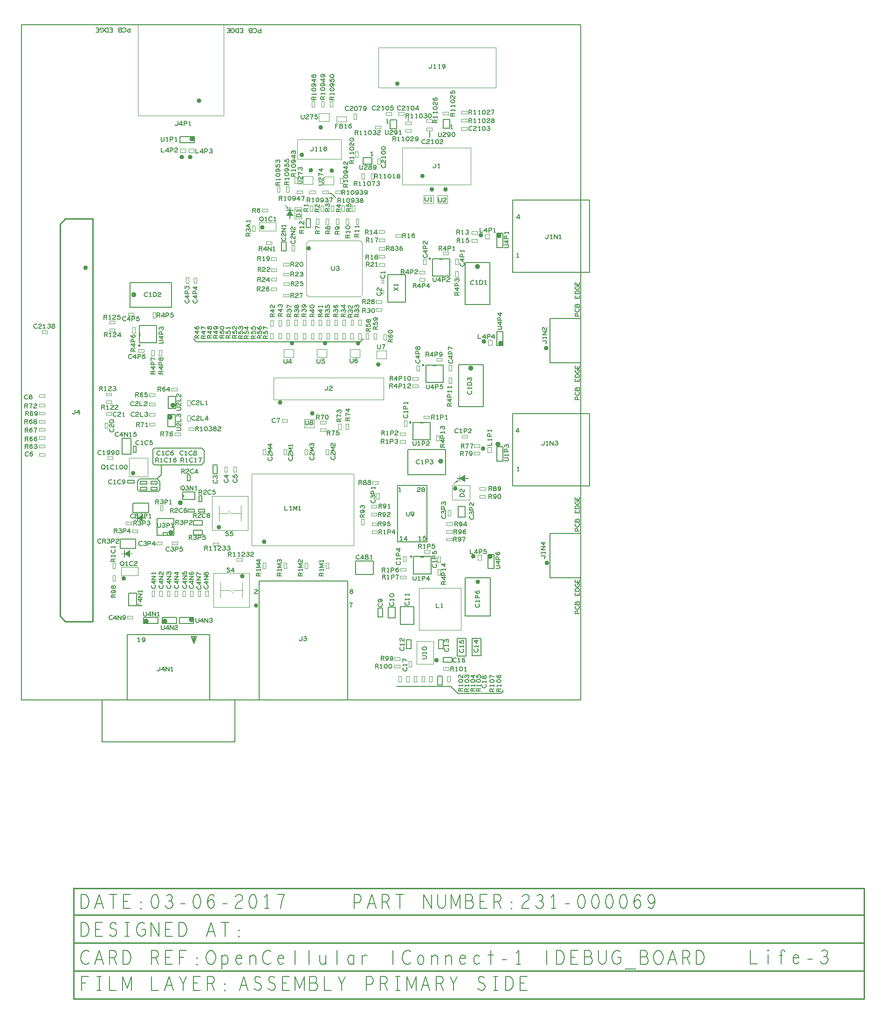
<source format=gbr>
G04 ================== begin FILE IDENTIFICATION RECORD ==================*
G04 Layout Name:  OC_Connect-1_DEBUG_Life-3.brd*
G04 Film Name:    aspr.gbr*
G04 File Format:  Gerber RS274X*
G04 File Origin:  Cadence Allegro 16.6-2015-S065*
G04 Origin Date:  Mon Mar 06 16:55:42 2017*
G04 *
G04 Layer:  REF DES/ASSEMBLY_TOP*
G04 Layer:  PACKAGE GEOMETRY/ASSEMBLY_TOP*
G04 Layer:  DRAWING FORMAT/ASPR*
G04 Layer:  DRAWING FORMAT/FILM_LABEL_OUTLINE*
G04 Layer:  COMPONENT VALUE/ASSEMBLY_TOP*
G04 Layer:  BOARD GEOMETRY/OUTLINE*
G04 *
G04 Offset:    (0.000 0.000)*
G04 Mirror:    No*
G04 Mode:      Positive*
G04 Rotation:  0*
G04 FullContactRelief:  No*
G04 UndefLineWidth:     6.000*
G04 ================== end FILE IDENTIFICATION RECORD ====================*
%FSLAX25Y25*MOIN*%
%IR0*IPPOS*OFA0.00000B0.00000*MIA0B0*SFA1.00000B1.00000*%
%ADD10C,.002*%
%ADD11C,.004*%
%ADD12C,.005*%
%ADD13C,.006*%
%ADD14C,.003937*%
%ADD15C,.001969*%
%ADD16C,.01*%
%ADD17C,.01575*%
%ADD18C,.015748*%
G75*
%LPD*%
G75*
G36*
G01X71433Y104280D02*
Y104780D01*
X73433D01*
Y107280D01*
X73933D01*
Y104780D01*
X77476Y107280D01*
Y104780D01*
X79976D01*
Y104280D01*
X77476D01*
Y101780D01*
X73933Y104280D01*
Y101780D01*
X73433D01*
Y104280D01*
X71433D01*
G37*
G36*
G01X80633Y129780D02*
Y130280D01*
X82633D01*
Y132780D01*
X83133D01*
Y130280D01*
X86676Y132780D01*
Y130280D01*
X89176D01*
Y129780D01*
X86676D01*
Y127280D01*
X83133Y129780D01*
Y127280D01*
X82633D01*
Y129780D01*
X80633D01*
G37*
G36*
G01X169218Y67500D02*
G03I-1500J0D01*
G37*
G36*
G01X191773Y352232D02*
X192273D01*
Y350232D01*
X194773D01*
Y349732D01*
X192273D01*
X194773Y346189D01*
X192273D01*
Y343689D01*
X191773D01*
Y346189D01*
X189273D01*
X191773Y349732D01*
X189273D01*
Y350232D01*
X191773D01*
Y352232D01*
G37*
G36*
G01X191270Y350229D02*
X191770D01*
X189954Y351636D01*
X191184D01*
X188495Y353780D01*
X187995D01*
X190247Y351984D01*
X189005D01*
X191270Y350229D01*
G37*
G36*
G01X311147Y158050D02*
Y158550D01*
X313147D01*
Y161050D01*
X313647D01*
Y158550D01*
X317190Y161050D01*
Y158550D01*
X319690D01*
Y158050D01*
X317190D01*
Y155550D01*
X313647Y158050D01*
Y155550D01*
X313147D01*
Y158050D01*
X311147D01*
G37*
G36*
G01X312894Y157388D02*
Y157888D01*
X311487Y156071D01*
Y157302D01*
X309343Y154612D01*
Y154112D01*
X311139Y156364D01*
Y155122D01*
X312894Y157388D01*
G37*
G54D10*
G01X237718Y110450D02*
Y161550D01*
X164718D01*
Y110450D01*
X237718D01*
G01X258909Y292981D02*
X257728D01*
Y290619D01*
X258909D01*
Y292981D01*
G01X257728Y298019D02*
X258909D01*
Y300381D01*
X257728D01*
Y298019D01*
G01X308094Y142875D02*
X320694D01*
Y153475D01*
X308094D01*
Y142875D01*
G54D11*
G01X16482Y176359D02*
X12545D01*
Y174391D01*
X16482D01*
Y176359D01*
G01Y218259D02*
X12545D01*
Y216291D01*
X16482D01*
Y218259D01*
G01Y194259D02*
X12545D01*
Y192291D01*
X16482D01*
Y194259D01*
G01Y200059D02*
X12545D01*
Y198091D01*
X16482D01*
Y200059D01*
G01Y205859D02*
X12545D01*
Y203891D01*
X16482D01*
Y205859D01*
G01Y211559D02*
X12545D01*
Y209591D01*
X16482D01*
Y211559D01*
G01Y182459D02*
X12545D01*
Y180491D01*
X16482D01*
Y182459D01*
G01X12545Y186491D02*
X16482D01*
Y188459D01*
X12545D01*
Y186491D01*
G01X14450Y262070D02*
X18387D01*
Y264037D01*
X14450D01*
Y262070D01*
G01X79386Y59984D02*
X75450D01*
Y58016D01*
X79386D01*
Y59984D01*
G01X126134Y77968D02*
Y74032D01*
X128102D01*
Y77968D01*
X126134D01*
G01X109634D02*
Y74032D01*
X111602D01*
Y77968D01*
X109634D01*
G01X104134D02*
Y74032D01*
X106102D01*
Y77968D01*
X104134D01*
G01X120634D02*
Y74032D01*
X122602D01*
Y77968D01*
X120634D01*
G01X115134D02*
Y74032D01*
X117102D01*
Y77968D01*
X115134D01*
G01X98634D02*
Y74032D01*
X100602D01*
Y77968D01*
X98634D01*
G01X93134D02*
Y74032D01*
X95102D01*
Y77968D01*
X93134D01*
G01X65134Y88968D02*
Y85032D01*
X67102D01*
Y88968D01*
X65134D01*
G01X67102Y94032D02*
Y97968D01*
X65134D01*
Y94032D01*
X67102D01*
G01X61482Y171916D02*
X65418D01*
Y173884D01*
X61482D01*
Y171916D01*
G01X96450Y111016D02*
X100386D01*
Y112984D01*
X96450D01*
Y111016D01*
G01X107682D02*
X111618D01*
Y112984D01*
X107682D01*
Y111016D01*
G01X99134Y139168D02*
Y135232D01*
X101102D01*
Y139168D01*
X99134D01*
G01X83086Y121784D02*
X79150D01*
Y119816D01*
X83086D01*
Y121784D01*
G01X74532Y125516D02*
X78468D01*
Y127484D01*
X74532D01*
Y125516D01*
G01X59516Y198168D02*
Y194232D01*
X61484D01*
Y198168D01*
X59516D01*
G01X60482Y203741D02*
X64418D01*
Y205709D01*
X60482D01*
Y203741D01*
G01X91250Y203016D02*
X95186D01*
Y204984D01*
X91250D01*
Y203016D01*
G01X120702Y210532D02*
Y214468D01*
X118734D01*
Y210532D01*
X120702D01*
G01X91250Y210516D02*
X95186D01*
Y212484D01*
X91250D01*
Y210516D01*
G01X118734Y203468D02*
Y199532D01*
X120702D01*
Y203468D01*
X118734D01*
G01X119450Y192845D02*
X123387D01*
Y194812D01*
X119450D01*
Y192845D01*
G01X94902Y246132D02*
Y250068D01*
X92934D01*
Y246132D01*
X94902D01*
G01X100402D02*
Y250068D01*
X98434D01*
Y246132D01*
X100402D01*
G01X113486Y190984D02*
X109550D01*
Y189016D01*
X113486D01*
Y190984D01*
G01X95186Y197984D02*
X91250D01*
Y196016D01*
X95186D01*
Y197984D01*
G01X107250Y221016D02*
X111186D01*
Y222984D01*
X107250D01*
Y221016D01*
G01X95186Y218984D02*
X91250D01*
Y217016D01*
X95186D01*
Y218984D01*
G01X64418Y213934D02*
X60482D01*
Y211966D01*
X64418D01*
Y213934D01*
G01Y219534D02*
X60482D01*
Y217566D01*
X64418D01*
Y219534D01*
G01X80286Y276784D02*
X76350D01*
Y274816D01*
X80286D01*
Y276784D01*
G01X123334Y301868D02*
Y297932D01*
X125302D01*
Y301868D01*
X123334D01*
G01X117534Y301968D02*
Y298032D01*
X119502D01*
Y301968D01*
X117534D01*
G01X87686Y250684D02*
X83750D01*
Y248716D01*
X87686D01*
Y250684D01*
G01X81402Y262532D02*
Y266468D01*
X79434D01*
Y262532D01*
X81402D01*
G01X95902Y273032D02*
Y276968D01*
X93934D01*
Y273032D01*
X95902D01*
G01X66750Y265234D02*
X62814D01*
Y263266D01*
X66750D01*
Y265234D01*
G01Y271034D02*
X62814D01*
Y269066D01*
X66750D01*
Y271034D01*
G01X131634Y77968D02*
Y74032D01*
X133602D01*
Y77968D01*
X131634D01*
G01X154032Y99516D02*
X157968D01*
Y101484D01*
X154032D01*
Y99516D01*
G01X172734Y98068D02*
Y94132D01*
X174702D01*
Y98068D01*
X172734D01*
G01X187734D02*
Y94132D01*
X189702D01*
Y98068D01*
X187734D01*
G01X202734D02*
Y94132D01*
X204702D01*
Y98068D01*
X202734D01*
G01X145134Y166868D02*
Y162932D01*
X147102D01*
Y166868D01*
X145134D01*
G01X151634D02*
Y162932D01*
X153602D01*
Y166868D01*
X151634D01*
G01X137032Y110516D02*
X140968D01*
Y112484D01*
X137032D01*
Y110516D01*
G01X187734Y179168D02*
Y175232D01*
X189702D01*
Y179168D01*
X187734D01*
G01X202734D02*
Y175232D01*
X204702D01*
Y179168D01*
X202734D01*
G01X172734D02*
Y175232D01*
X174702D01*
Y179168D01*
X172734D01*
G01X186150Y198616D02*
X190086D01*
Y200584D01*
X186150D01*
Y198616D01*
G01X186002Y267532D02*
Y271468D01*
X184034D01*
Y267532D01*
X186002D01*
G01X197302Y267632D02*
Y271568D01*
X195334D01*
Y267632D01*
X197302D01*
G01X203202Y258132D02*
Y262068D01*
X201234D01*
Y258132D01*
X203202D01*
G01X197302D02*
Y262068D01*
X195334D01*
Y258132D01*
X197302D01*
G01X180002Y258232D02*
Y262168D01*
X178034D01*
Y258232D01*
X180002D01*
G01X185876D02*
Y262168D01*
X183908D01*
Y258232D01*
X185876D01*
G01X191702Y258132D02*
Y262068D01*
X189734D01*
Y258132D01*
X191702D01*
G01X191286Y312237D02*
X187350D01*
Y310269D01*
X191286D01*
Y312237D01*
G01X182386Y308384D02*
X178450D01*
Y306416D01*
X182386D01*
Y308384D01*
G01X201234Y271568D02*
Y267632D01*
X203202D01*
Y271568D01*
X201234D01*
G01X178034Y271468D02*
Y267532D01*
X180002D01*
Y271468D01*
X178034D01*
G01X189734Y271568D02*
Y267632D01*
X191702D01*
Y271568D01*
X189734D01*
G01X191286Y305184D02*
X187350D01*
Y303216D01*
X191286D01*
Y305184D01*
G01Y290184D02*
X187350D01*
Y288216D01*
X191286D01*
Y290184D01*
G01X182386Y294784D02*
X178450D01*
Y292816D01*
X182386D01*
Y294784D01*
G01X191386Y298457D02*
X187450D01*
Y296489D01*
X191386D01*
Y298457D01*
G01X182386Y301584D02*
X178450D01*
Y299616D01*
X182386D01*
Y301584D01*
G01Y316384D02*
X178450D01*
Y314416D01*
X182386D01*
Y316384D01*
G01X195202Y321096D02*
Y325032D01*
X193234D01*
Y321096D01*
X195202D01*
G01X189285Y366968D02*
Y363032D01*
X191253D01*
Y366968D01*
X189285D01*
G01X182785D02*
Y363032D01*
X184753D01*
Y366968D01*
X182785D01*
G01X200968Y363984D02*
X197032D01*
Y362016D01*
X200968D01*
Y363984D01*
G01X197184Y369532D02*
Y373468D01*
X195216D01*
Y369532D01*
X197184D01*
G01X172050Y349116D02*
X175986D01*
Y351084D01*
X172050D01*
Y349116D01*
G01X166902Y335032D02*
Y338968D01*
X164934D01*
Y335032D01*
X166902D01*
G01X174950Y325716D02*
X178886D01*
Y327684D01*
X174950D01*
Y325716D01*
G01X266750Y23016D02*
X270686D01*
Y24984D01*
X266750D01*
Y23016D01*
G01X270686Y30484D02*
X266750D01*
Y28516D01*
X270686D01*
Y30484D01*
G01X271702Y13032D02*
Y16968D01*
X269734D01*
Y13032D01*
X271702D01*
G01X275234Y16968D02*
Y13032D01*
X277202D01*
Y16968D01*
X275234D01*
G01X275002Y98932D02*
Y102868D01*
X273034D01*
Y98932D01*
X275002D01*
G01X217734Y98068D02*
Y94132D01*
X219702D01*
Y98068D01*
X217734D01*
G01X271050Y92216D02*
X274986D01*
Y94184D01*
X271050D01*
Y92216D01*
G01Y86716D02*
X274986D01*
Y88684D01*
X271050D01*
Y86716D01*
G01X255802Y143632D02*
Y147568D01*
X253834D01*
Y143632D01*
X255802D01*
G01X254386Y121084D02*
X250450D01*
Y119116D01*
X254386D01*
Y121084D01*
G01X254086Y139384D02*
X250150D01*
Y137416D01*
X254086D01*
Y139384D01*
G01X254786Y156484D02*
X250850D01*
Y154516D01*
X254786D01*
Y156484D01*
G01X254386Y126684D02*
X250450D01*
Y124716D01*
X254386D01*
Y126684D01*
G01X254086Y133784D02*
X250150D01*
Y131816D01*
X254086D01*
Y133784D01*
G01X243034Y129368D02*
Y125432D01*
X245002D01*
Y129368D01*
X243034D01*
G01X217734Y179168D02*
Y175232D01*
X219702D01*
Y179168D01*
X217734D01*
G01X275502Y195732D02*
Y199668D01*
X273534D01*
Y195732D01*
X275502D01*
G01X232034Y197468D02*
Y193532D01*
X234002D01*
Y197468D01*
X232034D01*
G01X228502Y193532D02*
Y197468D01*
X226534D01*
Y193532D01*
X228502D01*
G01X213550Y197516D02*
X217486D01*
Y199484D01*
X213550D01*
Y197516D01*
G01Y192016D02*
X217486D01*
Y193984D01*
X213550D01*
Y192016D01*
G01X270550Y183716D02*
X274486D01*
Y185684D01*
X270550D01*
Y183716D01*
G01Y189216D02*
X274486D01*
Y191184D01*
X270550D01*
Y189216D01*
G01X225902Y267732D02*
Y271668D01*
X223934D01*
Y267732D01*
X225902D01*
G01X214502Y267632D02*
Y271568D01*
X212534D01*
Y267632D01*
X214502D01*
G01X209102D02*
Y271568D01*
X207134D01*
Y267632D01*
X209102D01*
G01X242920Y267882D02*
Y271818D01*
X240953D01*
Y267882D01*
X242920D01*
G01X237420D02*
Y271818D01*
X235453D01*
Y267882D01*
X237420D01*
G01X257686Y279884D02*
X253750D01*
Y277916D01*
X257686D01*
Y279884D01*
G01X253650Y283716D02*
X257586D01*
Y285684D01*
X253650D01*
Y283716D01*
G01X225902Y258132D02*
Y262068D01*
X223934D01*
Y258132D01*
X225902D01*
G01X214502D02*
Y262068D01*
X212534D01*
Y258132D01*
X214502D01*
G01X209102D02*
Y262068D01*
X207134D01*
Y258132D01*
X209102D01*
G01X258934Y261468D02*
Y257532D01*
X260902D01*
Y261468D01*
X258934D01*
G01X251934Y262068D02*
Y258132D01*
X253902D01*
Y262068D01*
X251934D01*
G01X246434D02*
Y258132D01*
X248402D01*
Y262068D01*
X246434D01*
G01X235434D02*
Y258132D01*
X237402D01*
Y262068D01*
X235434D01*
G01X229734D02*
Y258132D01*
X231702D01*
Y262068D01*
X229734D01*
G01X259586Y317884D02*
X255650D01*
Y315916D01*
X259586D01*
Y317884D01*
G01Y312105D02*
X255650D01*
Y310137D01*
X259586D01*
Y312105D01*
G01X218234Y271668D02*
Y267732D01*
X220202D01*
Y271668D01*
X218234D01*
G01X220202Y258132D02*
Y262068D01*
X218234D01*
Y258132D01*
X220202D01*
G01X242902D02*
Y262068D01*
X240934D01*
Y258132D01*
X242902D01*
G01X229734Y271768D02*
Y267832D01*
X231702D01*
Y271768D01*
X229734D01*
G01X256484Y383032D02*
Y386968D01*
X254516D01*
Y383032D01*
X256484D01*
G01X243316Y376368D02*
Y372432D01*
X245284D01*
Y376368D01*
X243316D01*
G01X250016Y376468D02*
Y372532D01*
X251984D01*
Y376468D01*
X250016D01*
G01X240484Y388032D02*
Y391968D01*
X238516D01*
Y388032D01*
X240484D01*
G01X219300Y363984D02*
X215364D01*
Y362016D01*
X219300D01*
Y363984D01*
G01X229784Y369232D02*
Y373168D01*
X227816D01*
Y369232D01*
X229784D01*
G01X224532Y362016D02*
X228468D01*
Y363984D01*
X224532D01*
Y362016D01*
G01X206032D02*
X209968D01*
Y363984D01*
X206032D01*
Y362016D01*
G01X259586Y323784D02*
X255650D01*
Y321816D01*
X259586D01*
Y323784D01*
G01X219681Y340032D02*
Y343968D01*
X217713D01*
Y340032D01*
X219681D01*
G01X228934Y353268D02*
Y349332D01*
X230902D01*
Y353268D01*
X228934D01*
G01X232034Y343968D02*
Y340032D01*
X234002D01*
Y343968D01*
X232034D01*
G01X236434Y353268D02*
Y349332D01*
X238402D01*
Y353268D01*
X236434D01*
G01X239134Y343968D02*
Y340032D01*
X241102D01*
Y343968D01*
X239134D01*
G01X215902Y349332D02*
Y353268D01*
X213934D01*
Y349332D01*
X215902D01*
G01X212702Y340032D02*
Y343968D01*
X210734D01*
Y340032D01*
X212702D01*
G01X208402Y349332D02*
Y353268D01*
X206434D01*
Y349332D01*
X208402D01*
G01X255650Y327716D02*
X259586D01*
Y329684D01*
X255650D01*
Y327716D01*
G01X267650Y330716D02*
X271586D01*
Y332684D01*
X267650D01*
Y330716D01*
G01X255650Y333716D02*
X259586D01*
Y335684D01*
X255650D01*
Y333716D01*
G01X226902Y340032D02*
Y343968D01*
X224934D01*
Y340032D01*
X226902D01*
G01X223402Y349332D02*
Y353268D01*
X221434D01*
Y349332D01*
X223402D01*
G01X264468Y419984D02*
X260532D01*
Y418016D01*
X264468D01*
Y419984D01*
G01X269532Y418016D02*
X273468D01*
Y419984D01*
X269532D01*
Y418016D01*
G01X237616Y419068D02*
Y415132D01*
X239584D01*
Y419068D01*
X237616D01*
G01X274532Y411516D02*
X278468D01*
Y413484D01*
X274532D01*
Y411516D01*
G01X278468Y407984D02*
X274532D01*
Y406016D01*
X278468D01*
Y407984D01*
G01X256968Y410484D02*
X253032D01*
Y408516D01*
X256968D01*
Y410484D01*
G01X207760Y427968D02*
Y424032D01*
X209728D01*
Y427968D01*
X207760D01*
G01X220760D02*
Y424032D01*
X222728D01*
Y427968D01*
X220760D01*
G01X214473D02*
Y424032D01*
X216441D01*
Y427968D01*
X214473D01*
G01X276934Y27668D02*
Y23732D01*
X278902D01*
Y27668D01*
X276934D01*
G01X291734Y16968D02*
Y13032D01*
X293702D01*
Y16968D01*
X291734D01*
G01X306702Y13032D02*
Y16968D01*
X304734D01*
Y13032D01*
X306702D01*
G01X288202D02*
Y16968D01*
X286234D01*
Y13032D01*
X288202D01*
G01X301750Y21516D02*
X305686D01*
Y23484D01*
X301750D01*
Y21516D01*
G01X282702Y13032D02*
Y16968D01*
X280734D01*
Y13032D01*
X282702D01*
G01X299502Y98332D02*
Y102268D01*
X297534D01*
Y98332D01*
X299502D01*
G01X297534Y93368D02*
Y89432D01*
X299502D01*
Y93368D01*
X297534D01*
G01X307002Y131832D02*
Y135768D01*
X305034D01*
Y131832D01*
X307002D01*
G01X288082Y105116D02*
X292018D01*
Y107084D01*
X288082D01*
Y105116D01*
G01X331674Y146412D02*
X327738D01*
Y144444D01*
X331674D01*
Y146412D01*
G01Y151912D02*
X327738D01*
Y149944D01*
X331674D01*
Y151912D01*
G01X307837Y115861D02*
X303901D01*
Y113893D01*
X307837D01*
Y115861D01*
G01X307856Y121387D02*
X303920D01*
Y119419D01*
X307856D01*
Y121387D01*
G01X307886Y126984D02*
X303950D01*
Y125016D01*
X307886D01*
Y126984D01*
G01X314850Y187216D02*
X318786D01*
Y189184D01*
X314850D01*
Y187216D01*
G01X307702Y235332D02*
Y239268D01*
X305734D01*
Y235332D01*
X307702D01*
G01X284702Y235232D02*
Y239168D01*
X282734D01*
Y235232D01*
X284702D01*
G01X305734Y230268D02*
Y226332D01*
X307702D01*
Y230268D01*
X305734D01*
G01X287582Y201216D02*
X291518D01*
Y203184D01*
X287582D01*
Y201216D01*
G01X279750Y228816D02*
X283686D01*
Y230784D01*
X279750D01*
Y228816D01*
G01Y223316D02*
X283686D01*
Y225284D01*
X279750D01*
Y223316D01*
G01X327684Y177210D02*
X323748D01*
Y175243D01*
X327684D01*
Y177210D01*
G01Y182810D02*
X323748D01*
Y180843D01*
X327684D01*
Y182810D01*
G01X296782Y242316D02*
X300718D01*
Y244284D01*
X296782D01*
Y242316D01*
G01X296534Y189168D02*
Y185232D01*
X298502D01*
Y189168D01*
X296534D01*
G01X312402Y311332D02*
Y315268D01*
X310434D01*
Y311332D01*
X312402D01*
G01X289402Y311232D02*
Y315168D01*
X287434D01*
Y311232D01*
X289402D01*
G01X284450Y304816D02*
X288386D01*
Y306784D01*
X284450D01*
Y304816D01*
G01Y299316D02*
X288386D01*
Y301284D01*
X284450D01*
Y299316D01*
G01X310434Y306268D02*
Y302332D01*
X312402D01*
Y306268D01*
X310434D01*
G01X301482Y318316D02*
X305418D01*
Y320284D01*
X301482D01*
Y318316D01*
G01X325984Y334984D02*
X322048D01*
Y333016D01*
X325984D01*
Y334984D01*
G01Y329484D02*
X322048D01*
Y327516D01*
X325984D01*
Y329484D01*
G01X314532Y407516D02*
X318468D01*
Y409484D01*
X314532D01*
Y407516D01*
G01X293468Y408984D02*
X289532D01*
Y407016D01*
X293468D01*
Y408984D01*
G01X314532Y419016D02*
X318468D01*
Y420984D01*
X314532D01*
Y419016D01*
G01X293468Y414984D02*
X289532D01*
Y413016D01*
X293468D01*
Y414984D01*
G01X305181Y420484D02*
X301244D01*
Y418516D01*
X305181D01*
Y420484D01*
G01X314532Y413516D02*
X318468D01*
Y415484D01*
X314532D01*
Y413516D01*
G54D12*
G01X70611Y482660D02*
X68642D01*
G01X73761D02*
X71792D01*
G01X76910D02*
X74942D01*
G01X80060D02*
X78091D01*
G01X83209D02*
X81241D01*
G01X159194D02*
X157225D01*
G01X156044D02*
X154076D01*
G01X152894D02*
X150926D01*
G01X149745D02*
X147776D01*
G01X146595D02*
X144627D01*
G54D13*
G01X58500Y164950D02*
X58100Y165000D01*
X57750Y165200D01*
X57450Y165500D01*
X57250Y165850D01*
X57150Y166250D01*
Y166650D01*
X57250Y167050D01*
X57450Y167400D01*
X57750Y167700D01*
X58100Y167900D01*
X58500Y167950D01*
X58900Y167900D01*
X59250Y167700D01*
X59550Y167400D01*
X59750Y167050D01*
X59850Y166650D01*
Y166250D01*
X59750Y165850D01*
X59550Y165500D01*
X59250Y165200D01*
X58900Y165000D01*
X58500Y164950D01*
G01X58900Y165750D02*
X59500Y164950D01*
G01X61700D02*
Y167950D01*
X61100Y167350D01*
G01Y164950D02*
X62300D01*
G01X66000Y167700D02*
X65700Y167850D01*
X65350Y167950D01*
X64950D01*
X64500Y167800D01*
X64150Y167550D01*
X63900Y167250D01*
X63700Y166750D01*
X63650Y166300D01*
X63750Y165850D01*
X63900Y165550D01*
X64200Y165250D01*
X64550Y165050D01*
X64900Y164950D01*
X65250D01*
X65600Y165050D01*
X65900Y165200D01*
X66150Y165400D01*
G01X68100Y164950D02*
Y167950D01*
X67500Y167350D01*
G01Y164950D02*
X68700D01*
G01X71300Y167950D02*
X70900Y167850D01*
X70600Y167600D01*
X70400Y167300D01*
X70250Y166900D01*
X70200Y166450D01*
X70250Y166000D01*
X70400Y165600D01*
X70600Y165300D01*
X70900Y165050D01*
X71300Y164950D01*
X71700Y165050D01*
X72000Y165300D01*
X72200Y165600D01*
X72350Y166000D01*
X72400Y166450D01*
X72350Y166900D01*
X72200Y167300D01*
X72000Y167600D01*
X71700Y167850D01*
X71300Y167950D01*
G01X74500D02*
X74100Y167850D01*
X73800Y167600D01*
X73600Y167300D01*
X73450Y166900D01*
X73400Y166450D01*
X73450Y166000D01*
X73600Y165600D01*
X73800Y165300D01*
X74100Y165050D01*
X74500Y164950D01*
X74900Y165050D01*
X75200Y165300D01*
X75400Y165600D01*
X75550Y166000D01*
X75600Y166450D01*
X75550Y166900D01*
X75400Y167300D01*
X75200Y167600D01*
X74900Y167850D01*
X74500Y167950D01*
G01X56900Y178150D02*
X56600Y178300D01*
X56250Y178400D01*
X55850D01*
X55400Y178250D01*
X55050Y178000D01*
X54800Y177700D01*
X54600Y177200D01*
X54550Y176750D01*
X54650Y176300D01*
X54800Y176000D01*
X55100Y175700D01*
X55450Y175500D01*
X55800Y175400D01*
X56150D01*
X56500Y175500D01*
X56800Y175650D01*
X57050Y175850D01*
G01X59000Y175400D02*
Y178400D01*
X58400Y177800D01*
G01Y175400D02*
X59600D01*
G01X61350Y175750D02*
X61700Y175500D01*
X62100Y175400D01*
X62500Y175500D01*
X62850Y175800D01*
X63100Y176250D01*
X63200Y176700D01*
Y177250D01*
X63100Y177700D01*
X62850Y178100D01*
X62550Y178300D01*
X62200Y178400D01*
X61800Y178300D01*
X61500Y178100D01*
X61300Y177800D01*
X61200Y177400D01*
X61300Y177050D01*
X61550Y176700D01*
X61850Y176500D01*
X62200Y176450D01*
X62600Y176550D01*
X62900Y176800D01*
X63200Y177250D01*
G01X64550Y175750D02*
X64900Y175500D01*
X65300Y175400D01*
X65700Y175500D01*
X66050Y175800D01*
X66300Y176250D01*
X66400Y176700D01*
Y177250D01*
X66300Y177700D01*
X66050Y178100D01*
X65750Y178300D01*
X65400Y178400D01*
X65000Y178300D01*
X64700Y178100D01*
X64500Y177800D01*
X64400Y177400D01*
X64500Y177050D01*
X64750Y176700D01*
X65050Y176500D01*
X65400Y176450D01*
X65800Y176550D01*
X66100Y176800D01*
X66400Y177250D01*
G01X68600Y178400D02*
X68200Y178300D01*
X67900Y178050D01*
X67700Y177750D01*
X67550Y177350D01*
X67500Y176900D01*
X67550Y176450D01*
X67700Y176050D01*
X67900Y175750D01*
X68200Y175500D01*
X68600Y175400D01*
X69000Y175500D01*
X69300Y175750D01*
X69500Y176050D01*
X69650Y176450D01*
X69700Y176900D01*
X69650Y177350D01*
X69500Y177750D01*
X69300Y178050D01*
X69000Y178300D01*
X68600Y178400D01*
G01X4882Y177125D02*
X4582Y177275D01*
X4232Y177375D01*
X3832D01*
X3382Y177225D01*
X3032Y176975D01*
X2782Y176675D01*
X2582Y176175D01*
X2532Y175725D01*
X2632Y175275D01*
X2782Y174975D01*
X3082Y174675D01*
X3432Y174475D01*
X3782Y174375D01*
X4132D01*
X4482Y174475D01*
X4782Y174625D01*
X5032Y174825D01*
G01X6032Y175625D02*
X6382Y175975D01*
X6682Y176175D01*
X7082Y176275D01*
X7432Y176175D01*
X7682Y175975D01*
X7882Y175675D01*
X7932Y175325D01*
X7882Y175025D01*
X7682Y174725D01*
X7382Y174475D01*
X7032Y174375D01*
X6632Y174475D01*
X6282Y174775D01*
X6082Y175225D01*
X6032Y175725D01*
X6132Y176375D01*
X6282Y176725D01*
X6532Y177075D01*
X6882Y177325D01*
X7232Y177375D01*
X7582Y177275D01*
X7832Y177025D01*
G01X56818Y114850D02*
X56518Y115000D01*
X56168Y115100D01*
X55768D01*
X55318Y114950D01*
X54968Y114700D01*
X54718Y114400D01*
X54518Y113900D01*
X54468Y113450D01*
X54568Y113000D01*
X54718Y112700D01*
X55018Y112400D01*
X55368Y112200D01*
X55718Y112100D01*
X56068D01*
X56418Y112200D01*
X56718Y112350D01*
X56968Y112550D01*
G01X57918Y112100D02*
Y115100D01*
X59168D01*
X59568Y114950D01*
X59818Y114750D01*
X59918Y114350D01*
X59818Y113950D01*
X59518Y113700D01*
X59168Y113550D01*
X57918D01*
G01X59168D02*
X59918Y112100D01*
G01X61018Y112700D02*
X61318Y112350D01*
X61718Y112150D01*
X62168Y112100D01*
X62568Y112150D01*
X62968Y112400D01*
X63218Y112700D01*
X63268Y113000D01*
X63168Y113350D01*
X62818Y113600D01*
X62468Y113700D01*
X62018D01*
G01X62468D02*
X62768Y113850D01*
X63018Y114100D01*
X63118Y114400D01*
X63018Y114700D01*
X62768Y114950D01*
X62318Y115100D01*
X61868Y115050D01*
X61418Y114850D01*
G01X64318Y112100D02*
Y115100D01*
X65518D01*
X65918Y114950D01*
X66218Y114600D01*
X66318Y114200D01*
X66218Y113800D01*
X65968Y113500D01*
X65518Y113350D01*
X64318D01*
G01X67568Y114600D02*
X67868Y114900D01*
X68218Y115050D01*
X68618Y115100D01*
X69118Y115000D01*
X69468Y114750D01*
X69568Y114450D01*
X69518Y114150D01*
X69318Y113900D01*
X68318Y113400D01*
X67868Y113050D01*
X67568Y112550D01*
X67468Y112100D01*
X69568D01*
G01X36400Y205100D02*
X36650Y204800D01*
X36950Y204600D01*
X37300Y204500D01*
X37700Y204600D01*
X38000Y204800D01*
X38300Y205100D01*
X38400Y205500D01*
Y207500D01*
G01X41200Y204500D02*
Y207500D01*
X39350Y205350D01*
X41850D01*
G01X4382Y217925D02*
X4082Y218075D01*
X3732Y218175D01*
X3332D01*
X2882Y218025D01*
X2532Y217775D01*
X2282Y217475D01*
X2082Y216975D01*
X2032Y216525D01*
X2132Y216075D01*
X2282Y215775D01*
X2582Y215475D01*
X2932Y215275D01*
X3282Y215175D01*
X3632D01*
X3982Y215275D01*
X4282Y215425D01*
X4532Y215625D01*
G01X6482Y215175D02*
X6832Y215225D01*
X7232Y215375D01*
X7482Y215625D01*
X7582Y215975D01*
X7482Y216325D01*
X7182Y216625D01*
X6732Y216775D01*
X6232D01*
X5932Y216875D01*
X5682Y217125D01*
X5582Y217475D01*
X5732Y217825D01*
X6082Y218075D01*
X6482Y218175D01*
X6882Y218075D01*
X7232Y217825D01*
X7382Y217475D01*
X7282Y217125D01*
X7032Y216875D01*
X6732Y216775D01*
X6232D01*
X5782Y216625D01*
X5482Y216325D01*
X5382Y215975D01*
X5482Y215625D01*
X5732Y215375D01*
X6132Y215225D01*
X6482Y215175D01*
G01X57400Y207800D02*
Y210800D01*
X58650D01*
X59050Y210650D01*
X59300Y210450D01*
X59400Y210050D01*
X59300Y209650D01*
X59000Y209400D01*
X58650Y209250D01*
X57400D01*
G01X58650D02*
X59400Y207800D01*
G01X61600D02*
Y210800D01*
X61000Y210200D01*
G01Y207800D02*
X62200D01*
G01X63850Y210300D02*
X64150Y210600D01*
X64500Y210750D01*
X64900Y210800D01*
X65400Y210700D01*
X65750Y210450D01*
X65850Y210150D01*
X65800Y209850D01*
X65600Y209600D01*
X64600Y209100D01*
X64150Y208750D01*
X63850Y208250D01*
X63750Y207800D01*
X65850D01*
G01X67050Y210300D02*
X67350Y210600D01*
X67700Y210750D01*
X68100Y210800D01*
X68600Y210700D01*
X68950Y210450D01*
X69050Y210150D01*
X69000Y209850D01*
X68800Y209600D01*
X67800Y209100D01*
X67350Y208750D01*
X67050Y208250D01*
X66950Y207800D01*
X69050D01*
G01X2513Y191475D02*
Y194475D01*
X3763D01*
X4163Y194325D01*
X4413Y194125D01*
X4513Y193725D01*
X4413Y193325D01*
X4113Y193075D01*
X3763Y192925D01*
X2513D01*
G01X3763D02*
X4513Y191475D01*
G01X5763Y192725D02*
X6113Y193075D01*
X6413Y193275D01*
X6813Y193375D01*
X7163Y193275D01*
X7413Y193075D01*
X7613Y192775D01*
X7663Y192425D01*
X7613Y192125D01*
X7413Y191825D01*
X7113Y191575D01*
X6763Y191475D01*
X6363Y191575D01*
X6013Y191875D01*
X5813Y192325D01*
X5763Y192825D01*
X5863Y193475D01*
X6013Y193825D01*
X6263Y194175D01*
X6613Y194425D01*
X6963Y194475D01*
X7313Y194375D01*
X7563Y194125D01*
G01X9813Y191475D02*
X9913Y192125D01*
X10063Y192675D01*
X10263Y193175D01*
X10513Y193725D01*
X10913Y194475D01*
X8913D01*
G01X2413Y197475D02*
Y200475D01*
X3663D01*
X4063Y200325D01*
X4313Y200125D01*
X4413Y199725D01*
X4313Y199325D01*
X4013Y199075D01*
X3663Y198925D01*
X2413D01*
G01X3663D02*
X4413Y197475D01*
G01X5663Y198725D02*
X6013Y199075D01*
X6313Y199275D01*
X6713Y199375D01*
X7063Y199275D01*
X7313Y199075D01*
X7513Y198775D01*
X7563Y198425D01*
X7513Y198125D01*
X7313Y197825D01*
X7013Y197575D01*
X6663Y197475D01*
X6263Y197575D01*
X5913Y197875D01*
X5713Y198325D01*
X5663Y198825D01*
X5763Y199475D01*
X5913Y199825D01*
X6163Y200175D01*
X6513Y200425D01*
X6863Y200475D01*
X7213Y200375D01*
X7463Y200125D01*
G01X9813Y197475D02*
X10163Y197525D01*
X10563Y197675D01*
X10813Y197925D01*
X10913Y198275D01*
X10813Y198625D01*
X10513Y198925D01*
X10063Y199075D01*
X9563D01*
X9263Y199175D01*
X9013Y199425D01*
X8913Y199775D01*
X9063Y200125D01*
X9413Y200375D01*
X9813Y200475D01*
X10213Y200375D01*
X10563Y200125D01*
X10713Y199775D01*
X10613Y199425D01*
X10363Y199175D01*
X10063Y199075D01*
X9563D01*
X9113Y198925D01*
X8813Y198625D01*
X8713Y198275D01*
X8813Y197925D01*
X9063Y197675D01*
X9463Y197525D01*
X9813Y197475D01*
G01X2913Y203275D02*
Y206275D01*
X4163D01*
X4563Y206125D01*
X4813Y205925D01*
X4913Y205525D01*
X4813Y205125D01*
X4513Y204875D01*
X4163Y204725D01*
X2913D01*
G01X4163D02*
X4913Y203275D01*
G01X6163Y204525D02*
X6513Y204875D01*
X6813Y205075D01*
X7213Y205175D01*
X7563Y205075D01*
X7813Y204875D01*
X8013Y204575D01*
X8063Y204225D01*
X8013Y203925D01*
X7813Y203625D01*
X7513Y203375D01*
X7163Y203275D01*
X6763Y203375D01*
X6413Y203675D01*
X6213Y204125D01*
X6163Y204625D01*
X6263Y205275D01*
X6413Y205625D01*
X6663Y205975D01*
X7013Y206225D01*
X7363Y206275D01*
X7713Y206175D01*
X7963Y205925D01*
G01X9463Y203625D02*
X9813Y203375D01*
X10213Y203275D01*
X10613Y203375D01*
X10963Y203675D01*
X11213Y204125D01*
X11313Y204575D01*
Y205125D01*
X11213Y205575D01*
X10963Y205975D01*
X10663Y206175D01*
X10313Y206275D01*
X9913Y206175D01*
X9613Y205975D01*
X9413Y205675D01*
X9313Y205275D01*
X9413Y204925D01*
X9663Y204575D01*
X9963Y204375D01*
X10313Y204325D01*
X10713Y204425D01*
X11013Y204675D01*
X11313Y205125D01*
G01X2413Y208775D02*
Y211775D01*
X3663D01*
X4063Y211625D01*
X4313Y211425D01*
X4413Y211025D01*
X4313Y210625D01*
X4013Y210375D01*
X3663Y210225D01*
X2413D01*
G01X3663D02*
X4413Y208775D01*
G01X6513D02*
X6613Y209425D01*
X6763Y209975D01*
X6963Y210475D01*
X7213Y211025D01*
X7613Y211775D01*
X5613D01*
G01X8863Y211275D02*
X9163Y211575D01*
X9513Y211725D01*
X9913Y211775D01*
X10413Y211675D01*
X10763Y211425D01*
X10863Y211125D01*
X10813Y210825D01*
X10613Y210575D01*
X9613Y210075D01*
X9163Y209725D01*
X8863Y209225D01*
X8763Y208775D01*
X10863D01*
G01X2613Y179775D02*
Y182775D01*
X3863D01*
X4263Y182625D01*
X4513Y182425D01*
X4613Y182025D01*
X4513Y181625D01*
X4213Y181375D01*
X3863Y181225D01*
X2613D01*
G01X3863D02*
X4613Y179775D01*
G01X5863Y181025D02*
X6213Y181375D01*
X6513Y181575D01*
X6913Y181675D01*
X7263Y181575D01*
X7513Y181375D01*
X7713Y181075D01*
X7763Y180725D01*
X7713Y180425D01*
X7513Y180125D01*
X7213Y179875D01*
X6863Y179775D01*
X6463Y179875D01*
X6113Y180175D01*
X5913Y180625D01*
X5863Y181125D01*
X5963Y181775D01*
X6113Y182125D01*
X6363Y182475D01*
X6713Y182725D01*
X7063Y182775D01*
X7413Y182675D01*
X7663Y182425D01*
G01X8913Y180375D02*
X9213Y180025D01*
X9613Y179825D01*
X10063Y179775D01*
X10463Y179825D01*
X10863Y180075D01*
X11113Y180375D01*
X11163Y180675D01*
X11063Y181025D01*
X10713Y181275D01*
X10363Y181375D01*
X9913D01*
G01X10363D02*
X10663Y181525D01*
X10913Y181775D01*
X11013Y182075D01*
X10913Y182375D01*
X10663Y182625D01*
X10213Y182775D01*
X9763Y182725D01*
X9313Y182525D01*
G01X55800Y221200D02*
Y224200D01*
X57050D01*
X57450Y224050D01*
X57700Y223850D01*
X57800Y223450D01*
X57700Y223050D01*
X57400Y222800D01*
X57050Y222650D01*
X55800D01*
G01X57050D02*
X57800Y221200D01*
G01X60000D02*
Y224200D01*
X59400Y223600D01*
G01Y221200D02*
X60600D01*
G01X62250Y223700D02*
X62550Y224000D01*
X62900Y224150D01*
X63300Y224200D01*
X63800Y224100D01*
X64150Y223850D01*
X64250Y223550D01*
X64200Y223250D01*
X64000Y223000D01*
X63000Y222500D01*
X62550Y222150D01*
X62250Y221650D01*
X62150Y221200D01*
X64250D01*
G01X65300Y221800D02*
X65600Y221450D01*
X66000Y221250D01*
X66450Y221200D01*
X66850Y221250D01*
X67250Y221500D01*
X67500Y221800D01*
X67550Y222100D01*
X67450Y222450D01*
X67100Y222700D01*
X66750Y222800D01*
X66300D01*
G01X66750D02*
X67050Y222950D01*
X67300Y223200D01*
X67400Y223500D01*
X67300Y223800D01*
X67050Y224050D01*
X66600Y224200D01*
X66150Y224150D01*
X65700Y223950D01*
G01X2613Y185175D02*
Y188175D01*
X3863D01*
X4263Y188025D01*
X4513Y187825D01*
X4613Y187425D01*
X4513Y187025D01*
X4213Y186775D01*
X3863Y186625D01*
X2613D01*
G01X3863D02*
X4613Y185175D01*
G01X5863Y186425D02*
X6213Y186775D01*
X6513Y186975D01*
X6913Y187075D01*
X7263Y186975D01*
X7513Y186775D01*
X7713Y186475D01*
X7763Y186125D01*
X7713Y185825D01*
X7513Y185525D01*
X7213Y185275D01*
X6863Y185175D01*
X6463Y185275D01*
X6113Y185575D01*
X5913Y186025D01*
X5863Y186525D01*
X5963Y187175D01*
X6113Y187525D01*
X6363Y187875D01*
X6713Y188125D01*
X7063Y188175D01*
X7413Y188075D01*
X7663Y187825D01*
G01X9063Y186425D02*
X9413Y186775D01*
X9713Y186975D01*
X10113Y187075D01*
X10463Y186975D01*
X10713Y186775D01*
X10913Y186475D01*
X10963Y186125D01*
X10913Y185825D01*
X10713Y185525D01*
X10413Y185275D01*
X10063Y185175D01*
X9663Y185275D01*
X9313Y185575D01*
X9113Y186025D01*
X9063Y186525D01*
X9163Y187175D01*
X9313Y187525D01*
X9563Y187875D01*
X9913Y188125D01*
X10263Y188175D01*
X10613Y188075D01*
X10863Y187825D01*
G01X11068Y268436D02*
X10768Y268586D01*
X10418Y268686D01*
X10019D01*
X9568Y268536D01*
X9218Y268286D01*
X8968Y267986D01*
X8768Y267486D01*
X8718Y267036D01*
X8818Y266586D01*
X8968Y266286D01*
X9268Y265986D01*
X9618Y265786D01*
X9969Y265686D01*
X10318D01*
X10668Y265786D01*
X10968Y265936D01*
X11219Y266136D01*
G01X12218Y268186D02*
X12519Y268486D01*
X12868Y268636D01*
X13268Y268686D01*
X13768Y268586D01*
X14118Y268336D01*
X14218Y268036D01*
X14168Y267736D01*
X13968Y267486D01*
X12968Y266986D01*
X12519Y266636D01*
X12218Y266136D01*
X12118Y265686D01*
X14218D01*
G01X16368D02*
Y268686D01*
X15768Y268086D01*
G01Y265686D02*
X16968D01*
G01X18468Y266286D02*
X18768Y265936D01*
X19168Y265736D01*
X19618Y265686D01*
X20018Y265736D01*
X20418Y265986D01*
X20668Y266286D01*
X20718Y266586D01*
X20618Y266936D01*
X20268Y267186D01*
X19918Y267286D01*
X19468D01*
G01X19918D02*
X20218Y267436D01*
X20468Y267686D01*
X20568Y267986D01*
X20468Y268286D01*
X20218Y268536D01*
X19768Y268686D01*
X19318Y268636D01*
X18869Y268436D01*
G01X22768Y265686D02*
X23118Y265736D01*
X23518Y265886D01*
X23768Y266136D01*
X23868Y266486D01*
X23768Y266836D01*
X23468Y267136D01*
X23018Y267286D01*
X22518D01*
X22218Y267386D01*
X21968Y267636D01*
X21869Y267986D01*
X22019Y268336D01*
X22368Y268586D01*
X22768Y268686D01*
X23168Y268586D01*
X23518Y268336D01*
X23668Y267986D01*
X23568Y267636D01*
X23318Y267386D01*
X23018Y267286D01*
X22518D01*
X22069Y267136D01*
X21768Y266836D01*
X21668Y266486D01*
X21768Y266136D01*
X22019Y265886D01*
X22418Y265736D01*
X22768Y265686D01*
G01X59300Y259600D02*
Y262600D01*
X60550D01*
X60950Y262450D01*
X61200Y262250D01*
X61300Y261850D01*
X61200Y261450D01*
X60900Y261200D01*
X60550Y261050D01*
X59300D01*
G01X60550D02*
X61300Y259600D01*
G01X63500D02*
Y262600D01*
X62900Y262000D01*
G01Y259600D02*
X64100D01*
G01X65750Y262100D02*
X66050Y262400D01*
X66400Y262550D01*
X66800Y262600D01*
X67300Y262500D01*
X67650Y262250D01*
X67750Y261950D01*
X67700Y261650D01*
X67500Y261400D01*
X66500Y260900D01*
X66050Y260550D01*
X65750Y260050D01*
X65650Y259600D01*
X67750D01*
G01X70500D02*
Y262600D01*
X68650Y260450D01*
X71150D01*
G01X58918Y272200D02*
Y275200D01*
X60168D01*
X60568Y275050D01*
X60818Y274850D01*
X60918Y274450D01*
X60818Y274050D01*
X60518Y273800D01*
X60168Y273650D01*
X58918D01*
G01X60168D02*
X60918Y272200D01*
G01X63118D02*
Y275200D01*
X62518Y274600D01*
G01Y272200D02*
X63718D01*
G01X65368Y274700D02*
X65668Y275000D01*
X66018Y275150D01*
X66418Y275200D01*
X66918Y275100D01*
X67268Y274850D01*
X67368Y274550D01*
X67318Y274250D01*
X67118Y274000D01*
X66118Y273500D01*
X65668Y273150D01*
X65368Y272650D01*
X65268Y272200D01*
X67368D01*
G01X68418Y272650D02*
X68718Y272400D01*
X69068Y272250D01*
X69518Y272200D01*
X69968Y272300D01*
X70318Y272500D01*
X70568Y272850D01*
X70618Y273250D01*
X70518Y273650D01*
X70268Y273900D01*
X69918Y274100D01*
X69568Y274150D01*
X69218Y274100D01*
X68768Y273900D01*
X68918Y275200D01*
X70268D01*
G01X77700Y480500D02*
Y477500D01*
X76500D01*
X76100Y477650D01*
X75800Y478000D01*
X75700Y478400D01*
X75800Y478800D01*
X76050Y479100D01*
X76500Y479250D01*
X77700D01*
G01X72400Y477750D02*
X72700Y477600D01*
X73050Y477500D01*
X73450D01*
X73900Y477650D01*
X74250Y477900D01*
X74500Y478200D01*
X74700Y478700D01*
X74750Y479150D01*
X74650Y479600D01*
X74500Y479900D01*
X74200Y480200D01*
X73850Y480400D01*
X73500Y480500D01*
X73150D01*
X72800Y480400D01*
X72500Y480250D01*
X72250Y480050D01*
G01X69900Y478900D02*
X69700Y478750D01*
X69550Y478500D01*
X69450Y478150D01*
X69550Y477850D01*
X69750Y477650D01*
X70100Y477500D01*
X71450D01*
Y480500D01*
X69800D01*
X69450Y480300D01*
X69250Y480000D01*
X69150Y479650D01*
X69250Y479300D01*
X69550Y479000D01*
X69900Y478900D01*
X71450D01*
G01X62900Y480500D02*
X64900D01*
Y477500D01*
X62900D01*
G01X63700Y478950D02*
X64900D01*
G01X61800Y480500D02*
Y477500D01*
X60800D01*
X60400Y477650D01*
X60100Y477850D01*
X59850Y478150D01*
X59650Y478500D01*
X59600Y479000D01*
X59650Y479500D01*
X59850Y479850D01*
X60100Y480150D01*
X60400Y480350D01*
X60800Y480500D01*
X61800D01*
G01X57200Y479000D02*
X56200D01*
Y479900D01*
X56500Y480200D01*
X56850Y480400D01*
X57350Y480500D01*
X57850Y480400D01*
X58200Y480200D01*
X58500Y479900D01*
X58700Y479550D01*
X58800Y479150D01*
Y478800D01*
X58700Y478500D01*
X58500Y478150D01*
X58200Y477850D01*
X57900Y477650D01*
X57500Y477500D01*
X57150D01*
X56750Y477600D01*
X56450Y477800D01*
G01X53300Y480500D02*
X55300D01*
Y477500D01*
X53300D01*
G01X54100Y478950D02*
X55300D01*
G01X97018Y21400D02*
X97268Y21100D01*
X97568Y20900D01*
X97918Y20800D01*
X98318Y20900D01*
X98618Y21100D01*
X98918Y21400D01*
X99018Y21800D01*
Y23800D01*
G01X101818Y20800D02*
Y23800D01*
X99968Y21650D01*
X102468D01*
G01X103268Y20800D02*
Y23800D01*
X105568Y20800D01*
Y23800D01*
G01X107618Y20800D02*
Y23800D01*
X107018Y23200D01*
G01Y20800D02*
X108218D01*
G01X124618Y58400D02*
Y56250D01*
X124818Y55800D01*
X125218Y55500D01*
X125718Y55400D01*
X126218Y55500D01*
X126618Y55800D01*
X126818Y56250D01*
Y58400D01*
G01X129518Y55400D02*
Y58400D01*
X127668Y56250D01*
X130168D01*
G01X130968Y55400D02*
Y58400D01*
X133268Y55400D01*
Y58400D01*
G01X134218Y56000D02*
X134518Y55650D01*
X134918Y55450D01*
X135368Y55400D01*
X135768Y55450D01*
X136168Y55700D01*
X136418Y56000D01*
X136468Y56300D01*
X136368Y56650D01*
X136018Y56900D01*
X135668Y57000D01*
X135218D01*
G01X135668D02*
X135968Y57150D01*
X136218Y57400D01*
X136318Y57700D01*
X136218Y58000D01*
X135968Y58250D01*
X135518Y58400D01*
X135068Y58350D01*
X134618Y58150D01*
G01X87218Y62900D02*
Y60750D01*
X87418Y60300D01*
X87818Y60000D01*
X88318Y59900D01*
X88818Y60000D01*
X89218Y60300D01*
X89418Y60750D01*
Y62900D01*
G01X92118Y59900D02*
Y62900D01*
X90268Y60750D01*
X92768D01*
G01X93568Y59900D02*
Y62900D01*
X95868Y59900D01*
Y62900D01*
G01X97918Y59900D02*
Y62900D01*
X97318Y62300D01*
G01Y59900D02*
X98518D01*
G01X100018Y53300D02*
Y51150D01*
X100218Y50700D01*
X100618Y50400D01*
X101118Y50300D01*
X101618Y50400D01*
X102018Y50700D01*
X102218Y51150D01*
Y53300D01*
G01X104918Y50300D02*
Y53300D01*
X103068Y51150D01*
X105568D01*
G01X106368Y50300D02*
Y53300D01*
X108668Y50300D01*
Y53300D01*
G01X109768Y52800D02*
X110068Y53100D01*
X110418Y53250D01*
X110818Y53300D01*
X111318Y53200D01*
X111668Y52950D01*
X111768Y52650D01*
X111718Y52350D01*
X111518Y52100D01*
X110518Y51600D01*
X110068Y51250D01*
X109768Y50750D01*
X109668Y50300D01*
X111768D01*
G01X86118Y67250D02*
X83118D01*
Y69150D01*
G01X84568Y68450D02*
Y67250D01*
G01X86118Y72000D02*
X83118D01*
X85268Y70150D01*
Y72650D01*
G01X86118Y73450D02*
X83118D01*
X86118Y75750D01*
X83118D01*
G01X86118Y77800D02*
X83118D01*
X83718Y77200D01*
G01X86118D02*
Y78400D01*
G01X84018Y41600D02*
Y44600D01*
X83418Y44000D01*
G01Y41600D02*
X84618D01*
G01X86368Y41950D02*
X86718Y41700D01*
X87118Y41600D01*
X87518Y41700D01*
X87868Y42000D01*
X88118Y42450D01*
X88218Y42900D01*
Y43450D01*
X88118Y43900D01*
X87868Y44300D01*
X87568Y44500D01*
X87218Y44600D01*
X86818Y44500D01*
X86518Y44300D01*
X86318Y44000D01*
X86218Y43600D01*
X86318Y43250D01*
X86568Y42900D01*
X86868Y42700D01*
X87218Y42650D01*
X87618Y42750D01*
X87918Y43000D01*
X88218Y43450D01*
G01X72018Y96000D02*
X71618Y96050D01*
X71268Y96250D01*
X70968Y96550D01*
X70768Y96900D01*
X70668Y97300D01*
Y97700D01*
X70768Y98100D01*
X70968Y98450D01*
X71268Y98750D01*
X71618Y98950D01*
X72018Y99000D01*
X72418Y98950D01*
X72768Y98750D01*
X73068Y98450D01*
X73268Y98100D01*
X73368Y97700D01*
Y97300D01*
X73268Y96900D01*
X73068Y96550D01*
X72768Y96250D01*
X72418Y96050D01*
X72018Y96000D01*
G01X72418Y96800D02*
X73018Y96000D01*
G01X75218D02*
Y99000D01*
X74618Y98400D01*
G01Y96000D02*
X75818D01*
G01X79518Y98750D02*
X79218Y98900D01*
X78868Y99000D01*
X78468D01*
X78018Y98850D01*
X77668Y98600D01*
X77418Y98300D01*
X77218Y97800D01*
X77168Y97350D01*
X77268Y96900D01*
X77418Y96600D01*
X77718Y96300D01*
X78068Y96100D01*
X78418Y96000D01*
X78768D01*
X79118Y96100D01*
X79418Y96250D01*
X79668Y96450D01*
G01X80668Y98500D02*
X80968Y98800D01*
X81318Y98950D01*
X81718Y99000D01*
X82218Y98900D01*
X82568Y98650D01*
X82668Y98350D01*
X82618Y98050D01*
X82418Y97800D01*
X81418Y97300D01*
X80968Y96950D01*
X80668Y96450D01*
X80568Y96000D01*
X82668D01*
G01X64918Y60250D02*
X64618Y60400D01*
X64268Y60500D01*
X63868D01*
X63418Y60350D01*
X63068Y60100D01*
X62818Y59800D01*
X62618Y59300D01*
X62568Y58850D01*
X62668Y58400D01*
X62818Y58100D01*
X63118Y57800D01*
X63468Y57600D01*
X63818Y57500D01*
X64168D01*
X64518Y57600D01*
X64818Y57750D01*
X65068Y57950D01*
G01X67618Y57500D02*
Y60500D01*
X65768Y58350D01*
X68268D01*
G01X69068Y57500D02*
Y60500D01*
X71368Y57500D01*
Y60500D01*
G01X72568Y57850D02*
X72918Y57600D01*
X73318Y57500D01*
X73718Y57600D01*
X74068Y57900D01*
X74318Y58350D01*
X74418Y58800D01*
Y59350D01*
X74318Y59800D01*
X74068Y60200D01*
X73768Y60400D01*
X73418Y60500D01*
X73018Y60400D01*
X72718Y60200D01*
X72518Y59900D01*
X72418Y59500D01*
X72518Y59150D01*
X72768Y58800D01*
X73068Y58600D01*
X73418Y58550D01*
X73818Y58650D01*
X74118Y58900D01*
X74418Y59350D01*
G01X125668Y81500D02*
X125518Y81200D01*
X125418Y80850D01*
Y80450D01*
X125568Y80000D01*
X125818Y79650D01*
X126118Y79400D01*
X126618Y79200D01*
X127068Y79150D01*
X127518Y79250D01*
X127818Y79400D01*
X128118Y79700D01*
X128318Y80050D01*
X128418Y80400D01*
Y80750D01*
X128318Y81100D01*
X128168Y81400D01*
X127968Y81650D01*
G01X128418Y84200D02*
X125418D01*
X127568Y82350D01*
Y84850D01*
G01X128418Y85650D02*
X125418D01*
X128418Y87950D01*
X125418D01*
G01X128418Y89900D02*
X127768Y90000D01*
X127218Y90150D01*
X126718Y90350D01*
X126168Y90600D01*
X125418Y91000D01*
Y89000D01*
G01X109601Y82050D02*
X109451Y81750D01*
X109351Y81400D01*
Y81000D01*
X109501Y80550D01*
X109751Y80200D01*
X110051Y79950D01*
X110551Y79750D01*
X111001Y79700D01*
X111451Y79800D01*
X111751Y79950D01*
X112051Y80250D01*
X112251Y80600D01*
X112351Y80950D01*
Y81300D01*
X112251Y81650D01*
X112101Y81950D01*
X111901Y82200D01*
G01X112351Y84750D02*
X109351D01*
X111501Y82900D01*
Y85400D01*
G01X112351Y86200D02*
X109351D01*
X112351Y88500D01*
X109351D01*
G01X112351Y91150D02*
X109351D01*
X111501Y89300D01*
Y91800D01*
G01X104101Y82050D02*
X103951Y81750D01*
X103851Y81400D01*
Y81000D01*
X104001Y80550D01*
X104251Y80200D01*
X104551Y79950D01*
X105051Y79750D01*
X105501Y79700D01*
X105951Y79800D01*
X106251Y79950D01*
X106551Y80250D01*
X106751Y80600D01*
X106851Y80950D01*
Y81300D01*
X106751Y81650D01*
X106601Y81950D01*
X106401Y82200D01*
G01X106851Y84750D02*
X103851D01*
X106001Y82900D01*
Y85400D01*
G01X106851Y86200D02*
X103851D01*
X106851Y88500D01*
X103851D01*
G01X106251Y89450D02*
X106601Y89750D01*
X106801Y90150D01*
X106851Y90600D01*
X106801Y91000D01*
X106551Y91400D01*
X106251Y91650D01*
X105951Y91700D01*
X105601Y91600D01*
X105351Y91250D01*
X105251Y90900D01*
Y90450D01*
G01Y90900D02*
X105101Y91200D01*
X104851Y91450D01*
X104551Y91550D01*
X104251Y91450D01*
X104001Y91200D01*
X103851Y90750D01*
X103901Y90300D01*
X104101Y89850D01*
G01X120268Y82000D02*
X120118Y81700D01*
X120018Y81350D01*
Y80950D01*
X120168Y80500D01*
X120418Y80150D01*
X120718Y79900D01*
X121218Y79700D01*
X121668Y79650D01*
X122118Y79750D01*
X122418Y79900D01*
X122718Y80200D01*
X122918Y80550D01*
X123018Y80900D01*
Y81250D01*
X122918Y81600D01*
X122768Y81900D01*
X122568Y82150D01*
G01X123018Y84700D02*
X120018D01*
X122168Y82850D01*
Y85350D01*
G01X123018Y86150D02*
X120018D01*
X123018Y88450D01*
X120018D01*
G01X121768Y89550D02*
X121418Y89900D01*
X121218Y90200D01*
X121118Y90600D01*
X121218Y90950D01*
X121418Y91200D01*
X121718Y91400D01*
X122068Y91450D01*
X122368Y91400D01*
X122668Y91200D01*
X122918Y90900D01*
X123018Y90550D01*
X122918Y90150D01*
X122618Y89800D01*
X122168Y89600D01*
X121668Y89550D01*
X121018Y89650D01*
X120668Y89800D01*
X120318Y90050D01*
X120068Y90400D01*
X120018Y90750D01*
X120118Y91100D01*
X120368Y91350D01*
G01X115401Y82150D02*
X115251Y81850D01*
X115151Y81500D01*
Y81100D01*
X115301Y80650D01*
X115551Y80300D01*
X115851Y80050D01*
X116351Y79850D01*
X116801Y79800D01*
X117251Y79900D01*
X117551Y80050D01*
X117851Y80350D01*
X118051Y80700D01*
X118151Y81050D01*
Y81400D01*
X118051Y81750D01*
X117901Y82050D01*
X117701Y82300D01*
G01X118151Y84850D02*
X115151D01*
X117301Y83000D01*
Y85500D01*
G01X118151Y86300D02*
X115151D01*
X118151Y88600D01*
X115151D01*
G01X117701Y89550D02*
X117951Y89850D01*
X118101Y90200D01*
X118151Y90650D01*
X118051Y91100D01*
X117851Y91450D01*
X117501Y91700D01*
X117101Y91750D01*
X116701Y91650D01*
X116451Y91400D01*
X116251Y91050D01*
X116201Y90700D01*
X116251Y90350D01*
X116451Y89900D01*
X115151Y90050D01*
Y91400D01*
G01X98601Y82050D02*
X98451Y81750D01*
X98351Y81400D01*
Y81000D01*
X98501Y80550D01*
X98751Y80200D01*
X99051Y79950D01*
X99551Y79750D01*
X100001Y79700D01*
X100451Y79800D01*
X100751Y79950D01*
X101051Y80250D01*
X101251Y80600D01*
X101351Y80950D01*
Y81300D01*
X101251Y81650D01*
X101101Y81950D01*
X100901Y82200D01*
G01X101351Y84750D02*
X98351D01*
X100501Y82900D01*
Y85400D01*
G01X101351Y86200D02*
X98351D01*
X101351Y88500D01*
X98351D01*
G01X98851Y89600D02*
X98551Y89900D01*
X98401Y90250D01*
X98351Y90650D01*
X98451Y91150D01*
X98701Y91500D01*
X99001Y91600D01*
X99301Y91550D01*
X99551Y91350D01*
X100051Y90350D01*
X100401Y89900D01*
X100901Y89600D01*
X101351Y89500D01*
Y91600D01*
G01X93101Y82050D02*
X92951Y81750D01*
X92851Y81400D01*
Y81000D01*
X93001Y80550D01*
X93251Y80200D01*
X93551Y79950D01*
X94051Y79750D01*
X94501Y79700D01*
X94951Y79800D01*
X95251Y79950D01*
X95551Y80250D01*
X95751Y80600D01*
X95851Y80950D01*
Y81300D01*
X95751Y81650D01*
X95601Y81950D01*
X95401Y82200D01*
G01X95851Y84750D02*
X92851D01*
X95001Y82900D01*
Y85400D01*
G01X95851Y86200D02*
X92851D01*
X95851Y88500D01*
X92851D01*
G01X95851Y90550D02*
X92851D01*
X93451Y89950D01*
G01X95851D02*
Y91150D01*
G01X130768Y81800D02*
X130618Y81500D01*
X130518Y81150D01*
Y80750D01*
X130668Y80300D01*
X130918Y79950D01*
X131218Y79700D01*
X131718Y79500D01*
X132168Y79450D01*
X132618Y79550D01*
X132918Y79700D01*
X133218Y80000D01*
X133418Y80350D01*
X133518Y80700D01*
Y81050D01*
X133418Y81400D01*
X133268Y81700D01*
X133068Y81950D01*
G01X133518Y84500D02*
X130518D01*
X132668Y82650D01*
Y85150D01*
G01X133518Y85950D02*
X130518D01*
X133518Y88250D01*
X130518D01*
G01X133518Y90300D02*
X133468Y90650D01*
X133318Y91050D01*
X133068Y91300D01*
X132718Y91400D01*
X132368Y91300D01*
X132068Y91000D01*
X131918Y90550D01*
Y90050D01*
X131818Y89750D01*
X131568Y89500D01*
X131218Y89400D01*
X130868Y89550D01*
X130618Y89900D01*
X130518Y90300D01*
X130618Y90700D01*
X130868Y91050D01*
X131218Y91200D01*
X131568Y91100D01*
X131818Y90850D01*
X131918Y90550D01*
Y90050D01*
X132068Y89600D01*
X132368Y89300D01*
X132718Y89200D01*
X133068Y89300D01*
X133318Y89550D01*
X133468Y89950D01*
X133518Y90300D01*
G01X67218Y73300D02*
X64218D01*
Y74550D01*
X64368Y74950D01*
X64568Y75200D01*
X64968Y75300D01*
X65368Y75200D01*
X65618Y74900D01*
X65768Y74550D01*
Y73300D01*
G01Y74550D02*
X67218Y75300D01*
G01X66868Y76650D02*
X67118Y77000D01*
X67218Y77400D01*
X67118Y77800D01*
X66818Y78150D01*
X66368Y78400D01*
X65918Y78500D01*
X65368D01*
X64918Y78400D01*
X64518Y78150D01*
X64318Y77850D01*
X64218Y77500D01*
X64318Y77100D01*
X64518Y76800D01*
X64818Y76600D01*
X65218Y76500D01*
X65568Y76600D01*
X65918Y76850D01*
X66118Y77150D01*
X66168Y77500D01*
X66068Y77900D01*
X65818Y78200D01*
X65368Y78500D01*
G01X67218Y80700D02*
X67168Y81050D01*
X67018Y81450D01*
X66768Y81700D01*
X66418Y81800D01*
X66068Y81700D01*
X65768Y81400D01*
X65618Y80950D01*
Y80450D01*
X65518Y80150D01*
X65268Y79900D01*
X64918Y79800D01*
X64568Y79950D01*
X64318Y80300D01*
X64218Y80700D01*
X64318Y81100D01*
X64568Y81450D01*
X64918Y81600D01*
X65268Y81500D01*
X65518Y81250D01*
X65618Y80950D01*
Y80450D01*
X65768Y80000D01*
X66068Y79700D01*
X66418Y79600D01*
X66768Y79700D01*
X67018Y79950D01*
X67168Y80350D01*
X67218Y80700D01*
G01X67018Y98900D02*
X64018D01*
Y100150D01*
X64168Y100550D01*
X64368Y100800D01*
X64768Y100900D01*
X65168Y100800D01*
X65418Y100500D01*
X65568Y100150D01*
Y98900D01*
G01Y100150D02*
X67018Y100900D01*
G01Y103100D02*
X64018D01*
X64618Y102500D01*
G01X67018D02*
Y103700D01*
G01X64268Y107400D02*
X64118Y107100D01*
X64018Y106750D01*
Y106350D01*
X64168Y105900D01*
X64418Y105550D01*
X64718Y105300D01*
X65218Y105100D01*
X65668Y105050D01*
X66118Y105150D01*
X66418Y105300D01*
X66718Y105600D01*
X66918Y105950D01*
X67018Y106300D01*
Y106650D01*
X66918Y107000D01*
X66768Y107300D01*
X66568Y107550D01*
G01X67018Y109500D02*
X64018D01*
X64618Y108900D01*
G01X67018D02*
Y110100D01*
G01X96000Y180000D02*
X129000D01*
X130500Y178500D01*
Y170000D01*
X128500Y168000D01*
X95000D01*
X94000Y169000D01*
Y179000D01*
X95000Y180000D01*
X96000D01*
G01X100000Y168000D02*
Y161000D01*
X97000Y158000D01*
X84500D01*
X83000Y156500D01*
Y150500D01*
X84500Y149000D01*
X97500D01*
X99000Y150500D01*
Y156000D01*
X97000Y158000D01*
G01X97318Y126300D02*
Y124150D01*
X97518Y123700D01*
X97918Y123400D01*
X98418Y123300D01*
X98918Y123400D01*
X99318Y123700D01*
X99518Y124150D01*
Y126300D01*
G01X100518Y123900D02*
X100818Y123550D01*
X101218Y123350D01*
X101668Y123300D01*
X102068Y123350D01*
X102468Y123600D01*
X102718Y123900D01*
X102768Y124200D01*
X102668Y124550D01*
X102318Y124800D01*
X101968Y124900D01*
X101518D01*
G01X101968D02*
X102268Y125050D01*
X102518Y125300D01*
X102618Y125600D01*
X102518Y125900D01*
X102268Y126150D01*
X101818Y126300D01*
X101368Y126250D01*
X100918Y126050D01*
G01X103818Y123300D02*
Y126300D01*
X105018D01*
X105418Y126150D01*
X105718Y125800D01*
X105818Y125400D01*
X105718Y125000D01*
X105468Y124700D01*
X105018Y124550D01*
X103818D01*
G01X108018Y123300D02*
Y126300D01*
X107418Y125700D01*
G01Y123300D02*
X108618D01*
G01X119818Y114700D02*
Y117700D01*
X121068D01*
X121468Y117550D01*
X121718Y117350D01*
X121818Y116950D01*
X121718Y116550D01*
X121418Y116300D01*
X121068Y116150D01*
X119818D01*
G01X121068D02*
X121818Y114700D01*
G01X122918Y115300D02*
X123218Y114950D01*
X123618Y114750D01*
X124068Y114700D01*
X124468Y114750D01*
X124868Y115000D01*
X125118Y115300D01*
X125168Y115600D01*
X125068Y115950D01*
X124718Y116200D01*
X124368Y116300D01*
X123918D01*
G01X124368D02*
X124668Y116450D01*
X124918Y116700D01*
X125018Y117000D01*
X124918Y117300D01*
X124668Y117550D01*
X124218Y117700D01*
X123768Y117650D01*
X123318Y117450D01*
G01X126218Y114700D02*
Y117700D01*
X127418D01*
X127818Y117550D01*
X128118Y117200D01*
X128218Y116800D01*
X128118Y116400D01*
X127868Y116100D01*
X127418Y115950D01*
X126218D01*
G01X129318Y115150D02*
X129618Y114900D01*
X129968Y114750D01*
X130418Y114700D01*
X130868Y114800D01*
X131218Y115000D01*
X131468Y115350D01*
X131518Y115750D01*
X131418Y116150D01*
X131168Y116400D01*
X130818Y116600D01*
X130468Y116650D01*
X130118Y116600D01*
X129668Y116400D01*
X129818Y117700D01*
X131168D01*
G01X110318Y125400D02*
Y128400D01*
X111568D01*
X111968Y128250D01*
X112218Y128050D01*
X112318Y127650D01*
X112218Y127250D01*
X111918Y127000D01*
X111568Y126850D01*
X110318D01*
G01X111568D02*
X112318Y125400D01*
G01X113418Y126000D02*
X113718Y125650D01*
X114118Y125450D01*
X114568Y125400D01*
X114968Y125450D01*
X115368Y125700D01*
X115618Y126000D01*
X115668Y126300D01*
X115568Y126650D01*
X115218Y126900D01*
X114868Y127000D01*
X114418D01*
G01X114868D02*
X115168Y127150D01*
X115418Y127400D01*
X115518Y127700D01*
X115418Y128000D01*
X115168Y128250D01*
X114718Y128400D01*
X114268Y128350D01*
X113818Y128150D01*
G01X116718Y125400D02*
Y128400D01*
X117918D01*
X118318Y128250D01*
X118618Y127900D01*
X118718Y127500D01*
X118618Y127100D01*
X118368Y126800D01*
X117918Y126650D01*
X116718D01*
G01X119968Y127900D02*
X120268Y128200D01*
X120618Y128350D01*
X121018Y128400D01*
X121518Y128300D01*
X121868Y128050D01*
X121968Y127750D01*
X121918Y127450D01*
X121718Y127200D01*
X120718Y126700D01*
X120268Y126350D01*
X119968Y125850D01*
X119868Y125400D01*
X121968D01*
G01X115200Y150000D02*
X114800Y150050D01*
X114450Y150250D01*
X114150Y150550D01*
X113950Y150900D01*
X113850Y151300D01*
Y151700D01*
X113950Y152100D01*
X114150Y152450D01*
X114450Y152750D01*
X114800Y152950D01*
X115200Y153000D01*
X115600Y152950D01*
X115950Y152750D01*
X116250Y152450D01*
X116450Y152100D01*
X116550Y151700D01*
Y151300D01*
X116450Y150900D01*
X116250Y150550D01*
X115950Y150250D01*
X115600Y150050D01*
X115200Y150000D01*
G01X115600Y150800D02*
X116200Y150000D01*
G01X117300Y150600D02*
X117600Y150250D01*
X118000Y150050D01*
X118450Y150000D01*
X118850Y150050D01*
X119250Y150300D01*
X119500Y150600D01*
X119550Y150900D01*
X119450Y151250D01*
X119100Y151500D01*
X118750Y151600D01*
X118300D01*
G01X118750D02*
X119050Y151750D01*
X119300Y152000D01*
X119400Y152300D01*
X119300Y152600D01*
X119050Y152850D01*
X118600Y153000D01*
X118150Y152950D01*
X117700Y152750D01*
G01X120450Y150000D02*
Y153000D01*
X122750Y150000D01*
Y153000D01*
G01X124800Y150000D02*
Y153000D01*
X124200Y152400D01*
G01Y150000D02*
X125400D01*
G01X115600Y177750D02*
X115300Y177900D01*
X114950Y178000D01*
X114550D01*
X114100Y177850D01*
X113750Y177600D01*
X113500Y177300D01*
X113300Y176800D01*
X113250Y176350D01*
X113350Y175900D01*
X113500Y175600D01*
X113800Y175300D01*
X114150Y175100D01*
X114500Y175000D01*
X114850D01*
X115200Y175100D01*
X115500Y175250D01*
X115750Y175450D01*
G01X117700Y175000D02*
Y178000D01*
X117100Y177400D01*
G01Y175000D02*
X118300D01*
G01X122000Y177750D02*
X121700Y177900D01*
X121350Y178000D01*
X120950D01*
X120500Y177850D01*
X120150Y177600D01*
X119900Y177300D01*
X119700Y176800D01*
X119650Y176350D01*
X119750Y175900D01*
X119900Y175600D01*
X120200Y175300D01*
X120550Y175100D01*
X120900Y175000D01*
X121250D01*
X121600Y175100D01*
X121900Y175250D01*
X122150Y175450D01*
G01X124100Y175000D02*
X124450Y175050D01*
X124850Y175200D01*
X125100Y175450D01*
X125200Y175800D01*
X125100Y176150D01*
X124800Y176450D01*
X124350Y176600D01*
X123850D01*
X123550Y176700D01*
X123300Y176950D01*
X123200Y177300D01*
X123350Y177650D01*
X123700Y177900D01*
X124100Y178000D01*
X124500Y177900D01*
X124850Y177650D01*
X125000Y177300D01*
X124900Y176950D01*
X124650Y176700D01*
X124350Y176600D01*
X123850D01*
X123400Y176450D01*
X123100Y176150D01*
X123000Y175800D01*
X123100Y175450D01*
X123350Y175200D01*
X123750Y175050D01*
X124100Y175000D01*
G01X99100Y177750D02*
X98800Y177900D01*
X98450Y178000D01*
X98050D01*
X97600Y177850D01*
X97250Y177600D01*
X97000Y177300D01*
X96800Y176800D01*
X96750Y176350D01*
X96850Y175900D01*
X97000Y175600D01*
X97300Y175300D01*
X97650Y175100D01*
X98000Y175000D01*
X98350D01*
X98700Y175100D01*
X99000Y175250D01*
X99250Y175450D01*
G01X101200Y175000D02*
Y178000D01*
X100600Y177400D01*
G01Y175000D02*
X101800D01*
G01X105500Y177750D02*
X105200Y177900D01*
X104850Y178000D01*
X104450D01*
X104000Y177850D01*
X103650Y177600D01*
X103400Y177300D01*
X103200Y176800D01*
X103150Y176350D01*
X103250Y175900D01*
X103400Y175600D01*
X103700Y175300D01*
X104050Y175100D01*
X104400Y175000D01*
X104750D01*
X105100Y175100D01*
X105400Y175250D01*
X105650Y175450D01*
G01X106650Y176250D02*
X107000Y176600D01*
X107300Y176800D01*
X107700Y176900D01*
X108050Y176800D01*
X108300Y176600D01*
X108500Y176300D01*
X108550Y175950D01*
X108500Y175650D01*
X108300Y175350D01*
X108000Y175100D01*
X107650Y175000D01*
X107250Y175100D01*
X106900Y175400D01*
X106700Y175850D01*
X106650Y176350D01*
X106750Y177000D01*
X106900Y177350D01*
X107150Y177700D01*
X107500Y177950D01*
X107850Y178000D01*
X108200Y177900D01*
X108450Y177650D01*
G01X64600Y157250D02*
X64300Y157400D01*
X63950Y157500D01*
X63550D01*
X63100Y157350D01*
X62750Y157100D01*
X62500Y156800D01*
X62300Y156300D01*
X62250Y155850D01*
X62350Y155400D01*
X62500Y155100D01*
X62800Y154800D01*
X63150Y154600D01*
X63500Y154500D01*
X63850D01*
X64200Y154600D01*
X64500Y154750D01*
X64750Y154950D01*
G01X66700Y154500D02*
Y157500D01*
X66100Y156900D01*
G01Y154500D02*
X67300D01*
G01X71000Y157250D02*
X70700Y157400D01*
X70350Y157500D01*
X69950D01*
X69500Y157350D01*
X69150Y157100D01*
X68900Y156800D01*
X68700Y156300D01*
X68650Y155850D01*
X68750Y155400D01*
X68900Y155100D01*
X69200Y154800D01*
X69550Y154600D01*
X69900Y154500D01*
X70250D01*
X70600Y154600D01*
X70900Y154750D01*
X71150Y154950D01*
G01X72250Y154850D02*
X72600Y154600D01*
X73000Y154500D01*
X73400Y154600D01*
X73750Y154900D01*
X74000Y155350D01*
X74100Y155800D01*
Y156350D01*
X74000Y156800D01*
X73750Y157200D01*
X73450Y157400D01*
X73100Y157500D01*
X72700Y157400D01*
X72400Y157200D01*
X72200Y156900D01*
X72100Y156500D01*
X72200Y156150D01*
X72450Y155800D01*
X72750Y155600D01*
X73100Y155550D01*
X73500Y155650D01*
X73800Y155900D01*
X74100Y156350D01*
G01X95900Y170000D02*
Y173000D01*
X97150D01*
X97550Y172850D01*
X97800Y172650D01*
X97900Y172250D01*
X97800Y171850D01*
X97500Y171600D01*
X97150Y171450D01*
X95900D01*
G01X97150D02*
X97900Y170000D01*
G01X100100D02*
Y173000D01*
X99500Y172400D01*
G01Y170000D02*
X100700D01*
G01X104400Y172750D02*
X104100Y172900D01*
X103750Y173000D01*
X103350D01*
X102900Y172850D01*
X102550Y172600D01*
X102300Y172300D01*
X102100Y171800D01*
X102050Y171350D01*
X102150Y170900D01*
X102300Y170600D01*
X102600Y170300D01*
X102950Y170100D01*
X103300Y170000D01*
X103650D01*
X104000Y170100D01*
X104300Y170250D01*
X104550Y170450D01*
G01X106500Y170000D02*
Y173000D01*
X105900Y172400D01*
G01Y170000D02*
X107100D01*
G01X108750Y171250D02*
X109100Y171600D01*
X109400Y171800D01*
X109800Y171900D01*
X110150Y171800D01*
X110400Y171600D01*
X110600Y171300D01*
X110650Y170950D01*
X110600Y170650D01*
X110400Y170350D01*
X110100Y170100D01*
X109750Y170000D01*
X109350Y170100D01*
X109000Y170400D01*
X108800Y170850D01*
X108750Y171350D01*
X108850Y172000D01*
X109000Y172350D01*
X109250Y172700D01*
X109600Y172950D01*
X109950Y173000D01*
X110300Y172900D01*
X110550Y172650D01*
G01X123000Y130500D02*
Y133500D01*
X124250D01*
X124650Y133350D01*
X124900Y133150D01*
X125000Y132750D01*
X124900Y132350D01*
X124600Y132100D01*
X124250Y131950D01*
X123000D01*
G01X124250D02*
X125000Y130500D01*
G01X126250Y133000D02*
X126550Y133300D01*
X126900Y133450D01*
X127300Y133500D01*
X127800Y133400D01*
X128150Y133150D01*
X128250Y132850D01*
X128200Y132550D01*
X128000Y132300D01*
X127000Y131800D01*
X126550Y131450D01*
X126250Y130950D01*
X126150Y130500D01*
X128250D01*
G01X131500Y133250D02*
X131200Y133400D01*
X130850Y133500D01*
X130450D01*
X130000Y133350D01*
X129650Y133100D01*
X129400Y132800D01*
X129200Y132300D01*
X129150Y131850D01*
X129250Y131400D01*
X129400Y131100D01*
X129700Y130800D01*
X130050Y130600D01*
X130400Y130500D01*
X130750D01*
X131100Y130600D01*
X131400Y130750D01*
X131650Y130950D01*
G01X133600Y130500D02*
X133950Y130550D01*
X134350Y130700D01*
X134600Y130950D01*
X134700Y131300D01*
X134600Y131650D01*
X134300Y131950D01*
X133850Y132100D01*
X133350D01*
X133050Y132200D01*
X132800Y132450D01*
X132700Y132800D01*
X132850Y133150D01*
X133200Y133400D01*
X133600Y133500D01*
X134000Y133400D01*
X134350Y133150D01*
X134500Y132800D01*
X134400Y132450D01*
X134150Y132200D01*
X133850Y132100D01*
X133350D01*
X132900Y131950D01*
X132600Y131650D01*
X132500Y131300D01*
X132600Y130950D01*
X132850Y130700D01*
X133250Y130550D01*
X133600Y130500D01*
G01X114500Y162000D02*
Y165000D01*
X115750D01*
X116150Y164850D01*
X116400Y164650D01*
X116500Y164250D01*
X116400Y163850D01*
X116100Y163600D01*
X115750Y163450D01*
X114500D01*
G01X115750D02*
X116500Y162000D01*
G01X117750Y164500D02*
X118050Y164800D01*
X118400Y164950D01*
X118800Y165000D01*
X119300Y164900D01*
X119650Y164650D01*
X119750Y164350D01*
X119700Y164050D01*
X119500Y163800D01*
X118500Y163300D01*
X118050Y162950D01*
X117750Y162450D01*
X117650Y162000D01*
X119750D01*
G01X123000Y164750D02*
X122700Y164900D01*
X122350Y165000D01*
X121950D01*
X121500Y164850D01*
X121150Y164600D01*
X120900Y164300D01*
X120700Y163800D01*
X120650Y163350D01*
X120750Y162900D01*
X120900Y162600D01*
X121200Y162300D01*
X121550Y162100D01*
X121900Y162000D01*
X122250D01*
X122600Y162100D01*
X122900Y162250D01*
X123150Y162450D01*
G01X125700Y162000D02*
Y165000D01*
X123850Y162850D01*
X126350D01*
G01X127000Y147000D02*
Y150000D01*
X128250D01*
X128650Y149850D01*
X128900Y149650D01*
X129000Y149250D01*
X128900Y148850D01*
X128600Y148600D01*
X128250Y148450D01*
X127000D01*
G01X128250D02*
X129000Y147000D01*
G01X130250Y149500D02*
X130550Y149800D01*
X130900Y149950D01*
X131300Y150000D01*
X131800Y149900D01*
X132150Y149650D01*
X132250Y149350D01*
X132200Y149050D01*
X132000Y148800D01*
X131000Y148300D01*
X130550Y147950D01*
X130250Y147450D01*
X130150Y147000D01*
X132250D01*
G01X135500Y149750D02*
X135200Y149900D01*
X134850Y150000D01*
X134450D01*
X134000Y149850D01*
X133650Y149600D01*
X133400Y149300D01*
X133200Y148800D01*
X133150Y148350D01*
X133250Y147900D01*
X133400Y147600D01*
X133700Y147300D01*
X134050Y147100D01*
X134400Y147000D01*
X134750D01*
X135100Y147100D01*
X135400Y147250D01*
X135650Y147450D01*
G01X136500D02*
X136800Y147200D01*
X137150Y147050D01*
X137600Y147000D01*
X138050Y147100D01*
X138400Y147300D01*
X138650Y147650D01*
X138700Y148050D01*
X138600Y148450D01*
X138350Y148700D01*
X138000Y148900D01*
X137650Y148950D01*
X137300Y148900D01*
X136850Y148700D01*
X137000Y150000D01*
X138350D01*
G01X106500Y134000D02*
Y137000D01*
X107750D01*
X108150Y136850D01*
X108400Y136650D01*
X108500Y136250D01*
X108400Y135850D01*
X108100Y135600D01*
X107750Y135450D01*
X106500D01*
G01X107750D02*
X108500Y134000D01*
G01X109750Y136500D02*
X110050Y136800D01*
X110400Y136950D01*
X110800Y137000D01*
X111300Y136900D01*
X111650Y136650D01*
X111750Y136350D01*
X111700Y136050D01*
X111500Y135800D01*
X110500Y135300D01*
X110050Y134950D01*
X109750Y134450D01*
X109650Y134000D01*
X111750D01*
G01X115000Y136750D02*
X114700Y136900D01*
X114350Y137000D01*
X113950D01*
X113500Y136850D01*
X113150Y136600D01*
X112900Y136300D01*
X112700Y135800D01*
X112650Y135350D01*
X112750Y134900D01*
X112900Y134600D01*
X113200Y134300D01*
X113550Y134100D01*
X113900Y134000D01*
X114250D01*
X114600Y134100D01*
X114900Y134250D01*
X115150Y134450D01*
G01X116150Y135250D02*
X116500Y135600D01*
X116800Y135800D01*
X117200Y135900D01*
X117550Y135800D01*
X117800Y135600D01*
X118000Y135300D01*
X118050Y134950D01*
X118000Y134650D01*
X117800Y134350D01*
X117500Y134100D01*
X117150Y134000D01*
X116750Y134100D01*
X116400Y134400D01*
X116200Y134850D01*
X116150Y135350D01*
X116250Y136000D01*
X116400Y136350D01*
X116650Y136700D01*
X117000Y136950D01*
X117350Y137000D01*
X117700Y136900D01*
X117950Y136650D01*
G01X113900Y170000D02*
Y173000D01*
X115150D01*
X115550Y172850D01*
X115800Y172650D01*
X115900Y172250D01*
X115800Y171850D01*
X115500Y171600D01*
X115150Y171450D01*
X113900D01*
G01X115150D02*
X115900Y170000D01*
G01X118100D02*
Y173000D01*
X117500Y172400D01*
G01Y170000D02*
X118700D01*
G01X122400Y172750D02*
X122100Y172900D01*
X121750Y173000D01*
X121350D01*
X120900Y172850D01*
X120550Y172600D01*
X120300Y172300D01*
X120100Y171800D01*
X120050Y171350D01*
X120150Y170900D01*
X120300Y170600D01*
X120600Y170300D01*
X120950Y170100D01*
X121300Y170000D01*
X121650D01*
X122000Y170100D01*
X122300Y170250D01*
X122550Y170450D01*
G01X124500Y170000D02*
Y173000D01*
X123900Y172400D01*
G01Y170000D02*
X125100D01*
G01X127600D02*
X127700Y170650D01*
X127850Y171200D01*
X128050Y171700D01*
X128300Y172250D01*
X128700Y173000D01*
X126700D01*
G01X86118Y113150D02*
X85818Y113300D01*
X85468Y113400D01*
X85068D01*
X84618Y113250D01*
X84268Y113000D01*
X84018Y112700D01*
X83818Y112200D01*
X83768Y111750D01*
X83868Y111300D01*
X84018Y111000D01*
X84318Y110700D01*
X84668Y110500D01*
X85018Y110400D01*
X85368D01*
X85718Y110500D01*
X86018Y110650D01*
X86268Y110850D01*
G01X87118Y111000D02*
X87418Y110650D01*
X87818Y110450D01*
X88268Y110400D01*
X88668Y110450D01*
X89068Y110700D01*
X89318Y111000D01*
X89368Y111300D01*
X89268Y111650D01*
X88918Y111900D01*
X88568Y112000D01*
X88118D01*
G01X88568D02*
X88868Y112150D01*
X89118Y112400D01*
X89218Y112700D01*
X89118Y113000D01*
X88868Y113250D01*
X88418Y113400D01*
X87968Y113350D01*
X87518Y113150D01*
G01X90418Y110400D02*
Y113400D01*
X91618D01*
X92018Y113250D01*
X92318Y112900D01*
X92418Y112500D01*
X92318Y112100D01*
X92068Y111800D01*
X91618Y111650D01*
X90418D01*
G01X95218Y110400D02*
Y113400D01*
X93368Y111250D01*
X95868D01*
G01X105618Y109150D02*
X105318Y109300D01*
X104968Y109400D01*
X104568D01*
X104118Y109250D01*
X103768Y109000D01*
X103518Y108700D01*
X103318Y108200D01*
X103268Y107750D01*
X103368Y107300D01*
X103518Y107000D01*
X103818Y106700D01*
X104168Y106500D01*
X104518Y106400D01*
X104868D01*
X105218Y106500D01*
X105518Y106650D01*
X105768Y106850D01*
G01X106618Y107000D02*
X106918Y106650D01*
X107318Y106450D01*
X107768Y106400D01*
X108168Y106450D01*
X108568Y106700D01*
X108818Y107000D01*
X108868Y107300D01*
X108768Y107650D01*
X108418Y107900D01*
X108068Y108000D01*
X107618D01*
G01X108068D02*
X108368Y108150D01*
X108618Y108400D01*
X108718Y108700D01*
X108618Y109000D01*
X108368Y109250D01*
X107918Y109400D01*
X107468Y109350D01*
X107018Y109150D01*
G01X109918Y106400D02*
Y109400D01*
X111118D01*
X111518Y109250D01*
X111818Y108900D01*
X111918Y108500D01*
X111818Y108100D01*
X111568Y107800D01*
X111118Y107650D01*
X109918D01*
G01X113018Y106850D02*
X113318Y106600D01*
X113668Y106450D01*
X114118Y106400D01*
X114568Y106500D01*
X114918Y106700D01*
X115168Y107050D01*
X115218Y107450D01*
X115118Y107850D01*
X114868Y108100D01*
X114518Y108300D01*
X114168Y108350D01*
X113818Y108300D01*
X113368Y108100D01*
X113518Y109400D01*
X114868D01*
G01X131050Y107133D02*
Y110133D01*
X132300D01*
X132700Y109983D01*
X132950Y109783D01*
X133050Y109383D01*
X132950Y108983D01*
X132650Y108733D01*
X132300Y108583D01*
X131050D01*
G01X132300D02*
X133050Y107133D01*
G01X135250D02*
Y110133D01*
X134650Y109533D01*
G01Y107133D02*
X135850D01*
G01X138450D02*
Y110133D01*
X137850Y109533D01*
G01Y107133D02*
X139050D01*
G01X140700Y109633D02*
X141000Y109933D01*
X141350Y110083D01*
X141750Y110133D01*
X142250Y110033D01*
X142600Y109783D01*
X142700Y109483D01*
X142650Y109183D01*
X142450Y108933D01*
X141450Y108433D01*
X141000Y108083D01*
X140700Y107583D01*
X140600Y107133D01*
X142700D01*
G01X143750Y107733D02*
X144050Y107383D01*
X144450Y107183D01*
X144900Y107133D01*
X145300Y107183D01*
X145700Y107433D01*
X145950Y107733D01*
X146000Y108033D01*
X145900Y108383D01*
X145550Y108633D01*
X145200Y108733D01*
X144750D01*
G01X145200D02*
X145500Y108883D01*
X145750Y109133D01*
X145850Y109433D01*
X145750Y109733D01*
X145500Y109983D01*
X145050Y110133D01*
X144600Y110083D01*
X144150Y109883D01*
G01X146950Y107733D02*
X147250Y107383D01*
X147650Y107183D01*
X148100Y107133D01*
X148500Y107183D01*
X148900Y107433D01*
X149150Y107733D01*
X149200Y108033D01*
X149100Y108383D01*
X148750Y108633D01*
X148400Y108733D01*
X147950D01*
G01X148400D02*
X148700Y108883D01*
X148950Y109133D01*
X149050Y109433D01*
X148950Y109733D01*
X148700Y109983D01*
X148250Y110133D01*
X147800Y110083D01*
X147350Y109883D01*
G01X96100Y140182D02*
Y143182D01*
X97350D01*
X97750Y143032D01*
X98000Y142832D01*
X98100Y142432D01*
X98000Y142032D01*
X97700Y141782D01*
X97350Y141632D01*
X96100D01*
G01X97350D02*
X98100Y140182D01*
G01X99200Y140782D02*
X99500Y140432D01*
X99900Y140232D01*
X100350Y140182D01*
X100750Y140232D01*
X101150Y140482D01*
X101400Y140782D01*
X101450Y141082D01*
X101350Y141432D01*
X101000Y141682D01*
X100650Y141782D01*
X100200D01*
G01X100650D02*
X100950Y141932D01*
X101200Y142182D01*
X101300Y142482D01*
X101200Y142782D01*
X100950Y143032D01*
X100500Y143182D01*
X100050Y143132D01*
X99600Y142932D01*
G01X102500Y140182D02*
Y143182D01*
X103700D01*
X104100Y143032D01*
X104400Y142682D01*
X104500Y142282D01*
X104400Y141882D01*
X104150Y141582D01*
X103700Y141432D01*
X102500D01*
G01X106700Y140182D02*
Y143182D01*
X106100Y142582D01*
G01Y140182D02*
X107300D01*
G01X66218Y119500D02*
Y122500D01*
X67468D01*
X67868Y122350D01*
X68118Y122150D01*
X68218Y121750D01*
X68118Y121350D01*
X67818Y121100D01*
X67468Y120950D01*
X66218D01*
G01X67468D02*
X68218Y119500D01*
G01X69318Y120100D02*
X69618Y119750D01*
X70018Y119550D01*
X70468Y119500D01*
X70868Y119550D01*
X71268Y119800D01*
X71518Y120100D01*
X71568Y120400D01*
X71468Y120750D01*
X71118Y121000D01*
X70768Y121100D01*
X70318D01*
G01X70768D02*
X71068Y121250D01*
X71318Y121500D01*
X71418Y121800D01*
X71318Y122100D01*
X71068Y122350D01*
X70618Y122500D01*
X70168Y122450D01*
X69718Y122250D01*
G01X72618Y119500D02*
Y122500D01*
X73818D01*
X74218Y122350D01*
X74518Y122000D01*
X74618Y121600D01*
X74518Y121200D01*
X74268Y120900D01*
X73818Y120750D01*
X72618D01*
G01X77418Y119500D02*
Y122500D01*
X75568Y120350D01*
X78068D01*
G01X80200Y125000D02*
Y128000D01*
X81450D01*
X81850Y127850D01*
X82100Y127650D01*
X82200Y127250D01*
X82100Y126850D01*
X81800Y126600D01*
X81450Y126450D01*
X80200D01*
G01X81450D02*
X82200Y125000D01*
G01X83300Y125600D02*
X83600Y125250D01*
X84000Y125050D01*
X84450Y125000D01*
X84850Y125050D01*
X85250Y125300D01*
X85500Y125600D01*
X85550Y125900D01*
X85450Y126250D01*
X85100Y126500D01*
X84750Y126600D01*
X84300D01*
G01X84750D02*
X85050Y126750D01*
X85300Y127000D01*
X85400Y127300D01*
X85300Y127600D01*
X85050Y127850D01*
X84600Y128000D01*
X84150Y127950D01*
X83700Y127750D01*
G01X86600Y125000D02*
Y128000D01*
X87800D01*
X88200Y127850D01*
X88500Y127500D01*
X88600Y127100D01*
X88500Y126700D01*
X88250Y126400D01*
X87800Y126250D01*
X86600D01*
G01X89700Y125600D02*
X90000Y125250D01*
X90400Y125050D01*
X90850Y125000D01*
X91250Y125050D01*
X91650Y125300D01*
X91900Y125600D01*
X91950Y125900D01*
X91850Y126250D01*
X91500Y126500D01*
X91150Y126600D01*
X90700D01*
G01X91150D02*
X91450Y126750D01*
X91700Y127000D01*
X91800Y127300D01*
X91700Y127600D01*
X91450Y127850D01*
X91000Y128000D01*
X90550Y127950D01*
X90100Y127750D01*
G01X80318Y132950D02*
X80018Y133100D01*
X79668Y133200D01*
X79268D01*
X78818Y133050D01*
X78468Y132800D01*
X78218Y132500D01*
X78018Y132000D01*
X77968Y131550D01*
X78068Y131100D01*
X78218Y130800D01*
X78518Y130500D01*
X78868Y130300D01*
X79218Y130200D01*
X79568D01*
X79918Y130300D01*
X80218Y130450D01*
X80468Y130650D01*
G01X81418Y130200D02*
Y133200D01*
X82668D01*
X83068Y133050D01*
X83318Y132850D01*
X83418Y132450D01*
X83318Y132050D01*
X83018Y131800D01*
X82668Y131650D01*
X81418D01*
G01X82668D02*
X83418Y130200D01*
G01X84518Y130800D02*
X84818Y130450D01*
X85218Y130250D01*
X85668Y130200D01*
X86068Y130250D01*
X86468Y130500D01*
X86718Y130800D01*
X86768Y131100D01*
X86668Y131450D01*
X86318Y131700D01*
X85968Y131800D01*
X85518D01*
G01X85968D02*
X86268Y131950D01*
X86518Y132200D01*
X86618Y132500D01*
X86518Y132800D01*
X86268Y133050D01*
X85818Y133200D01*
X85368Y133150D01*
X84918Y132950D01*
G01X87818Y130200D02*
Y133200D01*
X89018D01*
X89418Y133050D01*
X89718Y132700D01*
X89818Y132300D01*
X89718Y131900D01*
X89468Y131600D01*
X89018Y131450D01*
X87818D01*
G01X92018Y130200D02*
Y133200D01*
X91418Y132600D01*
G01Y130200D02*
X92618D01*
G01X111000Y192600D02*
X113150D01*
X113600Y192800D01*
X113900Y193200D01*
X114000Y193700D01*
X113900Y194200D01*
X113600Y194600D01*
X113150Y194800D01*
X111000D01*
G01X111500Y195950D02*
X111200Y196250D01*
X111050Y196600D01*
X111000Y197000D01*
X111100Y197500D01*
X111350Y197850D01*
X111650Y197950D01*
X111950Y197900D01*
X112200Y197700D01*
X112700Y196700D01*
X113050Y196250D01*
X113550Y195950D01*
X114000Y195850D01*
Y197950D01*
G01X111000Y199100D02*
X114000D01*
Y201100D01*
G01X113400Y202200D02*
X113750Y202500D01*
X113950Y202900D01*
X114000Y203350D01*
X113950Y203750D01*
X113700Y204150D01*
X113400Y204400D01*
X113100Y204450D01*
X112750Y204350D01*
X112500Y204000D01*
X112400Y203650D01*
Y203200D01*
G01Y203650D02*
X112250Y203950D01*
X112000Y204200D01*
X111700Y204300D01*
X111400Y204200D01*
X111150Y203950D01*
X111000Y203500D01*
X111050Y203050D01*
X111250Y202600D01*
G01X111000Y207100D02*
X113150D01*
X113600Y207300D01*
X113900Y207700D01*
X114000Y208200D01*
X113900Y208700D01*
X113600Y209100D01*
X113150Y209300D01*
X111000D01*
G01X111500Y210450D02*
X111200Y210750D01*
X111050Y211100D01*
X111000Y211500D01*
X111100Y212000D01*
X111350Y212350D01*
X111650Y212450D01*
X111950Y212400D01*
X112200Y212200D01*
X112700Y211200D01*
X113050Y210750D01*
X113550Y210450D01*
X114000Y210350D01*
Y212450D01*
G01X111000Y213600D02*
X114000D01*
Y215600D01*
G01X111500Y216850D02*
X111200Y217150D01*
X111050Y217500D01*
X111000Y217900D01*
X111100Y218400D01*
X111350Y218750D01*
X111650Y218850D01*
X111950Y218800D01*
X112200Y218600D01*
X112700Y217600D01*
X113050Y217150D01*
X113550Y216850D01*
X114000Y216750D01*
Y218850D01*
G01X69350Y191200D02*
X69050Y191350D01*
X68700Y191450D01*
X68300D01*
X67850Y191300D01*
X67500Y191050D01*
X67250Y190750D01*
X67050Y190250D01*
X67000Y189800D01*
X67100Y189350D01*
X67250Y189050D01*
X67550Y188750D01*
X67900Y188550D01*
X68250Y188450D01*
X68600D01*
X68950Y188550D01*
X69250Y188700D01*
X69500Y188900D01*
G01X72050Y188450D02*
Y191450D01*
X70200Y189300D01*
X72700D01*
G01X73500Y188450D02*
Y191450D01*
X75800Y188450D01*
Y191450D01*
G01X77850Y188450D02*
Y191450D01*
X77250Y190850D01*
G01Y188450D02*
X78450D01*
G01X79950Y188900D02*
X80250Y188650D01*
X80600Y188500D01*
X81050Y188450D01*
X81500Y188550D01*
X81850Y188750D01*
X82100Y189100D01*
X82150Y189500D01*
X82050Y189900D01*
X81800Y190150D01*
X81450Y190350D01*
X81100Y190400D01*
X80750Y190350D01*
X80300Y190150D01*
X80450Y191450D01*
X81800D01*
G01X78250Y175550D02*
X71800D01*
G01D02*
Y187050D01*
G01D02*
X78250D01*
G01D02*
Y175550D01*
G01X84100Y185250D02*
X83800Y185400D01*
X83450Y185500D01*
X83050D01*
X82600Y185350D01*
X82250Y185100D01*
X82000Y184800D01*
X81800Y184300D01*
X81750Y183850D01*
X81850Y183400D01*
X82000Y183100D01*
X82300Y182800D01*
X82650Y182600D01*
X83000Y182500D01*
X83350D01*
X83700Y182600D01*
X84000Y182750D01*
X84250Y182950D01*
G01X86200Y182500D02*
Y185500D01*
X85600Y184900D01*
G01Y182500D02*
X86800D01*
G01X90500Y185250D02*
X90200Y185400D01*
X89850Y185500D01*
X89450D01*
X89000Y185350D01*
X88650Y185100D01*
X88400Y184800D01*
X88200Y184300D01*
X88150Y183850D01*
X88250Y183400D01*
X88400Y183100D01*
X88700Y182800D01*
X89050Y182600D01*
X89400Y182500D01*
X89750D01*
X90100Y182600D01*
X90400Y182750D01*
X90650Y182950D01*
G01X91500D02*
X91800Y182700D01*
X92150Y182550D01*
X92600Y182500D01*
X93050Y182600D01*
X93400Y182800D01*
X93650Y183150D01*
X93700Y183550D01*
X93600Y183950D01*
X93350Y184200D01*
X93000Y184400D01*
X92650Y184450D01*
X92300Y184400D01*
X91850Y184200D01*
X92000Y185500D01*
X93350D01*
G01X78818Y246850D02*
X78518Y247000D01*
X78168Y247100D01*
X77768D01*
X77318Y246950D01*
X76968Y246700D01*
X76718Y246400D01*
X76518Y245900D01*
X76468Y245450D01*
X76568Y245000D01*
X76718Y244700D01*
X77018Y244400D01*
X77368Y244200D01*
X77718Y244100D01*
X78068D01*
X78418Y244200D01*
X78718Y244350D01*
X78968Y244550D01*
G01X81518Y244100D02*
Y247100D01*
X79668Y244950D01*
X82168D01*
G01X83118Y244100D02*
Y247100D01*
X84318D01*
X84718Y246950D01*
X85018Y246600D01*
X85118Y246200D01*
X85018Y245800D01*
X84768Y245500D01*
X84318Y245350D01*
X83118D01*
G01X86368D02*
X86718Y245700D01*
X87018Y245900D01*
X87418Y246000D01*
X87768Y245900D01*
X88018Y245700D01*
X88218Y245400D01*
X88268Y245050D01*
X88218Y244750D01*
X88018Y244450D01*
X87718Y244200D01*
X87368Y244100D01*
X86968Y244200D01*
X86618Y244500D01*
X86418Y244950D01*
X86368Y245450D01*
X86468Y246100D01*
X86618Y246450D01*
X86868Y246800D01*
X87218Y247050D01*
X87568Y247100D01*
X87918Y247000D01*
X88168Y246750D01*
G01X63250Y193900D02*
X63100Y193600D01*
X63000Y193250D01*
Y192850D01*
X63150Y192400D01*
X63400Y192050D01*
X63700Y191800D01*
X64200Y191600D01*
X64650Y191550D01*
X65100Y191650D01*
X65400Y191800D01*
X65700Y192100D01*
X65900Y192450D01*
X66000Y192800D01*
Y193150D01*
X65900Y193500D01*
X65750Y193800D01*
X65550Y194050D01*
G01X63500Y195050D02*
X63200Y195350D01*
X63050Y195700D01*
X63000Y196100D01*
X63100Y196600D01*
X63350Y196950D01*
X63650Y197050D01*
X63950Y197000D01*
X64200Y196800D01*
X64700Y195800D01*
X65050Y195350D01*
X65550Y195050D01*
X66000Y194950D01*
Y197050D01*
G01X63000Y199200D02*
X63100Y198800D01*
X63350Y198500D01*
X63650Y198300D01*
X64050Y198150D01*
X64500Y198100D01*
X64950Y198150D01*
X65350Y198300D01*
X65650Y198500D01*
X65900Y198800D01*
X66000Y199200D01*
X65900Y199600D01*
X65650Y199900D01*
X65350Y200100D01*
X64950Y200250D01*
X64500Y200300D01*
X64050Y200250D01*
X63650Y200100D01*
X63350Y199900D01*
X63100Y199600D01*
X63000Y199200D01*
G01X67800Y205550D02*
X67500Y205700D01*
X67150Y205800D01*
X66750D01*
X66300Y205650D01*
X65950Y205400D01*
X65700Y205100D01*
X65500Y204600D01*
X65450Y204150D01*
X65550Y203700D01*
X65700Y203400D01*
X66000Y203100D01*
X66350Y202900D01*
X66700Y202800D01*
X67050D01*
X67400Y202900D01*
X67700Y203050D01*
X67950Y203250D01*
G01X68950Y205300D02*
X69250Y205600D01*
X69600Y205750D01*
X70000Y205800D01*
X70500Y205700D01*
X70850Y205450D01*
X70950Y205150D01*
X70900Y204850D01*
X70700Y204600D01*
X69700Y204100D01*
X69250Y203750D01*
X68950Y203250D01*
X68850Y202800D01*
X70950D01*
G01X73100D02*
Y205800D01*
X72500Y205200D01*
G01Y202800D02*
X73700D01*
G01X80618Y205450D02*
X80318Y205600D01*
X79968Y205700D01*
X79568D01*
X79118Y205550D01*
X78768Y205300D01*
X78518Y205000D01*
X78318Y204500D01*
X78268Y204050D01*
X78368Y203600D01*
X78518Y203300D01*
X78818Y203000D01*
X79168Y202800D01*
X79518Y202700D01*
X79868D01*
X80218Y202800D01*
X80518Y202950D01*
X80768Y203150D01*
G01X81768Y205200D02*
X82068Y205500D01*
X82418Y205650D01*
X82818Y205700D01*
X83318Y205600D01*
X83668Y205350D01*
X83768Y205050D01*
X83718Y204750D01*
X83518Y204500D01*
X82518Y204000D01*
X82068Y203650D01*
X81768Y203150D01*
X81668Y202700D01*
X83768D01*
G01X84918Y205700D02*
Y202700D01*
X86918D01*
G01X88018Y203300D02*
X88318Y202950D01*
X88718Y202750D01*
X89168Y202700D01*
X89568Y202750D01*
X89968Y203000D01*
X90218Y203300D01*
X90268Y203600D01*
X90168Y203950D01*
X89818Y204200D01*
X89468Y204300D01*
X89018D01*
G01X89468D02*
X89768Y204450D01*
X90018Y204700D01*
X90118Y205000D01*
X90018Y205300D01*
X89768Y205550D01*
X89318Y205700D01*
X88868Y205650D01*
X88418Y205450D01*
G01X123900Y213732D02*
X123600Y213882D01*
X123250Y213982D01*
X122850D01*
X122400Y213832D01*
X122050Y213582D01*
X121800Y213282D01*
X121600Y212782D01*
X121550Y212332D01*
X121650Y211882D01*
X121800Y211582D01*
X122100Y211282D01*
X122450Y211082D01*
X122800Y210982D01*
X123150D01*
X123500Y211082D01*
X123800Y211232D01*
X124050Y211432D01*
G01X125050Y213482D02*
X125350Y213782D01*
X125700Y213932D01*
X126100Y213982D01*
X126600Y213882D01*
X126950Y213632D01*
X127050Y213332D01*
X127000Y213032D01*
X126800Y212782D01*
X125800Y212282D01*
X125350Y211932D01*
X125050Y211432D01*
X124950Y210982D01*
X127050D01*
G01X128200Y213982D02*
Y210982D01*
X130200D01*
G01X132400D02*
Y213982D01*
X131800Y213382D01*
G01Y210982D02*
X133000D01*
G01X80318Y213050D02*
X80018Y213200D01*
X79668Y213300D01*
X79268D01*
X78818Y213150D01*
X78468Y212900D01*
X78218Y212600D01*
X78018Y212100D01*
X77968Y211650D01*
X78068Y211200D01*
X78218Y210900D01*
X78518Y210600D01*
X78868Y210400D01*
X79218Y210300D01*
X79568D01*
X79918Y210400D01*
X80218Y210550D01*
X80468Y210750D01*
G01X81468Y212800D02*
X81768Y213100D01*
X82118Y213250D01*
X82518Y213300D01*
X83018Y213200D01*
X83368Y212950D01*
X83468Y212650D01*
X83418Y212350D01*
X83218Y212100D01*
X82218Y211600D01*
X81768Y211250D01*
X81468Y210750D01*
X81368Y210300D01*
X83468D01*
G01X84618Y213300D02*
Y210300D01*
X86618D01*
G01X87868Y212800D02*
X88168Y213100D01*
X88518Y213250D01*
X88918Y213300D01*
X89418Y213200D01*
X89768Y212950D01*
X89868Y212650D01*
X89818Y212350D01*
X89618Y212100D01*
X88618Y211600D01*
X88168Y211250D01*
X87868Y210750D01*
X87768Y210300D01*
X89868D01*
G01X124000Y202732D02*
X123700Y202882D01*
X123350Y202982D01*
X122950D01*
X122500Y202832D01*
X122150Y202582D01*
X121900Y202282D01*
X121700Y201782D01*
X121650Y201332D01*
X121750Y200882D01*
X121900Y200582D01*
X122200Y200282D01*
X122550Y200082D01*
X122900Y199982D01*
X123250D01*
X123600Y200082D01*
X123900Y200232D01*
X124150Y200432D01*
G01X125150Y202482D02*
X125450Y202782D01*
X125800Y202932D01*
X126200Y202982D01*
X126700Y202882D01*
X127050Y202632D01*
X127150Y202332D01*
X127100Y202032D01*
X126900Y201782D01*
X125900Y201282D01*
X125450Y200932D01*
X125150Y200432D01*
X125050Y199982D01*
X127150D01*
G01X128300Y202982D02*
Y199982D01*
X130300D01*
G01X133100D02*
Y202982D01*
X131250Y200832D01*
X133750D01*
G01X124468Y192462D02*
Y195462D01*
X125718D01*
X126118Y195312D01*
X126368Y195112D01*
X126468Y194712D01*
X126368Y194312D01*
X126068Y194062D01*
X125718Y193912D01*
X124468D01*
G01X125718D02*
X126468Y192462D01*
G01X128669D02*
Y195462D01*
X128069Y194862D01*
G01Y192462D02*
X129268D01*
G01X131868Y195462D02*
X131468Y195362D01*
X131168Y195112D01*
X130968Y194812D01*
X130818Y194412D01*
X130768Y193962D01*
X130818Y193512D01*
X130968Y193112D01*
X131168Y192812D01*
X131468Y192562D01*
X131868Y192462D01*
X132268Y192562D01*
X132568Y192812D01*
X132768Y193112D01*
X132918Y193512D01*
X132968Y193962D01*
X132918Y194412D01*
X132768Y194812D01*
X132568Y195112D01*
X132268Y195362D01*
X131868Y195462D01*
G01X133968Y193062D02*
X134268Y192712D01*
X134668Y192512D01*
X135118Y192462D01*
X135518Y192512D01*
X135918Y192762D01*
X136168Y193062D01*
X136218Y193362D01*
X136118Y193712D01*
X135768Y193962D01*
X135418Y194062D01*
X134968D01*
G01X135418D02*
X135718Y194212D01*
X135968Y194462D01*
X136068Y194762D01*
X135968Y195062D01*
X135718Y195312D01*
X135268Y195462D01*
X134818Y195412D01*
X134368Y195212D01*
G01X138268Y192462D02*
X138618Y192512D01*
X139018Y192662D01*
X139268Y192912D01*
X139368Y193262D01*
X139268Y193612D01*
X138968Y193912D01*
X138518Y194062D01*
X138018D01*
X137718Y194162D01*
X137468Y194412D01*
X137368Y194762D01*
X137518Y195112D01*
X137868Y195362D01*
X138268Y195462D01*
X138668Y195362D01*
X139018Y195112D01*
X139168Y194762D01*
X139068Y194412D01*
X138818Y194162D01*
X138518Y194062D01*
X138018D01*
X137568Y193912D01*
X137268Y193612D01*
X137168Y193262D01*
X137268Y192912D01*
X137518Y192662D01*
X137918Y192512D01*
X138268Y192462D01*
G01X140518Y194962D02*
X140818Y195262D01*
X141168Y195412D01*
X141568Y195462D01*
X142068Y195362D01*
X142418Y195112D01*
X142518Y194812D01*
X142468Y194512D01*
X142268Y194262D01*
X141268Y193762D01*
X140818Y193412D01*
X140518Y192912D01*
X140418Y192462D01*
X142518D01*
G01X95518Y233200D02*
X92518D01*
Y234450D01*
X92668Y234850D01*
X92868Y235100D01*
X93268Y235200D01*
X93668Y235100D01*
X93918Y234800D01*
X94068Y234450D01*
Y233200D01*
G01Y234450D02*
X95518Y235200D01*
G01Y238000D02*
X92518D01*
X94668Y236150D01*
Y238650D01*
G01X95518Y239600D02*
X92518D01*
Y240800D01*
X92668Y241200D01*
X93018Y241500D01*
X93418Y241600D01*
X93818Y241500D01*
X94118Y241250D01*
X94268Y240800D01*
Y239600D01*
G01X95518Y243700D02*
X94868Y243800D01*
X94318Y243950D01*
X93818Y244150D01*
X93268Y244400D01*
X92518Y244800D01*
Y242800D01*
G01X101218Y233100D02*
X98218D01*
Y234350D01*
X98368Y234750D01*
X98568Y235000D01*
X98968Y235100D01*
X99368Y235000D01*
X99618Y234700D01*
X99768Y234350D01*
Y233100D01*
G01Y234350D02*
X101218Y235100D01*
G01Y237900D02*
X98218D01*
X100368Y236050D01*
Y238550D01*
G01X101218Y239500D02*
X98218D01*
Y240700D01*
X98368Y241100D01*
X98718Y241400D01*
X99118Y241500D01*
X99518Y241400D01*
X99818Y241150D01*
X99968Y240700D01*
Y239500D01*
G01X101218Y243700D02*
X101168Y244050D01*
X101018Y244450D01*
X100768Y244700D01*
X100418Y244800D01*
X100068Y244700D01*
X99768Y244400D01*
X99618Y243950D01*
Y243450D01*
X99518Y243150D01*
X99268Y242900D01*
X98918Y242800D01*
X98568Y242950D01*
X98318Y243300D01*
X98218Y243700D01*
X98318Y244100D01*
X98568Y244450D01*
X98918Y244600D01*
X99268Y244500D01*
X99518Y244250D01*
X99618Y243950D01*
Y243450D01*
X99768Y243000D01*
X100068Y242700D01*
X100418Y242600D01*
X100768Y242700D01*
X101018Y242950D01*
X101168Y243350D01*
X101218Y243700D01*
G01X99718Y188700D02*
Y191700D01*
X100968D01*
X101368Y191550D01*
X101618Y191350D01*
X101718Y190950D01*
X101618Y190550D01*
X101318Y190300D01*
X100968Y190150D01*
X99718D01*
G01X100968D02*
X101718Y188700D01*
G01X103818D02*
X103918Y189350D01*
X104068Y189900D01*
X104268Y190400D01*
X104518Y190950D01*
X104918Y191700D01*
X102918D01*
G01X106168Y189950D02*
X106518Y190300D01*
X106818Y190500D01*
X107218Y190600D01*
X107568Y190500D01*
X107818Y190300D01*
X108018Y190000D01*
X108068Y189650D01*
X108018Y189350D01*
X107818Y189050D01*
X107518Y188800D01*
X107168Y188700D01*
X106768Y188800D01*
X106418Y189100D01*
X106218Y189550D01*
X106168Y190050D01*
X106268Y190700D01*
X106418Y191050D01*
X106668Y191400D01*
X107018Y191650D01*
X107368Y191700D01*
X107718Y191600D01*
X107968Y191350D01*
G01X82218Y195400D02*
Y198400D01*
X83468D01*
X83868Y198250D01*
X84118Y198050D01*
X84218Y197650D01*
X84118Y197250D01*
X83818Y197000D01*
X83468Y196850D01*
X82218D01*
G01X83468D02*
X84218Y195400D01*
G01X86318D02*
X86418Y196050D01*
X86568Y196600D01*
X86768Y197100D01*
X87018Y197650D01*
X87418Y198400D01*
X85418D01*
G01X89618Y195400D02*
Y198400D01*
X89018Y197800D01*
G01Y195400D02*
X90218D01*
G01X97618Y220700D02*
Y223700D01*
X98868D01*
X99268Y223550D01*
X99518Y223350D01*
X99618Y222950D01*
X99518Y222550D01*
X99218Y222300D01*
X98868Y222150D01*
X97618D01*
G01X98868D02*
X99618Y220700D01*
G01X100868Y221950D02*
X101218Y222300D01*
X101518Y222500D01*
X101918Y222600D01*
X102268Y222500D01*
X102518Y222300D01*
X102718Y222000D01*
X102768Y221650D01*
X102718Y221350D01*
X102518Y221050D01*
X102218Y220800D01*
X101868Y220700D01*
X101468Y220800D01*
X101118Y221100D01*
X100918Y221550D01*
X100868Y222050D01*
X100968Y222700D01*
X101118Y223050D01*
X101368Y223400D01*
X101718Y223650D01*
X102068Y223700D01*
X102418Y223600D01*
X102668Y223350D01*
G01X105618Y220700D02*
Y223700D01*
X103768Y221550D01*
X106268D01*
G01X81618Y216700D02*
Y219700D01*
X82868D01*
X83268Y219550D01*
X83518Y219350D01*
X83618Y218950D01*
X83518Y218550D01*
X83218Y218300D01*
X82868Y218150D01*
X81618D01*
G01X82868D02*
X83618Y216700D01*
G01X84868Y217950D02*
X85218Y218300D01*
X85518Y218500D01*
X85918Y218600D01*
X86268Y218500D01*
X86518Y218300D01*
X86718Y218000D01*
X86768Y217650D01*
X86718Y217350D01*
X86518Y217050D01*
X86218Y216800D01*
X85868Y216700D01*
X85468Y216800D01*
X85118Y217100D01*
X84918Y217550D01*
X84868Y218050D01*
X84968Y218700D01*
X85118Y219050D01*
X85368Y219400D01*
X85718Y219650D01*
X86068Y219700D01*
X86418Y219600D01*
X86668Y219350D01*
G01X87918Y217150D02*
X88218Y216900D01*
X88568Y216750D01*
X89018Y216700D01*
X89468Y216800D01*
X89818Y217000D01*
X90068Y217350D01*
X90118Y217750D01*
X90018Y218150D01*
X89768Y218400D01*
X89418Y218600D01*
X89068Y218650D01*
X88718Y218600D01*
X88268Y218400D01*
X88418Y219700D01*
X89768D01*
G01X244218Y258500D02*
Y257900D01*
X242318Y256000D01*
X125018D01*
X122818Y258200D01*
G01X90118Y291050D02*
X89818Y291200D01*
X89468Y291300D01*
X89068D01*
X88618Y291150D01*
X88268Y290900D01*
X88018Y290600D01*
X87818Y290100D01*
X87768Y289650D01*
X87868Y289200D01*
X88018Y288900D01*
X88318Y288600D01*
X88668Y288400D01*
X89018Y288300D01*
X89368D01*
X89718Y288400D01*
X90018Y288550D01*
X90268Y288750D01*
G01X92218Y288300D02*
Y291300D01*
X91618Y290700D01*
G01Y288300D02*
X92818D01*
G01X94318D02*
Y291300D01*
X95318D01*
X95718Y291150D01*
X96018Y290950D01*
X96268Y290650D01*
X96468Y290300D01*
X96518Y289800D01*
X96468Y289300D01*
X96268Y288950D01*
X96018Y288650D01*
X95718Y288450D01*
X95318Y288300D01*
X94318D01*
G01X97668Y290800D02*
X97968Y291100D01*
X98318Y291250D01*
X98718Y291300D01*
X99218Y291200D01*
X99568Y290950D01*
X99668Y290650D01*
X99618Y290350D01*
X99418Y290100D01*
X98418Y289600D01*
X97968Y289250D01*
X97668Y288750D01*
X97568Y288300D01*
X99668D01*
G01X74600Y273850D02*
X74300Y274000D01*
X73950Y274100D01*
X73550D01*
X73100Y273950D01*
X72750Y273700D01*
X72500Y273400D01*
X72300Y272900D01*
X72250Y272450D01*
X72350Y272000D01*
X72500Y271700D01*
X72800Y271400D01*
X73150Y271200D01*
X73500Y271100D01*
X73850D01*
X74200Y271200D01*
X74500Y271350D01*
X74750Y271550D01*
G01X77300Y271100D02*
Y274100D01*
X75450Y271950D01*
X77950D01*
G01X78900Y271100D02*
Y274100D01*
X80100D01*
X80500Y273950D01*
X80800Y273600D01*
X80900Y273200D01*
X80800Y272800D01*
X80550Y272500D01*
X80100Y272350D01*
X78900D01*
G01X82000Y271550D02*
X82300Y271300D01*
X82650Y271150D01*
X83100Y271100D01*
X83550Y271200D01*
X83900Y271400D01*
X84150Y271750D01*
X84200Y272150D01*
X84100Y272550D01*
X83850Y272800D01*
X83500Y273000D01*
X83150Y273050D01*
X82800Y273000D01*
X82350Y272800D01*
X82500Y274100D01*
X83850D01*
G01X122901Y286050D02*
X122751Y285750D01*
X122651Y285400D01*
Y285000D01*
X122801Y284550D01*
X123051Y284200D01*
X123351Y283950D01*
X123851Y283750D01*
X124301Y283700D01*
X124751Y283800D01*
X125051Y283950D01*
X125351Y284250D01*
X125551Y284600D01*
X125651Y284950D01*
Y285300D01*
X125551Y285650D01*
X125401Y285950D01*
X125201Y286200D01*
G01X125651Y288750D02*
X122651D01*
X124801Y286900D01*
Y289400D01*
G01X125651Y290350D02*
X122651D01*
Y291550D01*
X122801Y291950D01*
X123151Y292250D01*
X123551Y292350D01*
X123951Y292250D01*
X124251Y292000D01*
X124401Y291550D01*
Y290350D01*
G01X125651Y295150D02*
X122651D01*
X124801Y293300D01*
Y295800D01*
G01X117101Y286150D02*
X116951Y285850D01*
X116851Y285500D01*
Y285100D01*
X117001Y284650D01*
X117251Y284300D01*
X117551Y284050D01*
X118051Y283850D01*
X118501Y283800D01*
X118951Y283900D01*
X119251Y284050D01*
X119551Y284350D01*
X119751Y284700D01*
X119851Y285050D01*
Y285400D01*
X119751Y285750D01*
X119601Y286050D01*
X119401Y286300D01*
G01X119851Y288850D02*
X116851D01*
X119001Y287000D01*
Y289500D01*
G01X119851Y290450D02*
X116851D01*
Y291650D01*
X117001Y292050D01*
X117351Y292350D01*
X117751Y292450D01*
X118151Y292350D01*
X118451Y292100D01*
X118601Y291650D01*
Y290450D01*
G01X119251Y293550D02*
X119601Y293850D01*
X119801Y294250D01*
X119851Y294700D01*
X119801Y295100D01*
X119551Y295500D01*
X119251Y295750D01*
X118951Y295800D01*
X118601Y295700D01*
X118351Y295350D01*
X118251Y295000D01*
Y294550D01*
G01Y295000D02*
X118101Y295300D01*
X117851Y295550D01*
X117551Y295650D01*
X117251Y295550D01*
X117001Y295300D01*
X116851Y294850D01*
X116901Y294400D01*
X117101Y293950D01*
G01X81318Y249500D02*
X78318D01*
Y250750D01*
X78468Y251150D01*
X78668Y251400D01*
X79068Y251500D01*
X79468Y251400D01*
X79718Y251100D01*
X79868Y250750D01*
Y249500D01*
G01Y250750D02*
X81318Y251500D01*
G01Y254300D02*
X78318D01*
X80468Y252450D01*
Y254950D01*
G01X81318Y255900D02*
X78318D01*
Y257100D01*
X78468Y257500D01*
X78818Y257800D01*
X79218Y257900D01*
X79618Y257800D01*
X79918Y257550D01*
X80068Y257100D01*
Y255900D01*
G01Y259150D02*
X79718Y259500D01*
X79518Y259800D01*
X79418Y260200D01*
X79518Y260550D01*
X79718Y260800D01*
X80018Y261000D01*
X80368Y261050D01*
X80668Y261000D01*
X80968Y260800D01*
X81218Y260500D01*
X81318Y260150D01*
X81218Y259750D01*
X80918Y259400D01*
X80468Y259200D01*
X79968Y259150D01*
X79318Y259250D01*
X78968Y259400D01*
X78618Y259650D01*
X78368Y260000D01*
X78318Y260350D01*
X78418Y260700D01*
X78668Y260950D01*
G01X97018Y273600D02*
Y276600D01*
X98268D01*
X98668Y276450D01*
X98918Y276250D01*
X99018Y275850D01*
X98918Y275450D01*
X98618Y275200D01*
X98268Y275050D01*
X97018D01*
G01X98268D02*
X99018Y273600D01*
G01X101818D02*
Y276600D01*
X99968Y274450D01*
X102468D01*
G01X103418Y273600D02*
Y276600D01*
X104618D01*
X105018Y276450D01*
X105318Y276100D01*
X105418Y275700D01*
X105318Y275300D01*
X105068Y275000D01*
X104618Y274850D01*
X103418D01*
G01X106518Y274050D02*
X106818Y273800D01*
X107168Y273650D01*
X107618Y273600D01*
X108068Y273700D01*
X108418Y273900D01*
X108668Y274250D01*
X108718Y274650D01*
X108618Y275050D01*
X108368Y275300D01*
X108018Y275500D01*
X107668Y275550D01*
X107318Y275500D01*
X106868Y275300D01*
X107018Y276600D01*
X108368D01*
G01X126918Y258600D02*
X123918D01*
Y259850D01*
X124068Y260250D01*
X124268Y260500D01*
X124668Y260600D01*
X125068Y260500D01*
X125318Y260200D01*
X125468Y259850D01*
Y258600D01*
G01Y259850D02*
X126918Y260600D01*
G01Y263400D02*
X123918D01*
X126068Y261550D01*
Y264050D01*
G01X125668Y265050D02*
X125318Y265400D01*
X125118Y265700D01*
X125018Y266100D01*
X125118Y266450D01*
X125318Y266700D01*
X125618Y266900D01*
X125968Y266950D01*
X126268Y266900D01*
X126568Y266700D01*
X126818Y266400D01*
X126918Y266050D01*
X126818Y265650D01*
X126518Y265300D01*
X126068Y265100D01*
X125568Y265050D01*
X124918Y265150D01*
X124568Y265300D01*
X124218Y265550D01*
X123968Y265900D01*
X123918Y266250D01*
X124018Y266600D01*
X124268Y266850D01*
G01X131518Y258500D02*
X128518D01*
Y259750D01*
X128668Y260150D01*
X128868Y260400D01*
X129268Y260500D01*
X129668Y260400D01*
X129918Y260100D01*
X130068Y259750D01*
Y258500D01*
G01Y259750D02*
X131518Y260500D01*
G01Y263300D02*
X128518D01*
X130668Y261450D01*
Y263950D01*
G01X131518Y265800D02*
X130868Y265900D01*
X130318Y266050D01*
X129818Y266250D01*
X129268Y266500D01*
X128518Y266900D01*
Y264900D01*
G01X98418Y254900D02*
X100568D01*
X101018Y255100D01*
X101318Y255500D01*
X101418Y256000D01*
X101318Y256500D01*
X101018Y256900D01*
X100568Y257100D01*
X98418D01*
G01X101418Y259800D02*
X98418D01*
X100568Y257950D01*
Y260450D01*
G01X101418Y261400D02*
X98418D01*
Y262600D01*
X98568Y263000D01*
X98918Y263300D01*
X99318Y263400D01*
X99718Y263300D01*
X100018Y263050D01*
X100168Y262600D01*
Y261400D01*
G01X100818Y264500D02*
X101168Y264800D01*
X101368Y265200D01*
X101418Y265650D01*
X101368Y266050D01*
X101118Y266450D01*
X100818Y266700D01*
X100518Y266750D01*
X100168Y266650D01*
X99918Y266300D01*
X99818Y265950D01*
Y265500D01*
G01Y265950D02*
X99668Y266250D01*
X99418Y266500D01*
X99118Y266600D01*
X98818Y266500D01*
X98568Y266250D01*
X98418Y265800D01*
X98468Y265350D01*
X98668Y264900D01*
G01X100100Y394600D02*
Y391600D01*
X102100D01*
G01X104900D02*
Y394600D01*
X103050Y392450D01*
X105550D01*
G01X106500Y391600D02*
Y394600D01*
X107700D01*
X108100Y394450D01*
X108400Y394100D01*
X108500Y393700D01*
X108400Y393300D01*
X108150Y393000D01*
X107700Y392850D01*
X106500D01*
G01X109750Y394100D02*
X110050Y394400D01*
X110400Y394550D01*
X110800Y394600D01*
X111300Y394500D01*
X111650Y394250D01*
X111750Y393950D01*
X111700Y393650D01*
X111500Y393400D01*
X110500Y392900D01*
X110050Y392550D01*
X109750Y392050D01*
X109650Y391600D01*
X111750D01*
G01X124700Y393900D02*
Y390900D01*
X126700D01*
G01X129500D02*
Y393900D01*
X127650Y391750D01*
X130150D01*
G01X131100Y390900D02*
Y393900D01*
X132300D01*
X132700Y393750D01*
X133000Y393400D01*
X133100Y393000D01*
X133000Y392600D01*
X132750Y392300D01*
X132300Y392150D01*
X131100D01*
G01X134200Y391500D02*
X134500Y391150D01*
X134900Y390950D01*
X135350Y390900D01*
X135750Y390950D01*
X136150Y391200D01*
X136400Y391500D01*
X136450Y391800D01*
X136350Y392150D01*
X136000Y392400D01*
X135650Y392500D01*
X135200D01*
G01X135650D02*
X135950Y392650D01*
X136200Y392900D01*
X136300Y393200D01*
X136200Y393500D01*
X135950Y393750D01*
X135500Y393900D01*
X135050Y393850D01*
X134600Y393650D01*
G01X99818Y402377D02*
Y400227D01*
X100018Y399777D01*
X100418Y399477D01*
X100918Y399377D01*
X101418Y399477D01*
X101818Y399777D01*
X102018Y400227D01*
Y402377D01*
G01X104118Y399377D02*
Y402377D01*
X103518Y401777D01*
G01Y399377D02*
X104718D01*
G01X106318D02*
Y402377D01*
X107518D01*
X107918Y402227D01*
X108218Y401877D01*
X108318Y401477D01*
X108218Y401077D01*
X107968Y400777D01*
X107518Y400627D01*
X106318D01*
G01X110518Y399377D02*
Y402377D01*
X109918Y401777D01*
G01Y399377D02*
X111118D01*
G01X109818Y411227D02*
X110068Y410927D01*
X110368Y410727D01*
X110718Y410627D01*
X111118Y410727D01*
X111418Y410927D01*
X111718Y411227D01*
X111818Y411627D01*
Y413627D01*
G01X114618Y410627D02*
Y413627D01*
X112768Y411477D01*
X115268D01*
G01X116218Y410627D02*
Y413627D01*
X117418D01*
X117818Y413477D01*
X118118Y413127D01*
X118218Y412727D01*
X118118Y412327D01*
X117868Y412027D01*
X117418Y411877D01*
X116218D01*
G01X120418Y410627D02*
Y413627D01*
X119818Y413027D01*
G01Y410627D02*
X121018D01*
G01X166868Y78600D02*
X167168Y78900D01*
X167518Y79050D01*
X167918Y79100D01*
X168418Y79000D01*
X168768Y78750D01*
X168868Y78450D01*
X168818Y78150D01*
X168618Y77900D01*
X167618Y77400D01*
X167168Y77050D01*
X166868Y76550D01*
X166768Y76100D01*
X168868D01*
G01X198554Y42896D02*
X198804Y42596D01*
X199104Y42396D01*
X199454Y42296D01*
X199854Y42396D01*
X200154Y42596D01*
X200454Y42896D01*
X200554Y43296D01*
Y45296D01*
G01X201654Y42896D02*
X201953Y42546D01*
X202353Y42346D01*
X202804Y42296D01*
X203204Y42346D01*
X203604Y42596D01*
X203854Y42896D01*
X203904Y43196D01*
X203804Y43546D01*
X203454Y43796D01*
X203104Y43896D01*
X202654D01*
G01X203104D02*
X203404Y44046D01*
X203654Y44296D01*
X203754Y44596D01*
X203654Y44896D01*
X203404Y45146D01*
X202954Y45296D01*
X202504Y45246D01*
X202054Y45046D01*
G01X146850Y91850D02*
X147250Y91600D01*
X147700Y91450D01*
X148100D01*
X148500Y91600D01*
X148800Y91850D01*
X148950Y92200D01*
X148850Y92550D01*
X148600Y92850D01*
X148150Y93050D01*
X147550Y93150D01*
X147200Y93350D01*
X147050Y93700D01*
X147150Y94050D01*
X147400Y94300D01*
X147750Y94450D01*
X148100D01*
X148450Y94350D01*
X148750Y94100D01*
G01X151700Y91450D02*
Y94450D01*
X149850Y92300D01*
X152350D01*
G01X148050Y102633D02*
Y105633D01*
X149300D01*
X149700Y105483D01*
X149950Y105283D01*
X150050Y104883D01*
X149950Y104483D01*
X149650Y104233D01*
X149300Y104083D01*
X148050D01*
G01X149300D02*
X150050Y102633D01*
G01X152250D02*
Y105633D01*
X151650Y105033D01*
G01Y102633D02*
X152850D01*
G01X155450D02*
Y105633D01*
X154850Y105033D01*
G01Y102633D02*
X156050D01*
G01X157700Y105133D02*
X158000Y105433D01*
X158350Y105583D01*
X158750Y105633D01*
X159250Y105533D01*
X159600Y105283D01*
X159700Y104983D01*
X159650Y104683D01*
X159450Y104433D01*
X158450Y103933D01*
X158000Y103583D01*
X157700Y103083D01*
X157600Y102633D01*
X159700D01*
G01X160750Y103233D02*
X161050Y102883D01*
X161450Y102683D01*
X161900Y102633D01*
X162300Y102683D01*
X162700Y102933D01*
X162950Y103233D01*
X163000Y103533D01*
X162900Y103883D01*
X162550Y104133D01*
X162200Y104233D01*
X161750D01*
G01X162200D02*
X162500Y104383D01*
X162750Y104633D01*
X162850Y104933D01*
X162750Y105233D01*
X162500Y105483D01*
X162050Y105633D01*
X161600Y105583D01*
X161150Y105383D01*
G01X164100Y105133D02*
X164400Y105433D01*
X164750Y105583D01*
X165150Y105633D01*
X165650Y105533D01*
X166000Y105283D01*
X166100Y104983D01*
X166050Y104683D01*
X165850Y104433D01*
X164850Y103933D01*
X164400Y103583D01*
X164100Y103083D01*
X164000Y102633D01*
X166100D01*
G01X171051Y88750D02*
X168051D01*
Y90000D01*
X168201Y90400D01*
X168401Y90650D01*
X168801Y90750D01*
X169201Y90650D01*
X169451Y90350D01*
X169601Y90000D01*
Y88750D01*
G01Y90000D02*
X171051Y90750D01*
G01Y92950D02*
X168051D01*
X168651Y92350D01*
G01X171051D02*
Y93550D01*
G01Y94850D02*
X168051D01*
X170551Y96150D01*
X168051Y97450D01*
X171051D01*
G01Y99950D02*
X168051D01*
X170201Y98100D01*
Y100600D01*
G01X186051Y88750D02*
X183051D01*
Y90000D01*
X183201Y90400D01*
X183401Y90650D01*
X183801Y90750D01*
X184201Y90650D01*
X184451Y90350D01*
X184601Y90000D01*
Y88750D01*
G01Y90000D02*
X186051Y90750D01*
G01Y92950D02*
X183051D01*
X183651Y92350D01*
G01X186051D02*
Y93550D01*
G01Y94850D02*
X183051D01*
X185551Y96150D01*
X183051Y97450D01*
X186051D01*
G01X185451Y98250D02*
X185801Y98550D01*
X186001Y98950D01*
X186051Y99400D01*
X186001Y99800D01*
X185751Y100200D01*
X185451Y100450D01*
X185151Y100500D01*
X184801Y100400D01*
X184551Y100050D01*
X184451Y99700D01*
Y99250D01*
G01Y99700D02*
X184301Y100000D01*
X184051Y100250D01*
X183751Y100350D01*
X183451Y100250D01*
X183201Y100000D01*
X183051Y99550D01*
X183101Y99100D01*
X183301Y98650D01*
G01X201051Y88750D02*
X198051D01*
Y90000D01*
X198201Y90400D01*
X198401Y90650D01*
X198801Y90750D01*
X199201Y90650D01*
X199451Y90350D01*
X199601Y90000D01*
Y88750D01*
G01Y90000D02*
X201051Y90750D01*
G01Y92950D02*
X198051D01*
X198651Y92350D01*
G01X201051D02*
Y93550D01*
G01Y94850D02*
X198051D01*
X200551Y96150D01*
X198051Y97450D01*
X201051D01*
G01X198551Y98400D02*
X198251Y98700D01*
X198101Y99050D01*
X198051Y99450D01*
X198151Y99950D01*
X198401Y100300D01*
X198701Y100400D01*
X199001Y100350D01*
X199251Y100150D01*
X199751Y99150D01*
X200101Y98700D01*
X200601Y98400D01*
X201051Y98300D01*
Y100400D01*
G01X137354Y157272D02*
X137204Y156972D01*
X137104Y156622D01*
Y156222D01*
X137254Y155772D01*
X137504Y155422D01*
X137804Y155172D01*
X138304Y154972D01*
X138754Y154922D01*
X139204Y155022D01*
X139504Y155172D01*
X139804Y155472D01*
X140004Y155822D01*
X140104Y156172D01*
Y156522D01*
X140004Y156872D01*
X139854Y157172D01*
X139654Y157422D01*
G01X139504Y158272D02*
X139854Y158572D01*
X140054Y158972D01*
X140104Y159422D01*
X140054Y159822D01*
X139804Y160222D01*
X139504Y160472D01*
X139204Y160522D01*
X138854Y160422D01*
X138604Y160072D01*
X138504Y159722D01*
Y159272D01*
G01Y159722D02*
X138354Y160022D01*
X138104Y160272D01*
X137804Y160372D01*
X137504Y160272D01*
X137254Y160022D01*
X137104Y159572D01*
X137154Y159122D01*
X137354Y158672D01*
G01X188382Y138800D02*
Y135800D01*
X190382D01*
G01X192582D02*
Y138800D01*
X191982Y138200D01*
G01Y135800D02*
X193182D01*
G01X194482D02*
Y138800D01*
X195782Y136300D01*
X197082Y138800D01*
Y135800D01*
G01X198982D02*
Y138800D01*
X198382Y138200D01*
G01Y135800D02*
X199582D01*
G01X145850Y117850D02*
X146250Y117600D01*
X146700Y117450D01*
X147100D01*
X147500Y117600D01*
X147800Y117850D01*
X147950Y118200D01*
X147850Y118550D01*
X147600Y118850D01*
X147150Y119050D01*
X146550Y119150D01*
X146200Y119350D01*
X146050Y119700D01*
X146150Y120050D01*
X146400Y120300D01*
X146750Y120450D01*
X147100D01*
X147450Y120350D01*
X147750Y120100D01*
G01X149000Y117900D02*
X149300Y117650D01*
X149650Y117500D01*
X150100Y117450D01*
X150550Y117550D01*
X150900Y117750D01*
X151150Y118100D01*
X151200Y118500D01*
X151100Y118900D01*
X150850Y119150D01*
X150500Y119350D01*
X150150Y119400D01*
X149800Y119350D01*
X149350Y119150D01*
X149500Y120450D01*
X150850D01*
G01X145102Y157778D02*
X144952Y157478D01*
X144852Y157128D01*
Y156728D01*
X145002Y156278D01*
X145252Y155928D01*
X145552Y155678D01*
X146052Y155478D01*
X146502Y155428D01*
X146952Y155528D01*
X147252Y155678D01*
X147552Y155978D01*
X147752Y156328D01*
X147852Y156678D01*
Y157028D01*
X147752Y157378D01*
X147602Y157678D01*
X147402Y157928D01*
G01X147852Y160478D02*
X144852D01*
X147002Y158628D01*
Y161128D01*
G01X151418Y157778D02*
X151268Y157478D01*
X151168Y157128D01*
Y156728D01*
X151318Y156278D01*
X151568Y155928D01*
X151868Y155678D01*
X152368Y155478D01*
X152818Y155428D01*
X153268Y155528D01*
X153568Y155678D01*
X153868Y155978D01*
X154068Y156328D01*
X154168Y156678D01*
Y157028D01*
X154068Y157378D01*
X153918Y157678D01*
X153718Y157928D01*
G01Y158778D02*
X153968Y159078D01*
X154118Y159428D01*
X154168Y159878D01*
X154068Y160328D01*
X153868Y160678D01*
X153518Y160928D01*
X153118Y160978D01*
X152718Y160878D01*
X152468Y160628D01*
X152268Y160278D01*
X152218Y159928D01*
X152268Y159578D01*
X152468Y159128D01*
X151168Y159278D01*
Y160628D01*
G01X191050Y173418D02*
X190900Y173118D01*
X190800Y172768D01*
Y172368D01*
X190950Y171918D01*
X191200Y171568D01*
X191500Y171318D01*
X192000Y171118D01*
X192450Y171068D01*
X192900Y171168D01*
X193200Y171318D01*
X193500Y171618D01*
X193700Y171968D01*
X193800Y172318D01*
Y172668D01*
X193700Y173018D01*
X193550Y173318D01*
X193350Y173568D01*
G01X191300Y174568D02*
X191000Y174868D01*
X190850Y175218D01*
X190800Y175618D01*
X190900Y176118D01*
X191150Y176468D01*
X191450Y176568D01*
X191750Y176518D01*
X192000Y176318D01*
X192500Y175318D01*
X192850Y174868D01*
X193350Y174568D01*
X193800Y174468D01*
Y176568D01*
G01Y177418D02*
X190800D01*
X193300Y178718D01*
X190800Y180018D01*
X193800D01*
G01Y181918D02*
X190800D01*
X191400Y181318D01*
G01X193800D02*
Y182518D01*
G01X176468Y173500D02*
X176318Y173200D01*
X176218Y172850D01*
Y172450D01*
X176368Y172000D01*
X176618Y171650D01*
X176918Y171400D01*
X177418Y171200D01*
X177868Y171150D01*
X178318Y171250D01*
X178618Y171400D01*
X178918Y171700D01*
X179118Y172050D01*
X179218Y172400D01*
Y172750D01*
X179118Y173100D01*
X178968Y173400D01*
X178768Y173650D01*
G01X176718Y174650D02*
X176418Y174950D01*
X176268Y175300D01*
X176218Y175700D01*
X176318Y176200D01*
X176568Y176550D01*
X176868Y176650D01*
X177168Y176600D01*
X177418Y176400D01*
X177918Y175400D01*
X178268Y174950D01*
X178768Y174650D01*
X179218Y174550D01*
Y176650D01*
G01Y177500D02*
X176218D01*
X178718Y178800D01*
X176218Y180100D01*
X179218D01*
G01Y182600D02*
X176218D01*
X178368Y180750D01*
Y183250D01*
G01X181518Y201050D02*
X181218Y201200D01*
X180868Y201300D01*
X180468D01*
X180018Y201150D01*
X179668Y200900D01*
X179418Y200600D01*
X179218Y200100D01*
X179168Y199650D01*
X179268Y199200D01*
X179418Y198900D01*
X179718Y198600D01*
X180068Y198400D01*
X180418Y198300D01*
X180768D01*
X181118Y198400D01*
X181418Y198550D01*
X181668Y198750D01*
G01X183518Y198300D02*
X183618Y198950D01*
X183768Y199500D01*
X183968Y200000D01*
X184218Y200550D01*
X184618Y201300D01*
X182618D01*
G01X187618Y243600D02*
Y241450D01*
X187818Y241000D01*
X188218Y240700D01*
X188718Y240600D01*
X189218Y240700D01*
X189618Y241000D01*
X189818Y241450D01*
Y243600D01*
G01X192518Y240600D02*
Y243600D01*
X190668Y241450D01*
X193168D01*
G01X203118Y199700D02*
Y197550D01*
X203318Y197100D01*
X203718Y196800D01*
X204218Y196700D01*
X204718Y196800D01*
X205118Y197100D01*
X205318Y197550D01*
Y199700D01*
G01X207418Y196700D02*
X207768Y196750D01*
X208168Y196900D01*
X208418Y197150D01*
X208518Y197500D01*
X208418Y197850D01*
X208118Y198150D01*
X207668Y198300D01*
X207168D01*
X206868Y198400D01*
X206618Y198650D01*
X206518Y199000D01*
X206668Y199350D01*
X207018Y199600D01*
X207418Y199700D01*
X207818Y199600D01*
X208168Y199350D01*
X208318Y199000D01*
X208218Y198650D01*
X207968Y198400D01*
X207668Y198300D01*
X207168D01*
X206718Y198150D01*
X206418Y197850D01*
X206318Y197500D01*
X206418Y197150D01*
X206668Y196900D01*
X207068Y196750D01*
X207418Y196700D01*
G01X186618Y274300D02*
X183618D01*
Y275550D01*
X183768Y275950D01*
X183968Y276200D01*
X184368Y276300D01*
X184768Y276200D01*
X185018Y275900D01*
X185168Y275550D01*
Y274300D01*
G01Y275550D02*
X186618Y276300D01*
G01Y279100D02*
X183618D01*
X185768Y277250D01*
Y279750D01*
G01X186018Y280600D02*
X186368Y280900D01*
X186568Y281300D01*
X186618Y281750D01*
X186568Y282150D01*
X186318Y282550D01*
X186018Y282800D01*
X185718Y282850D01*
X185368Y282750D01*
X185118Y282400D01*
X185018Y282050D01*
Y281600D01*
G01Y282050D02*
X184868Y282350D01*
X184618Y282600D01*
X184318Y282700D01*
X184018Y282600D01*
X183768Y282350D01*
X183618Y281900D01*
X183668Y281450D01*
X183868Y281000D01*
G01X198218Y273900D02*
X195218D01*
Y275150D01*
X195368Y275550D01*
X195568Y275800D01*
X195968Y275900D01*
X196368Y275800D01*
X196618Y275500D01*
X196768Y275150D01*
Y273900D01*
G01Y275150D02*
X198218Y275900D01*
G01X197618Y277000D02*
X197968Y277300D01*
X198168Y277700D01*
X198218Y278150D01*
X198168Y278550D01*
X197918Y278950D01*
X197618Y279200D01*
X197318Y279250D01*
X196968Y279150D01*
X196718Y278800D01*
X196618Y278450D01*
Y278000D01*
G01Y278450D02*
X196468Y278750D01*
X196218Y279000D01*
X195918Y279100D01*
X195618Y279000D01*
X195368Y278750D01*
X195218Y278300D01*
X195268Y277850D01*
X195468Y277400D01*
G01X198218Y281300D02*
X198168Y281650D01*
X198018Y282050D01*
X197768Y282300D01*
X197418Y282400D01*
X197068Y282300D01*
X196768Y282000D01*
X196618Y281550D01*
Y281050D01*
X196518Y280750D01*
X196268Y280500D01*
X195918Y280400D01*
X195568Y280550D01*
X195318Y280900D01*
X195218Y281300D01*
X195318Y281700D01*
X195568Y282050D01*
X195918Y282200D01*
X196268Y282100D01*
X196518Y281850D01*
X196618Y281550D01*
Y281050D01*
X196768Y280600D01*
X197068Y280300D01*
X197418Y280200D01*
X197768Y280300D01*
X198018Y280550D01*
X198168Y280950D01*
X198218Y281300D01*
G01X144818Y258700D02*
X141818D01*
Y259950D01*
X141968Y260350D01*
X142168Y260600D01*
X142568Y260700D01*
X142968Y260600D01*
X143218Y260300D01*
X143368Y259950D01*
Y258700D01*
G01Y259950D02*
X144818Y260700D01*
G01X144368Y261800D02*
X144618Y262100D01*
X144768Y262450D01*
X144818Y262900D01*
X144718Y263350D01*
X144518Y263700D01*
X144168Y263950D01*
X143768Y264000D01*
X143368Y263900D01*
X143118Y263650D01*
X142918Y263300D01*
X142868Y262950D01*
X142918Y262600D01*
X143118Y262150D01*
X141818Y262300D01*
Y263650D01*
G01Y266100D02*
X141918Y265700D01*
X142168Y265400D01*
X142468Y265200D01*
X142868Y265050D01*
X143318Y265000D01*
X143768Y265050D01*
X144168Y265200D01*
X144468Y265400D01*
X144718Y265700D01*
X144818Y266100D01*
X144718Y266500D01*
X144468Y266800D01*
X144168Y267000D01*
X143768Y267150D01*
X143318Y267200D01*
X142868Y267150D01*
X142468Y267000D01*
X142168Y266800D01*
X141918Y266500D01*
X141818Y266100D01*
G01X140418Y258700D02*
X137418D01*
Y259950D01*
X137568Y260350D01*
X137768Y260600D01*
X138168Y260700D01*
X138568Y260600D01*
X138818Y260300D01*
X138968Y259950D01*
Y258700D01*
G01Y259950D02*
X140418Y260700D01*
G01Y263500D02*
X137418D01*
X139568Y261650D01*
Y264150D01*
G01X140068Y265250D02*
X140318Y265600D01*
X140418Y266000D01*
X140318Y266400D01*
X140018Y266750D01*
X139568Y267000D01*
X139118Y267100D01*
X138568D01*
X138118Y267000D01*
X137718Y266750D01*
X137518Y266450D01*
X137418Y266100D01*
X137518Y265700D01*
X137718Y265400D01*
X138018Y265200D01*
X138418Y265100D01*
X138768Y265200D01*
X139118Y265450D01*
X139318Y265750D01*
X139368Y266100D01*
X139268Y266500D01*
X139018Y266800D01*
X138568Y267100D01*
G01X162418Y258500D02*
X159418D01*
Y259750D01*
X159568Y260150D01*
X159768Y260400D01*
X160168Y260500D01*
X160568Y260400D01*
X160818Y260100D01*
X160968Y259750D01*
Y258500D01*
G01Y259750D02*
X162418Y260500D01*
G01X161968Y261600D02*
X162218Y261900D01*
X162368Y262250D01*
X162418Y262700D01*
X162318Y263150D01*
X162118Y263500D01*
X161768Y263750D01*
X161368Y263800D01*
X160968Y263700D01*
X160718Y263450D01*
X160518Y263100D01*
X160468Y262750D01*
X160518Y262400D01*
X160718Y261950D01*
X159418Y262100D01*
Y263450D01*
G01X162418Y266500D02*
X159418D01*
X161568Y264650D01*
Y267150D01*
G01X153918Y258700D02*
X150918D01*
Y259950D01*
X151068Y260350D01*
X151268Y260600D01*
X151668Y260700D01*
X152068Y260600D01*
X152318Y260300D01*
X152468Y259950D01*
Y258700D01*
G01Y259950D02*
X153918Y260700D01*
G01X153468Y261800D02*
X153718Y262100D01*
X153868Y262450D01*
X153918Y262900D01*
X153818Y263350D01*
X153618Y263700D01*
X153268Y263950D01*
X152868Y264000D01*
X152468Y263900D01*
X152218Y263650D01*
X152018Y263300D01*
X151968Y262950D01*
X152018Y262600D01*
X152218Y262150D01*
X150918Y262300D01*
Y263650D01*
G01X151418Y265150D02*
X151118Y265450D01*
X150968Y265800D01*
X150918Y266200D01*
X151018Y266700D01*
X151268Y267050D01*
X151568Y267150D01*
X151868Y267100D01*
X152118Y266900D01*
X152618Y265900D01*
X152968Y265450D01*
X153468Y265150D01*
X153918Y265050D01*
Y267150D01*
G01X149318Y258600D02*
X146318D01*
Y259850D01*
X146468Y260250D01*
X146668Y260500D01*
X147068Y260600D01*
X147468Y260500D01*
X147718Y260200D01*
X147868Y259850D01*
Y258600D01*
G01Y259850D02*
X149318Y260600D01*
G01X148868Y261700D02*
X149118Y262000D01*
X149268Y262350D01*
X149318Y262800D01*
X149218Y263250D01*
X149018Y263600D01*
X148668Y263850D01*
X148268Y263900D01*
X147868Y263800D01*
X147618Y263550D01*
X147418Y263200D01*
X147368Y262850D01*
X147418Y262500D01*
X147618Y262050D01*
X146318Y262200D01*
Y263550D01*
G01X149318Y266000D02*
X146318D01*
X146918Y265400D01*
G01X149318D02*
Y266600D01*
G01X136018Y258700D02*
X133018D01*
Y259950D01*
X133168Y260350D01*
X133368Y260600D01*
X133768Y260700D01*
X134168Y260600D01*
X134418Y260300D01*
X134568Y259950D01*
Y258700D01*
G01Y259950D02*
X136018Y260700D01*
G01Y263500D02*
X133018D01*
X135168Y261650D01*
Y264150D01*
G01X136018Y266100D02*
X135968Y266450D01*
X135818Y266850D01*
X135568Y267100D01*
X135218Y267200D01*
X134868Y267100D01*
X134568Y266800D01*
X134418Y266350D01*
Y265850D01*
X134318Y265550D01*
X134068Y265300D01*
X133718Y265200D01*
X133368Y265350D01*
X133118Y265700D01*
X133018Y266100D01*
X133118Y266500D01*
X133368Y266850D01*
X133718Y267000D01*
X134068Y266900D01*
X134318Y266650D01*
X134418Y266350D01*
Y265850D01*
X134568Y265400D01*
X134868Y265100D01*
X135218Y265000D01*
X135568Y265100D01*
X135818Y265350D01*
X135968Y265750D01*
X136018Y266100D01*
G01X171718Y258600D02*
X168718D01*
Y259850D01*
X168868Y260250D01*
X169068Y260500D01*
X169468Y260600D01*
X169868Y260500D01*
X170118Y260200D01*
X170268Y259850D01*
Y258600D01*
G01Y259850D02*
X171718Y260600D01*
G01X171268Y261700D02*
X171518Y262000D01*
X171668Y262350D01*
X171718Y262800D01*
X171618Y263250D01*
X171418Y263600D01*
X171068Y263850D01*
X170668Y263900D01*
X170268Y263800D01*
X170018Y263550D01*
X169818Y263200D01*
X169768Y262850D01*
X169818Y262500D01*
X170018Y262050D01*
X168718Y262200D01*
Y263550D01*
G01X170468Y265050D02*
X170118Y265400D01*
X169918Y265700D01*
X169818Y266100D01*
X169918Y266450D01*
X170118Y266700D01*
X170418Y266900D01*
X170768Y266950D01*
X171068Y266900D01*
X171368Y266700D01*
X171618Y266400D01*
X171718Y266050D01*
X171618Y265650D01*
X171318Y265300D01*
X170868Y265100D01*
X170368Y265050D01*
X169718Y265150D01*
X169368Y265300D01*
X169018Y265550D01*
X168768Y265900D01*
X168718Y266250D01*
X168818Y266600D01*
X169068Y266850D01*
G01X167318Y258500D02*
X164318D01*
Y259750D01*
X164468Y260150D01*
X164668Y260400D01*
X165068Y260500D01*
X165468Y260400D01*
X165718Y260100D01*
X165868Y259750D01*
Y258500D01*
G01Y259750D02*
X167318Y260500D01*
G01X166868Y261600D02*
X167118Y261900D01*
X167268Y262250D01*
X167318Y262700D01*
X167218Y263150D01*
X167018Y263500D01*
X166668Y263750D01*
X166268Y263800D01*
X165868Y263700D01*
X165618Y263450D01*
X165418Y263100D01*
X165368Y262750D01*
X165418Y262400D01*
X165618Y261950D01*
X164318Y262100D01*
Y263450D01*
G01X166868Y264800D02*
X167118Y265100D01*
X167268Y265450D01*
X167318Y265900D01*
X167218Y266350D01*
X167018Y266700D01*
X166668Y266950D01*
X166268Y267000D01*
X165868Y266900D01*
X165618Y266650D01*
X165418Y266300D01*
X165368Y265950D01*
X165418Y265600D01*
X165618Y265150D01*
X164318Y265300D01*
Y266650D01*
G01X192718Y309900D02*
Y312900D01*
X193968D01*
X194368Y312750D01*
X194618Y312550D01*
X194718Y312150D01*
X194618Y311750D01*
X194318Y311500D01*
X193968Y311350D01*
X192718D01*
G01X193968D02*
X194718Y309900D01*
G01X195968Y312400D02*
X196268Y312700D01*
X196618Y312850D01*
X197018Y312900D01*
X197518Y312800D01*
X197868Y312550D01*
X197968Y312250D01*
X197918Y311950D01*
X197718Y311700D01*
X196718Y311200D01*
X196268Y310850D01*
X195968Y310350D01*
X195868Y309900D01*
X197968D01*
G01X200118Y312900D02*
X199718Y312800D01*
X199418Y312550D01*
X199218Y312250D01*
X199068Y311850D01*
X199018Y311400D01*
X199068Y310950D01*
X199218Y310550D01*
X199418Y310250D01*
X199718Y310000D01*
X200118Y309900D01*
X200518Y310000D01*
X200818Y310250D01*
X201018Y310550D01*
X201168Y310950D01*
X201218Y311400D01*
X201168Y311850D01*
X201018Y312250D01*
X200818Y312550D01*
X200518Y312800D01*
X200118Y312900D01*
G01X169118Y306300D02*
Y309300D01*
X170368D01*
X170768Y309150D01*
X171018Y308950D01*
X171118Y308550D01*
X171018Y308150D01*
X170718Y307900D01*
X170368Y307750D01*
X169118D01*
G01X170368D02*
X171118Y306300D01*
G01X172368Y308800D02*
X172668Y309100D01*
X173018Y309250D01*
X173418Y309300D01*
X173918Y309200D01*
X174268Y308950D01*
X174368Y308650D01*
X174318Y308350D01*
X174118Y308100D01*
X173118Y307600D01*
X172668Y307250D01*
X172368Y306750D01*
X172268Y306300D01*
X174368D01*
G01X175568Y308800D02*
X175868Y309100D01*
X176218Y309250D01*
X176618Y309300D01*
X177118Y309200D01*
X177468Y308950D01*
X177568Y308650D01*
X177518Y308350D01*
X177318Y308100D01*
X176318Y307600D01*
X175868Y307250D01*
X175568Y306750D01*
X175468Y306300D01*
X177568D01*
G01X158318Y258500D02*
X155318D01*
Y259750D01*
X155468Y260150D01*
X155668Y260400D01*
X156068Y260500D01*
X156468Y260400D01*
X156718Y260100D01*
X156868Y259750D01*
Y258500D01*
G01Y259750D02*
X158318Y260500D01*
G01X157868Y261600D02*
X158118Y261900D01*
X158268Y262250D01*
X158318Y262700D01*
X158218Y263150D01*
X158018Y263500D01*
X157668Y263750D01*
X157268Y263800D01*
X156868Y263700D01*
X156618Y263450D01*
X156418Y263100D01*
X156368Y262750D01*
X156418Y262400D01*
X156618Y261950D01*
X155318Y262100D01*
Y263450D01*
G01X157718Y264800D02*
X158068Y265100D01*
X158268Y265500D01*
X158318Y265950D01*
X158268Y266350D01*
X158018Y266750D01*
X157718Y267000D01*
X157418Y267050D01*
X157068Y266950D01*
X156818Y266600D01*
X156718Y266250D01*
Y265800D01*
G01Y266250D02*
X156568Y266550D01*
X156318Y266800D01*
X156018Y266900D01*
X155718Y266800D01*
X155468Y266550D01*
X155318Y266100D01*
X155368Y265650D01*
X155568Y265200D01*
G01X203518Y274200D02*
X200518D01*
Y275450D01*
X200668Y275850D01*
X200868Y276100D01*
X201268Y276200D01*
X201668Y276100D01*
X201918Y275800D01*
X202068Y275450D01*
Y274200D01*
G01Y275450D02*
X203518Y276200D01*
G01X202918Y277300D02*
X203268Y277600D01*
X203468Y278000D01*
X203518Y278450D01*
X203468Y278850D01*
X203218Y279250D01*
X202918Y279500D01*
X202618Y279550D01*
X202268Y279450D01*
X202018Y279100D01*
X201918Y278750D01*
Y278300D01*
G01Y278750D02*
X201768Y279050D01*
X201518Y279300D01*
X201218Y279400D01*
X200918Y279300D01*
X200668Y279050D01*
X200518Y278600D01*
X200568Y278150D01*
X200768Y277700D01*
G01X203168Y280750D02*
X203418Y281100D01*
X203518Y281500D01*
X203418Y281900D01*
X203118Y282250D01*
X202668Y282500D01*
X202218Y282600D01*
X201668D01*
X201218Y282500D01*
X200818Y282250D01*
X200618Y281950D01*
X200518Y281600D01*
X200618Y281200D01*
X200818Y280900D01*
X201118Y280700D01*
X201518Y280600D01*
X201868Y280700D01*
X202218Y280950D01*
X202418Y281250D01*
X202468Y281600D01*
X202368Y282000D01*
X202118Y282300D01*
X201668Y282600D01*
G01X180918Y274000D02*
X177918D01*
Y275250D01*
X178068Y275650D01*
X178268Y275900D01*
X178668Y276000D01*
X179068Y275900D01*
X179318Y275600D01*
X179468Y275250D01*
Y274000D01*
G01Y275250D02*
X180918Y276000D01*
G01Y278800D02*
X177918D01*
X180068Y276950D01*
Y279450D01*
G01X178418Y280450D02*
X178118Y280750D01*
X177968Y281100D01*
X177918Y281500D01*
X178018Y282000D01*
X178268Y282350D01*
X178568Y282450D01*
X178868Y282400D01*
X179118Y282200D01*
X179618Y281200D01*
X179968Y280750D01*
X180468Y280450D01*
X180918Y280350D01*
Y282450D01*
G01X192918Y274000D02*
X189918D01*
Y275250D01*
X190068Y275650D01*
X190268Y275900D01*
X190668Y276000D01*
X191068Y275900D01*
X191318Y275600D01*
X191468Y275250D01*
Y274000D01*
G01Y275250D02*
X192918Y276000D01*
G01X192318Y277100D02*
X192668Y277400D01*
X192868Y277800D01*
X192918Y278250D01*
X192868Y278650D01*
X192618Y279050D01*
X192318Y279300D01*
X192018Y279350D01*
X191668Y279250D01*
X191418Y278900D01*
X191318Y278550D01*
Y278100D01*
G01Y278550D02*
X191168Y278850D01*
X190918Y279100D01*
X190618Y279200D01*
X190318Y279100D01*
X190068Y278850D01*
X189918Y278400D01*
X189968Y277950D01*
X190168Y277500D01*
G01X192918Y281300D02*
X192268Y281400D01*
X191718Y281550D01*
X191218Y281750D01*
X190668Y282000D01*
X189918Y282400D01*
Y280400D01*
G01X176018Y258500D02*
X173018D01*
Y259750D01*
X173168Y260150D01*
X173368Y260400D01*
X173768Y260500D01*
X174168Y260400D01*
X174418Y260100D01*
X174568Y259750D01*
Y258500D01*
G01Y259750D02*
X176018Y260500D01*
G01X175568Y261600D02*
X175818Y261900D01*
X175968Y262250D01*
X176018Y262700D01*
X175918Y263150D01*
X175718Y263500D01*
X175368Y263750D01*
X174968Y263800D01*
X174568Y263700D01*
X174318Y263450D01*
X174118Y263100D01*
X174068Y262750D01*
X174118Y262400D01*
X174318Y261950D01*
X173018Y262100D01*
Y263450D01*
G01X176018Y265800D02*
X175368Y265900D01*
X174818Y266050D01*
X174318Y266250D01*
X173768Y266500D01*
X173018Y266900D01*
Y264900D01*
G01X192718Y302900D02*
Y305900D01*
X193968D01*
X194368Y305750D01*
X194618Y305550D01*
X194718Y305150D01*
X194618Y304750D01*
X194318Y304500D01*
X193968Y304350D01*
X192718D01*
G01X193968D02*
X194718Y302900D01*
G01X195968Y305400D02*
X196268Y305700D01*
X196618Y305850D01*
X197018Y305900D01*
X197518Y305800D01*
X197868Y305550D01*
X197968Y305250D01*
X197918Y304950D01*
X197718Y304700D01*
X196718Y304200D01*
X196268Y303850D01*
X195968Y303350D01*
X195868Y302900D01*
X197968D01*
G01X199018Y303500D02*
X199318Y303150D01*
X199718Y302950D01*
X200168Y302900D01*
X200568Y302950D01*
X200968Y303200D01*
X201218Y303500D01*
X201268Y303800D01*
X201168Y304150D01*
X200818Y304400D01*
X200468Y304500D01*
X200018D01*
G01X200468D02*
X200768Y304650D01*
X201018Y304900D01*
X201118Y305200D01*
X201018Y305500D01*
X200768Y305750D01*
X200318Y305900D01*
X199868Y305850D01*
X199418Y305650D01*
G01X192618Y287700D02*
Y290700D01*
X193868D01*
X194268Y290550D01*
X194518Y290350D01*
X194618Y289950D01*
X194518Y289550D01*
X194218Y289300D01*
X193868Y289150D01*
X192618D01*
G01X193868D02*
X194618Y287700D01*
G01X195868Y290200D02*
X196168Y290500D01*
X196518Y290650D01*
X196918Y290700D01*
X197418Y290600D01*
X197768Y290350D01*
X197868Y290050D01*
X197818Y289750D01*
X197618Y289500D01*
X196618Y289000D01*
X196168Y288650D01*
X195868Y288150D01*
X195768Y287700D01*
X197868D01*
G01X199918D02*
X200018Y288350D01*
X200168Y288900D01*
X200368Y289400D01*
X200618Y289950D01*
X201018Y290700D01*
X199018D01*
G01X168618Y292400D02*
Y295400D01*
X169868D01*
X170268Y295250D01*
X170518Y295050D01*
X170618Y294650D01*
X170518Y294250D01*
X170218Y294000D01*
X169868Y293850D01*
X168618D01*
G01X169868D02*
X170618Y292400D01*
G01X171868Y294900D02*
X172168Y295200D01*
X172518Y295350D01*
X172918Y295400D01*
X173418Y295300D01*
X173768Y295050D01*
X173868Y294750D01*
X173818Y294450D01*
X173618Y294200D01*
X172618Y293700D01*
X172168Y293350D01*
X171868Y292850D01*
X171768Y292400D01*
X173868D01*
G01X175068Y293650D02*
X175418Y294000D01*
X175718Y294200D01*
X176118Y294300D01*
X176468Y294200D01*
X176718Y294000D01*
X176918Y293700D01*
X176968Y293350D01*
X176918Y293050D01*
X176718Y292750D01*
X176418Y292500D01*
X176068Y292400D01*
X175668Y292500D01*
X175318Y292800D01*
X175118Y293250D01*
X175068Y293750D01*
X175168Y294400D01*
X175318Y294750D01*
X175568Y295100D01*
X175918Y295350D01*
X176268Y295400D01*
X176618Y295300D01*
X176868Y295050D01*
G01X192818Y296200D02*
Y299200D01*
X194068D01*
X194468Y299050D01*
X194718Y298850D01*
X194818Y298450D01*
X194718Y298050D01*
X194418Y297800D01*
X194068Y297650D01*
X192818D01*
G01X194068D02*
X194818Y296200D01*
G01X196068Y298700D02*
X196368Y299000D01*
X196718Y299150D01*
X197118Y299200D01*
X197618Y299100D01*
X197968Y298850D01*
X198068Y298550D01*
X198018Y298250D01*
X197818Y298000D01*
X196818Y297500D01*
X196368Y297150D01*
X196068Y296650D01*
X195968Y296200D01*
X198068D01*
G01X199118Y296650D02*
X199418Y296400D01*
X199768Y296250D01*
X200218Y296200D01*
X200668Y296300D01*
X201018Y296500D01*
X201268Y296850D01*
X201318Y297250D01*
X201218Y297650D01*
X200968Y297900D01*
X200618Y298100D01*
X200268Y298150D01*
X199918Y298100D01*
X199468Y297900D01*
X199618Y299200D01*
X200968D01*
G01X168918D02*
Y302200D01*
X170168D01*
X170568Y302050D01*
X170818Y301850D01*
X170918Y301450D01*
X170818Y301050D01*
X170518Y300800D01*
X170168Y300650D01*
X168918D01*
G01X170168D02*
X170918Y299200D01*
G01X172168Y301700D02*
X172468Y302000D01*
X172818Y302150D01*
X173218Y302200D01*
X173718Y302100D01*
X174068Y301850D01*
X174168Y301550D01*
X174118Y301250D01*
X173918Y301000D01*
X172918Y300500D01*
X172468Y300150D01*
X172168Y299650D01*
X172068Y299200D01*
X174168D01*
G01X176918D02*
Y302200D01*
X175068Y300050D01*
X177568D01*
G01X169018Y314100D02*
Y317100D01*
X170268D01*
X170668Y316950D01*
X170918Y316750D01*
X171018Y316350D01*
X170918Y315950D01*
X170618Y315700D01*
X170268Y315550D01*
X169018D01*
G01X170268D02*
X171018Y314100D01*
G01X173218D02*
Y317100D01*
X172618Y316500D01*
G01Y314100D02*
X173818D01*
G01X175568Y314450D02*
X175918Y314200D01*
X176318Y314100D01*
X176718Y314200D01*
X177068Y314500D01*
X177318Y314950D01*
X177418Y315400D01*
Y315950D01*
X177318Y316400D01*
X177068Y316800D01*
X176768Y317000D01*
X176418Y317100D01*
X176018Y317000D01*
X175718Y316800D01*
X175518Y316500D01*
X175418Y316100D01*
X175518Y315750D01*
X175768Y315400D01*
X176068Y315200D01*
X176418Y315150D01*
X176818Y315250D01*
X177118Y315500D01*
X177418Y315950D01*
G01X201800Y333800D02*
X198800D01*
Y335050D01*
X198950Y335450D01*
X199150Y335700D01*
X199550Y335800D01*
X199950Y335700D01*
X200200Y335400D01*
X200350Y335050D01*
Y333800D01*
G01Y335050D02*
X201800Y335800D01*
G01Y338000D02*
X198800D01*
X199400Y337400D01*
G01X201800D02*
Y338600D01*
G01X199300Y340250D02*
X199000Y340550D01*
X198850Y340900D01*
X198800Y341300D01*
X198900Y341800D01*
X199150Y342150D01*
X199450Y342250D01*
X199750Y342200D01*
X200000Y342000D01*
X200500Y341000D01*
X200850Y340550D01*
X201350Y340250D01*
X201800Y340150D01*
Y342250D01*
G01X186268Y330600D02*
X186118Y330300D01*
X186018Y329950D01*
Y329550D01*
X186168Y329100D01*
X186418Y328750D01*
X186718Y328500D01*
X187218Y328300D01*
X187668Y328250D01*
X188118Y328350D01*
X188418Y328500D01*
X188718Y328800D01*
X188918Y329150D01*
X189018Y329500D01*
Y329850D01*
X188918Y330200D01*
X188768Y330500D01*
X188568Y330750D01*
G01X186518Y331750D02*
X186218Y332050D01*
X186068Y332400D01*
X186018Y332800D01*
X186118Y333300D01*
X186368Y333650D01*
X186668Y333750D01*
X186968Y333700D01*
X187218Y333500D01*
X187718Y332500D01*
X188068Y332050D01*
X188568Y331750D01*
X189018Y331650D01*
Y333750D01*
G01Y334750D02*
X186018D01*
X189018Y337050D01*
X186018D01*
G01X189018Y339100D02*
X186018D01*
X186618Y338500D01*
G01X189018D02*
Y339700D01*
G01X199500Y345300D02*
X196500D01*
Y346300D01*
X196650Y346700D01*
X196850Y347000D01*
X197150Y347250D01*
X197500Y347450D01*
X198000Y347500D01*
X198500Y347450D01*
X198850Y347250D01*
X199150Y347000D01*
X199350Y346700D01*
X199500Y346300D01*
Y345300D01*
G01Y349600D02*
X196500D01*
X197100Y349000D01*
G01X199500D02*
Y350200D01*
G01X171618Y342400D02*
X171218Y342450D01*
X170868Y342650D01*
X170568Y342950D01*
X170368Y343300D01*
X170268Y343700D01*
Y344100D01*
X170368Y344500D01*
X170568Y344850D01*
X170868Y345150D01*
X171218Y345350D01*
X171618Y345400D01*
X172018Y345350D01*
X172368Y345150D01*
X172668Y344850D01*
X172868Y344500D01*
X172968Y344100D01*
Y343700D01*
X172868Y343300D01*
X172668Y342950D01*
X172368Y342650D01*
X172018Y342450D01*
X171618Y342400D01*
G01X172018Y343200D02*
X172618Y342400D01*
G01X174818D02*
Y345400D01*
X174218Y344800D01*
G01Y342400D02*
X175418D01*
G01X179118Y345150D02*
X178818Y345300D01*
X178468Y345400D01*
X178068D01*
X177618Y345250D01*
X177268Y345000D01*
X177018Y344700D01*
X176818Y344200D01*
X176768Y343750D01*
X176868Y343300D01*
X177018Y343000D01*
X177318Y342700D01*
X177668Y342500D01*
X178018Y342400D01*
X178368D01*
X178718Y342500D01*
X179018Y342650D01*
X179268Y342850D01*
G01X181218Y342400D02*
Y345400D01*
X180618Y344800D01*
G01Y342400D02*
X181818D01*
G01X192968Y328500D02*
X192818Y328200D01*
X192718Y327850D01*
Y327450D01*
X192868Y327000D01*
X193118Y326650D01*
X193418Y326400D01*
X193918Y326200D01*
X194368Y326150D01*
X194818Y326250D01*
X195118Y326400D01*
X195418Y326700D01*
X195618Y327050D01*
X195718Y327400D01*
Y327750D01*
X195618Y328100D01*
X195468Y328400D01*
X195268Y328650D01*
G01X193218Y329650D02*
X192918Y329950D01*
X192768Y330300D01*
X192718Y330700D01*
X192818Y331200D01*
X193068Y331550D01*
X193368Y331650D01*
X193668Y331600D01*
X193918Y331400D01*
X194418Y330400D01*
X194768Y329950D01*
X195268Y329650D01*
X195718Y329550D01*
Y331650D01*
G01Y332650D02*
X192718D01*
X195718Y334950D01*
X192718D01*
G01X193218Y336050D02*
X192918Y336350D01*
X192768Y336700D01*
X192718Y337100D01*
X192818Y337600D01*
X193068Y337950D01*
X193368Y338050D01*
X193668Y338000D01*
X193918Y337800D01*
X194418Y336800D01*
X194768Y336350D01*
X195268Y336050D01*
X195718Y335950D01*
Y338050D01*
G01X191200Y368500D02*
X188200D01*
Y369750D01*
X188350Y370150D01*
X188550Y370400D01*
X188950Y370500D01*
X189350Y370400D01*
X189600Y370100D01*
X189750Y369750D01*
Y368500D01*
G01Y369750D02*
X191200Y370500D01*
G01Y372700D02*
X188200D01*
X188800Y372100D01*
G01X191200D02*
Y373300D01*
G01X188200Y375900D02*
X188300Y375500D01*
X188550Y375200D01*
X188850Y375000D01*
X189250Y374850D01*
X189700Y374800D01*
X190150Y374850D01*
X190550Y375000D01*
X190850Y375200D01*
X191100Y375500D01*
X191200Y375900D01*
X191100Y376300D01*
X190850Y376600D01*
X190550Y376800D01*
X190150Y376950D01*
X189700Y377000D01*
X189250Y376950D01*
X188850Y376800D01*
X188550Y376600D01*
X188300Y376300D01*
X188200Y375900D01*
G01X190850Y378250D02*
X191100Y378600D01*
X191200Y379000D01*
X191100Y379400D01*
X190800Y379750D01*
X190350Y380000D01*
X189900Y380100D01*
X189350D01*
X188900Y380000D01*
X188500Y379750D01*
X188300Y379450D01*
X188200Y379100D01*
X188300Y378700D01*
X188500Y378400D01*
X188800Y378200D01*
X189200Y378100D01*
X189550Y378200D01*
X189900Y378450D01*
X190100Y378750D01*
X190150Y379100D01*
X190050Y379500D01*
X189800Y379800D01*
X189350Y380100D01*
G01X190750Y381200D02*
X191000Y381500D01*
X191150Y381850D01*
X191200Y382300D01*
X191100Y382750D01*
X190900Y383100D01*
X190550Y383350D01*
X190150Y383400D01*
X189750Y383300D01*
X189500Y383050D01*
X189300Y382700D01*
X189250Y382350D01*
X189300Y382000D01*
X189500Y381550D01*
X188200Y381700D01*
Y383050D01*
G01X190750Y384400D02*
X191000Y384700D01*
X191150Y385050D01*
X191200Y385500D01*
X191100Y385950D01*
X190900Y386300D01*
X190550Y386550D01*
X190150Y386600D01*
X189750Y386500D01*
X189500Y386250D01*
X189300Y385900D01*
X189250Y385550D01*
X189300Y385200D01*
X189500Y384750D01*
X188200Y384900D01*
Y386250D01*
G01X184800Y368000D02*
X181800D01*
Y369250D01*
X181950Y369650D01*
X182150Y369900D01*
X182550Y370000D01*
X182950Y369900D01*
X183200Y369600D01*
X183350Y369250D01*
Y368000D01*
G01Y369250D02*
X184800Y370000D01*
G01Y372200D02*
X181800D01*
X182400Y371600D01*
G01X184800D02*
Y372800D01*
G01X181800Y375400D02*
X181900Y375000D01*
X182150Y374700D01*
X182450Y374500D01*
X182850Y374350D01*
X183300Y374300D01*
X183750Y374350D01*
X184150Y374500D01*
X184450Y374700D01*
X184700Y375000D01*
X184800Y375400D01*
X184700Y375800D01*
X184450Y376100D01*
X184150Y376300D01*
X183750Y376450D01*
X183300Y376500D01*
X182850Y376450D01*
X182450Y376300D01*
X182150Y376100D01*
X181900Y375800D01*
X181800Y375400D01*
G01X184450Y377750D02*
X184700Y378100D01*
X184800Y378500D01*
X184700Y378900D01*
X184400Y379250D01*
X183950Y379500D01*
X183500Y379600D01*
X182950D01*
X182500Y379500D01*
X182100Y379250D01*
X181900Y378950D01*
X181800Y378600D01*
X181900Y378200D01*
X182100Y377900D01*
X182400Y377700D01*
X182800Y377600D01*
X183150Y377700D01*
X183500Y377950D01*
X183700Y378250D01*
X183750Y378600D01*
X183650Y379000D01*
X183400Y379300D01*
X182950Y379600D01*
G01X184350Y380700D02*
X184600Y381000D01*
X184750Y381350D01*
X184800Y381800D01*
X184700Y382250D01*
X184500Y382600D01*
X184150Y382850D01*
X183750Y382900D01*
X183350Y382800D01*
X183100Y382550D01*
X182900Y382200D01*
X182850Y381850D01*
X182900Y381500D01*
X183100Y381050D01*
X181800Y381200D01*
Y382550D01*
G01X184200Y383900D02*
X184550Y384200D01*
X184750Y384600D01*
X184800Y385050D01*
X184750Y385450D01*
X184500Y385850D01*
X184200Y386100D01*
X183900Y386150D01*
X183550Y386050D01*
X183300Y385700D01*
X183200Y385350D01*
Y384900D01*
G01Y385350D02*
X183050Y385650D01*
X182800Y385900D01*
X182500Y386000D01*
X182200Y385900D01*
X181950Y385650D01*
X181800Y385200D01*
X181850Y384750D01*
X182050Y384300D01*
G01X184300Y357200D02*
Y360200D01*
X185550D01*
X185950Y360050D01*
X186200Y359850D01*
X186300Y359450D01*
X186200Y359050D01*
X185900Y358800D01*
X185550Y358650D01*
X184300D01*
G01X185550D02*
X186300Y357200D01*
G01X188500D02*
Y360200D01*
X187900Y359600D01*
G01Y357200D02*
X189100D01*
G01X191700Y360200D02*
X191300Y360100D01*
X191000Y359850D01*
X190800Y359550D01*
X190650Y359150D01*
X190600Y358700D01*
X190650Y358250D01*
X190800Y357850D01*
X191000Y357550D01*
X191300Y357300D01*
X191700Y357200D01*
X192100Y357300D01*
X192400Y357550D01*
X192600Y357850D01*
X192750Y358250D01*
X192800Y358700D01*
X192750Y359150D01*
X192600Y359550D01*
X192400Y359850D01*
X192100Y360100D01*
X191700Y360200D01*
G01X194050Y357550D02*
X194400Y357300D01*
X194800Y357200D01*
X195200Y357300D01*
X195550Y357600D01*
X195800Y358050D01*
X195900Y358500D01*
Y359050D01*
X195800Y359500D01*
X195550Y359900D01*
X195250Y360100D01*
X194900Y360200D01*
X194500Y360100D01*
X194200Y359900D01*
X194000Y359600D01*
X193900Y359200D01*
X194000Y358850D01*
X194250Y358500D01*
X194550Y358300D01*
X194900Y358250D01*
X195300Y358350D01*
X195600Y358600D01*
X195900Y359050D01*
G01X198700Y357200D02*
Y360200D01*
X196850Y358050D01*
X199350D01*
G01X201200Y357200D02*
X201300Y357850D01*
X201450Y358400D01*
X201650Y358900D01*
X201900Y359450D01*
X202300Y360200D01*
X200300D01*
G01X196000Y374500D02*
X193000D01*
Y375750D01*
X193150Y376150D01*
X193350Y376400D01*
X193750Y376500D01*
X194150Y376400D01*
X194400Y376100D01*
X194550Y375750D01*
Y374500D01*
G01Y375750D02*
X196000Y376500D01*
G01Y378700D02*
X193000D01*
X193600Y378100D01*
G01X196000D02*
Y379300D01*
G01X193000Y381900D02*
X193100Y381500D01*
X193350Y381200D01*
X193650Y381000D01*
X194050Y380850D01*
X194500Y380800D01*
X194950Y380850D01*
X195350Y381000D01*
X195650Y381200D01*
X195900Y381500D01*
X196000Y381900D01*
X195900Y382300D01*
X195650Y382600D01*
X195350Y382800D01*
X194950Y382950D01*
X194500Y383000D01*
X194050Y382950D01*
X193650Y382800D01*
X193350Y382600D01*
X193100Y382300D01*
X193000Y381900D01*
G01X195650Y384250D02*
X195900Y384600D01*
X196000Y385000D01*
X195900Y385400D01*
X195600Y385750D01*
X195150Y386000D01*
X194700Y386100D01*
X194150D01*
X193700Y386000D01*
X193300Y385750D01*
X193100Y385450D01*
X193000Y385100D01*
X193100Y384700D01*
X193300Y384400D01*
X193600Y384200D01*
X194000Y384100D01*
X194350Y384200D01*
X194700Y384450D01*
X194900Y384750D01*
X194950Y385100D01*
X194850Y385500D01*
X194600Y385800D01*
X194150Y386100D01*
G01X196000Y388900D02*
X193000D01*
X195150Y387050D01*
Y389550D01*
G01X195400Y390400D02*
X195750Y390700D01*
X195950Y391100D01*
X196000Y391550D01*
X195950Y391950D01*
X195700Y392350D01*
X195400Y392600D01*
X195100Y392650D01*
X194750Y392550D01*
X194500Y392200D01*
X194400Y391850D01*
Y391400D01*
G01Y391850D02*
X194250Y392150D01*
X194000Y392400D01*
X193700Y392500D01*
X193400Y392400D01*
X193150Y392150D01*
X193000Y391700D01*
X193050Y391250D01*
X193250Y390800D01*
G01X165318Y348500D02*
Y351500D01*
X166568D01*
X166968Y351350D01*
X167218Y351150D01*
X167318Y350750D01*
X167218Y350350D01*
X166918Y350100D01*
X166568Y349950D01*
X165318D01*
G01X166568D02*
X167318Y348500D01*
G01X168568Y349750D02*
X168918Y350100D01*
X169218Y350300D01*
X169618Y350400D01*
X169968Y350300D01*
X170218Y350100D01*
X170418Y349800D01*
X170468Y349450D01*
X170418Y349150D01*
X170218Y348850D01*
X169918Y348600D01*
X169568Y348500D01*
X169168Y348600D01*
X168818Y348900D01*
X168618Y349350D01*
X168568Y349850D01*
X168668Y350500D01*
X168818Y350850D01*
X169068Y351200D01*
X169418Y351450D01*
X169768Y351500D01*
X170118Y351400D01*
X170368Y351150D01*
G01X204900Y349400D02*
X201900D01*
Y350650D01*
X202050Y351050D01*
X202250Y351300D01*
X202650Y351400D01*
X203050Y351300D01*
X203300Y351000D01*
X203450Y350650D01*
Y349400D01*
G01Y350650D02*
X204900Y351400D01*
G01Y353600D02*
X201900D01*
X202500Y353000D01*
G01X204900D02*
Y354200D01*
G01X163718Y331700D02*
X160718D01*
Y332950D01*
X160868Y333350D01*
X161068Y333600D01*
X161468Y333700D01*
X161868Y333600D01*
X162118Y333300D01*
X162268Y332950D01*
Y331700D01*
G01Y332950D02*
X163718Y333700D01*
G01X163118Y334800D02*
X163468Y335100D01*
X163668Y335500D01*
X163718Y335950D01*
X163668Y336350D01*
X163418Y336750D01*
X163118Y337000D01*
X162818Y337050D01*
X162468Y336950D01*
X162218Y336600D01*
X162118Y336250D01*
Y335800D01*
G01Y336250D02*
X161968Y336550D01*
X161718Y336800D01*
X161418Y336900D01*
X161118Y336800D01*
X160868Y336550D01*
X160718Y336100D01*
X160768Y335650D01*
X160968Y335200D01*
G01X163718Y337850D02*
X160718Y339100D01*
X163718Y340350D01*
G01X162668Y339900D02*
Y338300D01*
G01X163718Y342300D02*
X160718D01*
X161318Y341700D01*
G01X163718D02*
Y342900D01*
G01X170100Y321100D02*
Y324100D01*
X171350D01*
X171750Y323950D01*
X172000Y323750D01*
X172100Y323350D01*
X172000Y322950D01*
X171700Y322700D01*
X171350Y322550D01*
X170100D01*
G01X171350D02*
X172100Y321100D01*
G01X174900D02*
Y324100D01*
X173050Y321950D01*
X175550D01*
G01X176350Y321100D02*
Y324100D01*
X178650Y321100D01*
Y324100D01*
G01X180700Y321100D02*
Y324100D01*
X180100Y323500D01*
G01Y321100D02*
X181300D01*
G01X197800Y369000D02*
X199950D01*
X200400Y369200D01*
X200700Y369600D01*
X200800Y370100D01*
X200700Y370600D01*
X200400Y371000D01*
X199950Y371200D01*
X197800D01*
G01X198300Y372350D02*
X198000Y372650D01*
X197850Y373000D01*
X197800Y373400D01*
X197900Y373900D01*
X198150Y374250D01*
X198450Y374350D01*
X198750Y374300D01*
X199000Y374100D01*
X199500Y373100D01*
X199850Y372650D01*
X200350Y372350D01*
X200800Y372250D01*
Y374350D01*
G01Y376400D02*
X200150Y376500D01*
X199600Y376650D01*
X199100Y376850D01*
X198550Y377100D01*
X197800Y377500D01*
Y375500D01*
G01X200200Y378600D02*
X200550Y378900D01*
X200750Y379300D01*
X200800Y379750D01*
X200750Y380150D01*
X200500Y380550D01*
X200200Y380800D01*
X199900Y380850D01*
X199550Y380750D01*
X199300Y380400D01*
X199200Y380050D01*
Y379600D01*
G01Y380050D02*
X199050Y380350D01*
X198800Y380600D01*
X198500Y380700D01*
X198200Y380600D01*
X197950Y380350D01*
X197800Y379900D01*
X197850Y379450D01*
X198050Y379000D01*
G01X200000Y418400D02*
Y416250D01*
X200200Y415800D01*
X200600Y415500D01*
X201100Y415400D01*
X201600Y415500D01*
X202000Y415800D01*
X202200Y416250D01*
Y418400D01*
G01X203350Y417900D02*
X203650Y418200D01*
X204000Y418350D01*
X204400Y418400D01*
X204900Y418300D01*
X205250Y418050D01*
X205350Y417750D01*
X205300Y417450D01*
X205100Y417200D01*
X204100Y416700D01*
X203650Y416350D01*
X203350Y415850D01*
X203250Y415400D01*
X205350D01*
G01X207400D02*
X207500Y416050D01*
X207650Y416600D01*
X207850Y417100D01*
X208100Y417650D01*
X208500Y418400D01*
X206500D01*
G01X209600Y415850D02*
X209900Y415600D01*
X210250Y415450D01*
X210700Y415400D01*
X211150Y415500D01*
X211500Y415700D01*
X211750Y416050D01*
X211800Y416450D01*
X211700Y416850D01*
X211450Y417100D01*
X211100Y417300D01*
X210750Y417350D01*
X210400Y417300D01*
X209950Y417100D01*
X210100Y418400D01*
X211450D01*
G01X171200Y480000D02*
Y477000D01*
X170000D01*
X169600Y477150D01*
X169300Y477500D01*
X169200Y477900D01*
X169300Y478300D01*
X169550Y478600D01*
X170000Y478750D01*
X171200D01*
G01X165900Y477250D02*
X166200Y477100D01*
X166550Y477000D01*
X166950D01*
X167400Y477150D01*
X167750Y477400D01*
X168000Y477700D01*
X168200Y478200D01*
X168250Y478650D01*
X168150Y479100D01*
X168000Y479400D01*
X167700Y479700D01*
X167350Y479900D01*
X167000Y480000D01*
X166650D01*
X166300Y479900D01*
X166000Y479750D01*
X165750Y479550D01*
G01X163400Y478400D02*
X163200Y478250D01*
X163050Y478000D01*
X162950Y477650D01*
X163050Y477350D01*
X163250Y477150D01*
X163600Y477000D01*
X164950D01*
Y480000D01*
X163300D01*
X162950Y479800D01*
X162750Y479500D01*
X162650Y479150D01*
X162750Y478800D01*
X163050Y478500D01*
X163400Y478400D01*
X164950D01*
G01X156400Y480000D02*
X158400D01*
Y477000D01*
X156400D01*
G01X157200Y478450D02*
X158400D01*
G01X155300Y480000D02*
Y477000D01*
X154300D01*
X153900Y477150D01*
X153600Y477350D01*
X153350Y477650D01*
X153150Y478000D01*
X153100Y478500D01*
X153150Y479000D01*
X153350Y479350D01*
X153600Y479650D01*
X153900Y479850D01*
X154300Y480000D01*
X155300D01*
G01X150700Y478500D02*
X149700D01*
Y479400D01*
X150000Y479700D01*
X150350Y479900D01*
X150850Y480000D01*
X151350Y479900D01*
X151700Y479700D01*
X152000Y479400D01*
X152200Y479050D01*
X152300Y478650D01*
Y478300D01*
X152200Y478000D01*
X152000Y477650D01*
X151700Y477350D01*
X151400Y477150D01*
X151000Y477000D01*
X150650D01*
X150250Y477100D01*
X149950Y477300D01*
G01X146800Y480000D02*
X148800D01*
Y477000D01*
X146800D01*
G01X147600Y478450D02*
X148800D01*
G01X344318Y7000D02*
Y6200D01*
X342918Y4800D01*
X311818D01*
X306818Y9800D01*
X268318D01*
G01X272968Y23100D02*
X272818Y22800D01*
X272718Y22450D01*
Y22050D01*
X272868Y21600D01*
X273118Y21250D01*
X273418Y21000D01*
X273918Y20800D01*
X274368Y20750D01*
X274818Y20850D01*
X275118Y21000D01*
X275418Y21300D01*
X275618Y21650D01*
X275718Y22000D01*
Y22350D01*
X275618Y22700D01*
X275468Y23000D01*
X275268Y23250D01*
G01X275718Y25200D02*
X272718D01*
X273318Y24600D01*
G01X275718D02*
Y25800D01*
G01Y28300D02*
X275068Y28400D01*
X274518Y28550D01*
X274018Y28750D01*
X273468Y29000D01*
X272718Y29400D01*
Y27400D01*
G01X253118Y22600D02*
Y25600D01*
X254368D01*
X254768Y25450D01*
X255018Y25250D01*
X255118Y24850D01*
X255018Y24450D01*
X254718Y24200D01*
X254368Y24050D01*
X253118D01*
G01X254368D02*
X255118Y22600D01*
G01X257318D02*
Y25600D01*
X256718Y25000D01*
G01Y22600D02*
X257918D01*
G01X260518Y25600D02*
X260118Y25500D01*
X259818Y25250D01*
X259618Y24950D01*
X259468Y24550D01*
X259418Y24100D01*
X259468Y23650D01*
X259618Y23250D01*
X259818Y22950D01*
X260118Y22700D01*
X260518Y22600D01*
X260918Y22700D01*
X261218Y22950D01*
X261418Y23250D01*
X261568Y23650D01*
X261618Y24100D01*
X261568Y24550D01*
X261418Y24950D01*
X261218Y25250D01*
X260918Y25500D01*
X260518Y25600D01*
G01X263718D02*
X263318Y25500D01*
X263018Y25250D01*
X262818Y24950D01*
X262668Y24550D01*
X262618Y24100D01*
X262668Y23650D01*
X262818Y23250D01*
X263018Y22950D01*
X263318Y22700D01*
X263718Y22600D01*
X264118Y22700D01*
X264418Y22950D01*
X264618Y23250D01*
X264768Y23650D01*
X264818Y24100D01*
X264768Y24550D01*
X264618Y24950D01*
X264418Y25250D01*
X264118Y25500D01*
X263718Y25600D01*
G01X257118Y28300D02*
Y31300D01*
X258368D01*
X258768Y31150D01*
X259018Y30950D01*
X259118Y30550D01*
X259018Y30150D01*
X258718Y29900D01*
X258368Y29750D01*
X257118D01*
G01X258368D02*
X259118Y28300D01*
G01X260468Y28650D02*
X260818Y28400D01*
X261218Y28300D01*
X261618Y28400D01*
X261968Y28700D01*
X262218Y29150D01*
X262318Y29600D01*
Y30150D01*
X262218Y30600D01*
X261968Y31000D01*
X261668Y31200D01*
X261318Y31300D01*
X260918Y31200D01*
X260618Y31000D01*
X260418Y30700D01*
X260318Y30300D01*
X260418Y29950D01*
X260668Y29600D01*
X260968Y29400D01*
X261318Y29350D01*
X261718Y29450D01*
X262018Y29700D01*
X262318Y30150D01*
G01X263668Y28650D02*
X264018Y28400D01*
X264418Y28300D01*
X264818Y28400D01*
X265168Y28700D01*
X265418Y29150D01*
X265518Y29600D01*
Y30150D01*
X265418Y30600D01*
X265168Y31000D01*
X264868Y31200D01*
X264518Y31300D01*
X264118Y31200D01*
X263818Y31000D01*
X263618Y30700D01*
X263518Y30300D01*
X263618Y29950D01*
X263868Y29600D01*
X264168Y29400D01*
X264518Y29350D01*
X264918Y29450D01*
X265218Y29700D01*
X265518Y30150D01*
G01X255268Y69000D02*
X255118Y68700D01*
X255018Y68350D01*
Y67950D01*
X255168Y67500D01*
X255418Y67150D01*
X255718Y66900D01*
X256218Y66700D01*
X256668Y66650D01*
X257118Y66750D01*
X257418Y66900D01*
X257718Y67200D01*
X257918Y67550D01*
X258018Y67900D01*
Y68250D01*
X257918Y68600D01*
X257768Y68900D01*
X257568Y69150D01*
G01X257668Y70250D02*
X257918Y70600D01*
X258018Y71000D01*
X257918Y71400D01*
X257618Y71750D01*
X257168Y72000D01*
X256718Y72100D01*
X256168D01*
X255718Y72000D01*
X255318Y71750D01*
X255118Y71450D01*
X255018Y71100D01*
X255118Y70700D01*
X255318Y70400D01*
X255618Y70200D01*
X256018Y70100D01*
X256368Y70200D01*
X256718Y70450D01*
X256918Y70750D01*
X256968Y71100D01*
X256868Y71500D01*
X256618Y71800D01*
X256168Y72100D01*
G01X270868Y37700D02*
X270718Y37400D01*
X270618Y37050D01*
Y36650D01*
X270768Y36200D01*
X271018Y35850D01*
X271318Y35600D01*
X271818Y35400D01*
X272268Y35350D01*
X272718Y35450D01*
X273018Y35600D01*
X273318Y35900D01*
X273518Y36250D01*
X273618Y36600D01*
Y36950D01*
X273518Y37300D01*
X273368Y37600D01*
X273168Y37850D01*
G01X273618Y39800D02*
X270618D01*
X271218Y39200D01*
G01X273618D02*
Y40400D01*
G01X271118Y42050D02*
X270818Y42350D01*
X270668Y42700D01*
X270618Y43100D01*
X270718Y43600D01*
X270968Y43950D01*
X271268Y44050D01*
X271568Y44000D01*
X271818Y43800D01*
X272318Y42800D01*
X272668Y42350D01*
X273168Y42050D01*
X273618Y41950D01*
Y44050D01*
G01X274468Y70000D02*
X274318Y69700D01*
X274218Y69350D01*
Y68950D01*
X274368Y68500D01*
X274618Y68150D01*
X274918Y67900D01*
X275418Y67700D01*
X275868Y67650D01*
X276318Y67750D01*
X276618Y67900D01*
X276918Y68200D01*
X277118Y68550D01*
X277218Y68900D01*
Y69250D01*
X277118Y69600D01*
X276968Y69900D01*
X276768Y70150D01*
G01X277218Y72100D02*
X274218D01*
X274818Y71500D01*
G01X277218D02*
Y72700D01*
G01Y75300D02*
X274218D01*
X274818Y74700D01*
G01X277218D02*
Y75900D01*
G01X241668Y103383D02*
X241368Y103533D01*
X241018Y103633D01*
X240618D01*
X240168Y103483D01*
X239818Y103233D01*
X239568Y102933D01*
X239368Y102433D01*
X239318Y101983D01*
X239418Y101533D01*
X239568Y101233D01*
X239868Y100933D01*
X240218Y100733D01*
X240568Y100633D01*
X240918D01*
X241268Y100733D01*
X241568Y100883D01*
X241818Y101083D01*
G01X244368Y100633D02*
Y103633D01*
X242518Y101483D01*
X245018D01*
G01X247368Y102233D02*
X247568Y102383D01*
X247718Y102633D01*
X247818Y102983D01*
X247718Y103283D01*
X247518Y103483D01*
X247168Y103633D01*
X245818D01*
Y100633D01*
X247468D01*
X247818Y100833D01*
X248018Y101133D01*
X248118Y101483D01*
X248018Y101833D01*
X247718Y102133D01*
X247368Y102233D01*
X245818D01*
G01X250168Y100633D02*
Y103633D01*
X249568Y103033D01*
G01Y100633D02*
X250768D01*
G01X263468Y69600D02*
X263318Y69300D01*
X263218Y68950D01*
Y68550D01*
X263368Y68100D01*
X263618Y67750D01*
X263918Y67500D01*
X264418Y67300D01*
X264868Y67250D01*
X265318Y67350D01*
X265618Y67500D01*
X265918Y67800D01*
X266118Y68150D01*
X266218Y68500D01*
Y68850D01*
X266118Y69200D01*
X265968Y69500D01*
X265768Y69750D01*
G01X266218Y71700D02*
X263218D01*
X263818Y71100D01*
G01X266218D02*
Y72300D01*
G01X263218Y74900D02*
X263318Y74500D01*
X263568Y74200D01*
X263868Y74000D01*
X264268Y73850D01*
X264718Y73800D01*
X265168Y73850D01*
X265568Y74000D01*
X265868Y74200D01*
X266118Y74500D01*
X266218Y74900D01*
X266118Y75300D01*
X265868Y75600D01*
X265568Y75800D01*
X265168Y75950D01*
X264718Y76000D01*
X264268Y75950D01*
X263868Y75800D01*
X263568Y75600D01*
X263318Y75300D01*
X263218Y74900D01*
G01X235918Y76100D02*
X236268Y76150D01*
X236668Y76300D01*
X236918Y76550D01*
X237018Y76900D01*
X236918Y77250D01*
X236618Y77550D01*
X236168Y77700D01*
X235668D01*
X235368Y77800D01*
X235118Y78050D01*
X235018Y78400D01*
X235168Y78750D01*
X235518Y79000D01*
X235918Y79100D01*
X236318Y79000D01*
X236668Y78750D01*
X236818Y78400D01*
X236718Y78050D01*
X236468Y77800D01*
X236168Y77700D01*
X235668D01*
X235218Y77550D01*
X234918Y77250D01*
X234818Y76900D01*
X234918Y76550D01*
X235168Y76300D01*
X235568Y76150D01*
X235918Y76100D01*
G01X235518Y66300D02*
X235618Y66950D01*
X235768Y67500D01*
X235968Y68000D01*
X236218Y68550D01*
X236618Y69300D01*
X234618D01*
G01X268268Y98900D02*
X268118Y98600D01*
X268018Y98250D01*
Y97850D01*
X268168Y97400D01*
X268418Y97050D01*
X268718Y96800D01*
X269218Y96600D01*
X269668Y96550D01*
X270118Y96650D01*
X270418Y96800D01*
X270718Y97100D01*
X270918Y97450D01*
X271018Y97800D01*
Y98150D01*
X270918Y98500D01*
X270768Y98800D01*
X270568Y99050D01*
G01X271018Y101000D02*
X268018D01*
X268618Y100400D01*
G01X271018D02*
Y101600D01*
G01Y103200D02*
X268018D01*
Y104400D01*
X268168Y104800D01*
X268518Y105100D01*
X268918Y105200D01*
X269318Y105100D01*
X269618Y104850D01*
X269768Y104400D01*
Y103200D01*
G01X271018Y108000D02*
X268018D01*
X270168Y106150D01*
Y108650D01*
G01X216051Y88750D02*
X213051D01*
Y90000D01*
X213201Y90400D01*
X213401Y90650D01*
X213801Y90750D01*
X214201Y90650D01*
X214451Y90350D01*
X214601Y90000D01*
Y88750D01*
G01Y90000D02*
X216051Y90750D01*
G01Y92950D02*
X213051D01*
X213651Y92350D01*
G01X216051D02*
Y93550D01*
G01Y94850D02*
X213051D01*
X215551Y96150D01*
X213051Y97450D01*
X216051D01*
G01Y99350D02*
X213051D01*
X213651Y98750D01*
G01X216051D02*
Y99950D01*
G01X258018Y91500D02*
Y94500D01*
X259268D01*
X259668Y94350D01*
X259918Y94150D01*
X260018Y93750D01*
X259918Y93350D01*
X259618Y93100D01*
X259268Y92950D01*
X258018D01*
G01X259268D02*
X260018Y91500D01*
G01X262218D02*
Y94500D01*
X261618Y93900D01*
G01Y91500D02*
X262818D01*
G01X264418D02*
Y94500D01*
X265618D01*
X266018Y94350D01*
X266318Y94000D01*
X266418Y93600D01*
X266318Y93200D01*
X266068Y92900D01*
X265618Y92750D01*
X264418D01*
G01X267668D02*
X268018Y93100D01*
X268318Y93300D01*
X268718Y93400D01*
X269068Y93300D01*
X269318Y93100D01*
X269518Y92800D01*
X269568Y92450D01*
X269518Y92150D01*
X269318Y91850D01*
X269018Y91600D01*
X268668Y91500D01*
X268268Y91600D01*
X267918Y91900D01*
X267718Y92350D01*
X267668Y92850D01*
X267768Y93500D01*
X267918Y93850D01*
X268168Y94200D01*
X268518Y94450D01*
X268868Y94500D01*
X269218Y94400D01*
X269468Y94150D01*
G01X258118Y86500D02*
Y89500D01*
X259368D01*
X259768Y89350D01*
X260018Y89150D01*
X260118Y88750D01*
X260018Y88350D01*
X259718Y88100D01*
X259368Y87950D01*
X258118D01*
G01X259368D02*
X260118Y86500D01*
G01X262318D02*
Y89500D01*
X261718Y88900D01*
G01Y86500D02*
X262918D01*
G01X264518D02*
Y89500D01*
X265718D01*
X266118Y89350D01*
X266418Y89000D01*
X266518Y88600D01*
X266418Y88200D01*
X266168Y87900D01*
X265718Y87750D01*
X264518D01*
G01X268618Y86500D02*
X268718Y87150D01*
X268868Y87700D01*
X269068Y88200D01*
X269318Y88750D01*
X269718Y89500D01*
X267718D01*
G01X275370Y134534D02*
Y132384D01*
X275570Y131933D01*
X275970Y131634D01*
X276470Y131534D01*
X276970Y131634D01*
X277370Y131933D01*
X277570Y132384D01*
Y134534D01*
G01X278820Y131883D02*
X279170Y131634D01*
X279570Y131534D01*
X279970Y131634D01*
X280320Y131933D01*
X280570Y132384D01*
X280670Y132834D01*
Y133384D01*
X280570Y133834D01*
X280320Y134234D01*
X280020Y134434D01*
X279670Y134534D01*
X279270Y134434D01*
X278970Y134234D01*
X278770Y133934D01*
X278670Y133533D01*
X278770Y133184D01*
X279020Y132834D01*
X279320Y132633D01*
X279670Y132584D01*
X280070Y132683D01*
X280370Y132934D01*
X280670Y133384D01*
G01X270618Y148900D02*
Y151900D01*
X270018Y151300D01*
G01Y148900D02*
X271218D01*
G01X271518Y113900D02*
Y116900D01*
X270918Y116300D01*
G01Y113900D02*
X272118D01*
G01X275318D02*
Y116900D01*
X273468Y114750D01*
X275968D01*
G01X206368Y173900D02*
X206218Y173600D01*
X206118Y173250D01*
Y172850D01*
X206268Y172400D01*
X206518Y172050D01*
X206818Y171800D01*
X207318Y171600D01*
X207768Y171550D01*
X208218Y171650D01*
X208518Y171800D01*
X208818Y172100D01*
X209018Y172450D01*
X209118Y172800D01*
Y173150D01*
X209018Y173500D01*
X208868Y173800D01*
X208668Y174050D01*
G01X206618Y175050D02*
X206318Y175350D01*
X206168Y175700D01*
X206118Y176100D01*
X206218Y176600D01*
X206468Y176950D01*
X206768Y177050D01*
X207068Y177000D01*
X207318Y176800D01*
X207818Y175800D01*
X208168Y175350D01*
X208668Y175050D01*
X209118Y174950D01*
Y177050D01*
G01Y177900D02*
X206118D01*
X208618Y179200D01*
X206118Y180500D01*
X209118D01*
G01X208518Y181300D02*
X208868Y181600D01*
X209068Y182000D01*
X209118Y182450D01*
X209068Y182850D01*
X208818Y183250D01*
X208518Y183500D01*
X208218Y183550D01*
X207868Y183450D01*
X207618Y183100D01*
X207518Y182750D01*
Y182300D01*
G01Y182750D02*
X207368Y183050D01*
X207118Y183300D01*
X206818Y183400D01*
X206518Y183300D01*
X206268Y183050D01*
X206118Y182600D01*
X206168Y182150D01*
X206368Y181700D01*
G01X221468Y174100D02*
X221318Y173800D01*
X221218Y173450D01*
Y173050D01*
X221368Y172600D01*
X221618Y172250D01*
X221918Y172000D01*
X222418Y171800D01*
X222868Y171750D01*
X223318Y171850D01*
X223618Y172000D01*
X223918Y172300D01*
X224118Y172650D01*
X224218Y173000D01*
Y173350D01*
X224118Y173700D01*
X223968Y174000D01*
X223768Y174250D01*
G01X221718Y175250D02*
X221418Y175550D01*
X221268Y175900D01*
X221218Y176300D01*
X221318Y176800D01*
X221568Y177150D01*
X221868Y177250D01*
X222168Y177200D01*
X222418Y177000D01*
X222918Y176000D01*
X223268Y175550D01*
X223768Y175250D01*
X224218Y175150D01*
Y177250D01*
G01Y178100D02*
X221218D01*
X223718Y179400D01*
X221218Y180700D01*
X224218D01*
G01X221718Y181650D02*
X221418Y181950D01*
X221268Y182300D01*
X221218Y182700D01*
X221318Y183200D01*
X221568Y183550D01*
X221868Y183650D01*
X222168Y183600D01*
X222418Y183400D01*
X222918Y182400D01*
X223268Y181950D01*
X223768Y181650D01*
X224218Y181550D01*
Y183650D01*
G01X250268Y143200D02*
X250118Y142900D01*
X250018Y142550D01*
Y142150D01*
X250168Y141700D01*
X250418Y141350D01*
X250718Y141100D01*
X251218Y140900D01*
X251668Y140850D01*
X252118Y140950D01*
X252418Y141100D01*
X252718Y141400D01*
X252918Y141750D01*
X253018Y142100D01*
Y142450D01*
X252918Y142800D01*
X252768Y143100D01*
X252568Y143350D01*
G01X252418Y144200D02*
X252768Y144500D01*
X252968Y144900D01*
X253018Y145350D01*
X252968Y145750D01*
X252718Y146150D01*
X252418Y146400D01*
X252118Y146450D01*
X251768Y146350D01*
X251518Y146000D01*
X251418Y145650D01*
Y145200D01*
G01Y145650D02*
X251268Y145950D01*
X251018Y146200D01*
X250718Y146300D01*
X250418Y146200D01*
X250168Y145950D01*
X250018Y145500D01*
X250068Y145050D01*
X250268Y144600D01*
G01X253018Y147500D02*
X250018D01*
Y148700D01*
X250168Y149100D01*
X250518Y149400D01*
X250918Y149500D01*
X251318Y149400D01*
X251618Y149150D01*
X251768Y148700D01*
Y147500D01*
G01X253018Y151700D02*
X250018D01*
X250618Y151100D01*
G01X253018D02*
Y152300D01*
G01X255518Y118700D02*
Y121700D01*
X256768D01*
X257168Y121550D01*
X257418Y121350D01*
X257518Y120950D01*
X257418Y120550D01*
X257118Y120300D01*
X256768Y120150D01*
X255518D01*
G01X256768D02*
X257518Y118700D01*
G01X259718D02*
Y121700D01*
X259118Y121100D01*
G01Y118700D02*
X260318D01*
G01X261918D02*
Y121700D01*
X263118D01*
X263518Y121550D01*
X263818Y121200D01*
X263918Y120800D01*
X263818Y120400D01*
X263568Y120100D01*
X263118Y119950D01*
X261918D01*
G01X266718Y118700D02*
Y121700D01*
X264868Y119550D01*
X267368D01*
G01X255518Y137200D02*
Y140200D01*
X256768D01*
X257168Y140050D01*
X257418Y139850D01*
X257518Y139450D01*
X257418Y139050D01*
X257118Y138800D01*
X256768Y138650D01*
X255518D01*
G01X256768D02*
X257518Y137200D01*
G01X258868Y137550D02*
X259218Y137300D01*
X259618Y137200D01*
X260018Y137300D01*
X260368Y137600D01*
X260618Y138050D01*
X260718Y138500D01*
Y139050D01*
X260618Y139500D01*
X260368Y139900D01*
X260068Y140100D01*
X259718Y140200D01*
X259318Y140100D01*
X259018Y139900D01*
X258818Y139600D01*
X258718Y139200D01*
X258818Y138850D01*
X259068Y138500D01*
X259368Y138300D01*
X259718Y138250D01*
X260118Y138350D01*
X260418Y138600D01*
X260718Y139050D01*
G01X262918Y137200D02*
Y140200D01*
X262318Y139600D01*
G01Y137200D02*
X263518D01*
G01X241318Y154000D02*
Y157000D01*
X242568D01*
X242968Y156850D01*
X243218Y156650D01*
X243318Y156250D01*
X243218Y155850D01*
X242918Y155600D01*
X242568Y155450D01*
X241318D01*
G01X242568D02*
X243318Y154000D01*
G01X245518D02*
X245868Y154050D01*
X246268Y154200D01*
X246518Y154450D01*
X246618Y154800D01*
X246518Y155150D01*
X246218Y155450D01*
X245768Y155600D01*
X245268D01*
X244968Y155700D01*
X244718Y155950D01*
X244618Y156300D01*
X244768Y156650D01*
X245118Y156900D01*
X245518Y157000D01*
X245918Y156900D01*
X246268Y156650D01*
X246418Y156300D01*
X246318Y155950D01*
X246068Y155700D01*
X245768Y155600D01*
X245268D01*
X244818Y155450D01*
X244518Y155150D01*
X244418Y154800D01*
X244518Y154450D01*
X244768Y154200D01*
X245168Y154050D01*
X245518Y154000D01*
G01X248718D02*
X249068Y154050D01*
X249468Y154200D01*
X249718Y154450D01*
X249818Y154800D01*
X249718Y155150D01*
X249418Y155450D01*
X248968Y155600D01*
X248468D01*
X248168Y155700D01*
X247918Y155950D01*
X247818Y156300D01*
X247968Y156650D01*
X248318Y156900D01*
X248718Y157000D01*
X249118Y156900D01*
X249468Y156650D01*
X249618Y156300D01*
X249518Y155950D01*
X249268Y155700D01*
X248968Y155600D01*
X248468D01*
X248018Y155450D01*
X247718Y155150D01*
X247618Y154800D01*
X247718Y154450D01*
X247968Y154200D01*
X248368Y154050D01*
X248718Y154000D01*
G01X255218Y124500D02*
Y127500D01*
X256468D01*
X256868Y127350D01*
X257118Y127150D01*
X257218Y126750D01*
X257118Y126350D01*
X256818Y126100D01*
X256468Y125950D01*
X255218D01*
G01X256468D02*
X257218Y124500D01*
G01X258568Y124850D02*
X258918Y124600D01*
X259318Y124500D01*
X259718Y124600D01*
X260068Y124900D01*
X260318Y125350D01*
X260418Y125800D01*
Y126350D01*
X260318Y126800D01*
X260068Y127200D01*
X259768Y127400D01*
X259418Y127500D01*
X259018Y127400D01*
X258718Y127200D01*
X258518Y126900D01*
X258418Y126500D01*
X258518Y126150D01*
X258768Y125800D01*
X259068Y125600D01*
X259418Y125550D01*
X259818Y125650D01*
X260118Y125900D01*
X260418Y126350D01*
G01X261518Y124950D02*
X261818Y124700D01*
X262168Y124550D01*
X262618Y124500D01*
X263068Y124600D01*
X263418Y124800D01*
X263668Y125150D01*
X263718Y125550D01*
X263618Y125950D01*
X263368Y126200D01*
X263018Y126400D01*
X262668Y126450D01*
X262318Y126400D01*
X261868Y126200D01*
X262018Y127500D01*
X263368D01*
G01X255218Y131100D02*
Y134100D01*
X256468D01*
X256868Y133950D01*
X257118Y133750D01*
X257218Y133350D01*
X257118Y132950D01*
X256818Y132700D01*
X256468Y132550D01*
X255218D01*
G01X256468D02*
X257218Y131100D01*
G01X258568Y131450D02*
X258918Y131200D01*
X259318Y131100D01*
X259718Y131200D01*
X260068Y131500D01*
X260318Y131950D01*
X260418Y132400D01*
Y132950D01*
X260318Y133400D01*
X260068Y133800D01*
X259768Y134000D01*
X259418Y134100D01*
X259018Y134000D01*
X258718Y133800D01*
X258518Y133500D01*
X258418Y133100D01*
X258518Y132750D01*
X258768Y132400D01*
X259068Y132200D01*
X259418Y132150D01*
X259818Y132250D01*
X260118Y132500D01*
X260418Y132950D01*
G01X261668Y133600D02*
X261968Y133900D01*
X262318Y134050D01*
X262718Y134100D01*
X263218Y134000D01*
X263568Y133750D01*
X263668Y133450D01*
X263618Y133150D01*
X263418Y132900D01*
X262418Y132400D01*
X261968Y132050D01*
X261668Y131550D01*
X261568Y131100D01*
X263668D01*
G01X245318Y130600D02*
X242318D01*
Y131850D01*
X242468Y132250D01*
X242668Y132500D01*
X243068Y132600D01*
X243468Y132500D01*
X243718Y132200D01*
X243868Y131850D01*
Y130600D01*
G01Y131850D02*
X245318Y132600D01*
G01X244968Y133950D02*
X245218Y134300D01*
X245318Y134700D01*
X245218Y135100D01*
X244918Y135450D01*
X244468Y135700D01*
X244018Y135800D01*
X243468D01*
X243018Y135700D01*
X242618Y135450D01*
X242418Y135150D01*
X242318Y134800D01*
X242418Y134400D01*
X242618Y134100D01*
X242918Y133900D01*
X243318Y133800D01*
X243668Y133900D01*
X244018Y134150D01*
X244218Y134450D01*
X244268Y134800D01*
X244168Y135200D01*
X243918Y135500D01*
X243468Y135800D01*
G01X244718Y136900D02*
X245068Y137200D01*
X245268Y137600D01*
X245318Y138050D01*
X245268Y138450D01*
X245018Y138850D01*
X244718Y139100D01*
X244418Y139150D01*
X244068Y139050D01*
X243818Y138700D01*
X243718Y138350D01*
Y137900D01*
G01Y138350D02*
X243568Y138650D01*
X243318Y138900D01*
X243018Y139000D01*
X242718Y138900D01*
X242468Y138650D01*
X242318Y138200D01*
X242368Y137750D01*
X242568Y137300D01*
G01X216951Y222056D02*
X217201Y221755D01*
X217501Y221555D01*
X217851Y221455D01*
X218251Y221555D01*
X218551Y221755D01*
X218851Y222056D01*
X218951Y222456D01*
Y224456D01*
G01X220201Y223955D02*
X220501Y224255D01*
X220851Y224406D01*
X221251Y224456D01*
X221751Y224355D01*
X222101Y224105D01*
X222201Y223805D01*
X222151Y223505D01*
X221951Y223256D01*
X220951Y222755D01*
X220501Y222406D01*
X220201Y221905D01*
X220101Y221455D01*
X222201D01*
G01X273368Y203900D02*
X273218Y203600D01*
X273118Y203250D01*
Y202850D01*
X273268Y202400D01*
X273518Y202050D01*
X273818Y201800D01*
X274318Y201600D01*
X274768Y201550D01*
X275218Y201650D01*
X275518Y201800D01*
X275818Y202100D01*
X276018Y202450D01*
X276118Y202800D01*
Y203150D01*
X276018Y203500D01*
X275868Y203800D01*
X275668Y204050D01*
G01X276118Y206000D02*
X273118D01*
X273718Y205400D01*
G01X276118D02*
Y206600D01*
G01Y208200D02*
X273118D01*
Y209400D01*
X273268Y209800D01*
X273618Y210100D01*
X274018Y210200D01*
X274418Y210100D01*
X274718Y209850D01*
X274868Y209400D01*
Y208200D01*
G01X276118Y212400D02*
X273118D01*
X273718Y211800D01*
G01X276118D02*
Y213000D01*
G01X234818Y199800D02*
X231818D01*
Y201050D01*
X231968Y201450D01*
X232168Y201700D01*
X232568Y201800D01*
X232968Y201700D01*
X233218Y201400D01*
X233368Y201050D01*
Y199800D01*
G01Y201050D02*
X234818Y201800D01*
G01Y203900D02*
X234168Y204000D01*
X233618Y204150D01*
X233118Y204350D01*
X232568Y204600D01*
X231818Y205000D01*
Y203000D01*
G01X234818Y207800D02*
X231818D01*
X233968Y205950D01*
Y208450D01*
G01X228618Y198900D02*
X225618D01*
Y200150D01*
X225768Y200550D01*
X225968Y200800D01*
X226368Y200900D01*
X226768Y200800D01*
X227018Y200500D01*
X227168Y200150D01*
Y198900D01*
G01Y200150D02*
X228618Y200900D01*
G01Y203000D02*
X227968Y203100D01*
X227418Y203250D01*
X226918Y203450D01*
X226368Y203700D01*
X225618Y204100D01*
Y202100D01*
G01X228018Y205200D02*
X228368Y205500D01*
X228568Y205900D01*
X228618Y206350D01*
X228568Y206750D01*
X228318Y207150D01*
X228018Y207400D01*
X227718Y207450D01*
X227368Y207350D01*
X227118Y207000D01*
X227018Y206650D01*
Y206200D01*
G01Y206650D02*
X226868Y206950D01*
X226618Y207200D01*
X226318Y207300D01*
X226018Y207200D01*
X225768Y206950D01*
X225618Y206500D01*
X225668Y206050D01*
X225868Y205600D01*
G01X210918Y200700D02*
Y203700D01*
X212168D01*
X212568Y203550D01*
X212818Y203350D01*
X212918Y202950D01*
X212818Y202550D01*
X212518Y202300D01*
X212168Y202150D01*
X210918D01*
G01X212168D02*
X212918Y200700D01*
G01X215018D02*
X215118Y201350D01*
X215268Y201900D01*
X215468Y202400D01*
X215718Y202950D01*
X216118Y203700D01*
X214118D01*
G01X218318D02*
X217918Y203600D01*
X217618Y203350D01*
X217418Y203050D01*
X217268Y202650D01*
X217218Y202200D01*
X217268Y201750D01*
X217418Y201350D01*
X217618Y201050D01*
X217918Y200800D01*
X218318Y200700D01*
X218718Y200800D01*
X219018Y201050D01*
X219218Y201350D01*
X219368Y201750D01*
X219418Y202200D01*
X219368Y202650D01*
X219218Y203050D01*
X219018Y203350D01*
X218718Y203600D01*
X218318Y203700D01*
G01X218618Y189500D02*
Y192500D01*
X219868D01*
X220268Y192350D01*
X220518Y192150D01*
X220618Y191750D01*
X220518Y191350D01*
X220218Y191100D01*
X219868Y190950D01*
X218618D01*
G01X219868D02*
X220618Y189500D01*
G01X222718D02*
X222818Y190150D01*
X222968Y190700D01*
X223168Y191200D01*
X223418Y191750D01*
X223818Y192500D01*
X221818D01*
G01X224918Y189950D02*
X225218Y189700D01*
X225568Y189550D01*
X226018Y189500D01*
X226468Y189600D01*
X226818Y189800D01*
X227068Y190150D01*
X227118Y190550D01*
X227018Y190950D01*
X226768Y191200D01*
X226418Y191400D01*
X226068Y191450D01*
X225718Y191400D01*
X225268Y191200D01*
X225418Y192500D01*
X226768D01*
G01X263518Y228500D02*
Y231500D01*
X264768D01*
X265168Y231350D01*
X265418Y231150D01*
X265518Y230750D01*
X265418Y230350D01*
X265118Y230100D01*
X264768Y229950D01*
X263518D01*
G01X264768D02*
X265518Y228500D01*
G01X268318D02*
Y231500D01*
X266468Y229350D01*
X268968D01*
G01X269918Y228500D02*
Y231500D01*
X271118D01*
X271518Y231350D01*
X271818Y231000D01*
X271918Y230600D01*
X271818Y230200D01*
X271568Y229900D01*
X271118Y229750D01*
X269918D01*
G01X274118Y228500D02*
Y231500D01*
X273518Y230900D01*
G01Y228500D02*
X274718D01*
G01X277318Y231500D02*
X276918Y231400D01*
X276618Y231150D01*
X276418Y230850D01*
X276268Y230450D01*
X276218Y230000D01*
X276268Y229550D01*
X276418Y229150D01*
X276618Y228850D01*
X276918Y228600D01*
X277318Y228500D01*
X277718Y228600D01*
X278018Y228850D01*
X278218Y229150D01*
X278368Y229550D01*
X278418Y230000D01*
X278368Y230450D01*
X278218Y230850D01*
X278018Y231150D01*
X277718Y231400D01*
X277318Y231500D01*
G01X263418Y223100D02*
Y226100D01*
X264668D01*
X265068Y225950D01*
X265318Y225750D01*
X265418Y225350D01*
X265318Y224950D01*
X265018Y224700D01*
X264668Y224550D01*
X263418D01*
G01X264668D02*
X265418Y223100D01*
G01X268218D02*
Y226100D01*
X266368Y223950D01*
X268868D01*
G01X269818Y223100D02*
Y226100D01*
X271018D01*
X271418Y225950D01*
X271718Y225600D01*
X271818Y225200D01*
X271718Y224800D01*
X271468Y224500D01*
X271018Y224350D01*
X269818D01*
G01X274018Y223100D02*
Y226100D01*
X273418Y225500D01*
G01Y223100D02*
X274618D01*
G01X276268Y225600D02*
X276568Y225900D01*
X276918Y226050D01*
X277318Y226100D01*
X277818Y226000D01*
X278168Y225750D01*
X278268Y225450D01*
X278218Y225150D01*
X278018Y224900D01*
X277018Y224400D01*
X276568Y224050D01*
X276268Y223550D01*
X276168Y223100D01*
X278268D01*
G01X257318Y183400D02*
Y186400D01*
X258568D01*
X258968Y186250D01*
X259218Y186050D01*
X259318Y185650D01*
X259218Y185250D01*
X258918Y185000D01*
X258568Y184850D01*
X257318D01*
G01X258568D02*
X259318Y183400D01*
G01X261518D02*
Y186400D01*
X260918Y185800D01*
G01Y183400D02*
X262118D01*
G01X263718D02*
Y186400D01*
X264918D01*
X265318Y186250D01*
X265618Y185900D01*
X265718Y185500D01*
X265618Y185100D01*
X265368Y184800D01*
X264918Y184650D01*
X263718D01*
G01X266818Y184000D02*
X267118Y183650D01*
X267518Y183450D01*
X267968Y183400D01*
X268368Y183450D01*
X268768Y183700D01*
X269018Y184000D01*
X269068Y184300D01*
X268968Y184650D01*
X268618Y184900D01*
X268268Y185000D01*
X267818D01*
G01X268268D02*
X268568Y185150D01*
X268818Y185400D01*
X268918Y185700D01*
X268818Y186000D01*
X268568Y186250D01*
X268118Y186400D01*
X267668Y186350D01*
X267218Y186150D01*
G01X257518Y189500D02*
Y192500D01*
X258768D01*
X259168Y192350D01*
X259418Y192150D01*
X259518Y191750D01*
X259418Y191350D01*
X259118Y191100D01*
X258768Y190950D01*
X257518D01*
G01X258768D02*
X259518Y189500D01*
G01X261718D02*
Y192500D01*
X261118Y191900D01*
G01Y189500D02*
X262318D01*
G01X263918D02*
Y192500D01*
X265118D01*
X265518Y192350D01*
X265818Y192000D01*
X265918Y191600D01*
X265818Y191200D01*
X265568Y190900D01*
X265118Y190750D01*
X263918D01*
G01X267168Y192000D02*
X267468Y192300D01*
X267818Y192450D01*
X268218Y192500D01*
X268718Y192400D01*
X269068Y192150D01*
X269168Y191850D01*
X269118Y191550D01*
X268918Y191300D01*
X267918Y190800D01*
X267468Y190450D01*
X267168Y189950D01*
X267068Y189500D01*
X269168D01*
G01X211418Y243600D02*
Y241450D01*
X211618Y241000D01*
X212018Y240700D01*
X212518Y240600D01*
X213018Y240700D01*
X213418Y241000D01*
X213618Y241450D01*
Y243600D01*
G01X214618Y241050D02*
X214918Y240800D01*
X215268Y240650D01*
X215718Y240600D01*
X216168Y240700D01*
X216518Y240900D01*
X216768Y241250D01*
X216818Y241650D01*
X216718Y242050D01*
X216468Y242300D01*
X216118Y242500D01*
X215768Y242550D01*
X215418Y242500D01*
X214968Y242300D01*
X215118Y243600D01*
X216468D01*
G01X234918Y244000D02*
Y241850D01*
X235118Y241400D01*
X235518Y241100D01*
X236018Y241000D01*
X236518Y241100D01*
X236918Y241400D01*
X237118Y241850D01*
Y244000D01*
G01X238268Y242250D02*
X238618Y242600D01*
X238918Y242800D01*
X239318Y242900D01*
X239668Y242800D01*
X239918Y242600D01*
X240118Y242300D01*
X240168Y241950D01*
X240118Y241650D01*
X239918Y241350D01*
X239618Y241100D01*
X239268Y241000D01*
X238868Y241100D01*
X238518Y241400D01*
X238318Y241850D01*
X238268Y242350D01*
X238368Y243000D01*
X238518Y243350D01*
X238768Y243700D01*
X239118Y243950D01*
X239468Y244000D01*
X239818Y243900D01*
X240068Y243650D01*
G01X269318Y292550D02*
X266318Y294650D01*
G01Y292550D02*
X269318Y294650D01*
G01Y296800D02*
X266318D01*
X266918Y296200D01*
G01X269318D02*
Y297400D01*
G01X221718Y310100D02*
Y307950D01*
X221918Y307500D01*
X222318Y307200D01*
X222818Y307100D01*
X223318Y307200D01*
X223718Y307500D01*
X223918Y307950D01*
Y310100D01*
G01X224918Y307700D02*
X225218Y307350D01*
X225618Y307150D01*
X226068Y307100D01*
X226468Y307150D01*
X226868Y307400D01*
X227118Y307700D01*
X227168Y308000D01*
X227068Y308350D01*
X226718Y308600D01*
X226368Y308700D01*
X225918D01*
G01X226368D02*
X226668Y308850D01*
X226918Y309100D01*
X227018Y309400D01*
X226918Y309700D01*
X226668Y309950D01*
X226218Y310100D01*
X225768Y310050D01*
X225318Y309850D01*
G01X254368Y291500D02*
X254218Y291200D01*
X254118Y290850D01*
Y290450D01*
X254268Y290000D01*
X254518Y289650D01*
X254818Y289400D01*
X255318Y289200D01*
X255768Y289150D01*
X256218Y289250D01*
X256518Y289400D01*
X256818Y289700D01*
X257018Y290050D01*
X257118Y290400D01*
Y290750D01*
X257018Y291100D01*
X256868Y291400D01*
X256668Y291650D01*
G01X254618Y292650D02*
X254318Y292950D01*
X254168Y293300D01*
X254118Y293700D01*
X254218Y294200D01*
X254468Y294550D01*
X254768Y294650D01*
X255068Y294600D01*
X255318Y294400D01*
X255818Y293400D01*
X256168Y292950D01*
X256668Y292650D01*
X257118Y292550D01*
Y294650D01*
G01X257068Y303700D02*
X256918Y303400D01*
X256818Y303050D01*
Y302650D01*
X256968Y302200D01*
X257218Y301850D01*
X257518Y301600D01*
X258018Y301400D01*
X258468Y301350D01*
X258918Y301450D01*
X259218Y301600D01*
X259518Y301900D01*
X259718Y302250D01*
X259818Y302600D01*
Y302950D01*
X259718Y303300D01*
X259568Y303600D01*
X259368Y303850D01*
G01X259818Y305800D02*
X256818D01*
X257418Y305200D01*
G01X259818D02*
Y306400D01*
G01X226218Y273900D02*
X223218D01*
Y275150D01*
X223368Y275550D01*
X223568Y275800D01*
X223968Y275900D01*
X224368Y275800D01*
X224618Y275500D01*
X224768Y275150D01*
Y273900D01*
G01Y275150D02*
X226218Y275900D01*
G01X225618Y277000D02*
X225968Y277300D01*
X226168Y277700D01*
X226218Y278150D01*
X226168Y278550D01*
X225918Y278950D01*
X225618Y279200D01*
X225318Y279250D01*
X224968Y279150D01*
X224718Y278800D01*
X224618Y278450D01*
Y278000D01*
G01Y278450D02*
X224468Y278750D01*
X224218Y279000D01*
X223918Y279100D01*
X223618Y279000D01*
X223368Y278750D01*
X223218Y278300D01*
X223268Y277850D01*
X223468Y277400D01*
G01X224968Y280350D02*
X224618Y280700D01*
X224418Y281000D01*
X224318Y281400D01*
X224418Y281750D01*
X224618Y282000D01*
X224918Y282200D01*
X225268Y282250D01*
X225568Y282200D01*
X225868Y282000D01*
X226118Y281700D01*
X226218Y281350D01*
X226118Y280950D01*
X225818Y280600D01*
X225368Y280400D01*
X224868Y280350D01*
X224218Y280450D01*
X223868Y280600D01*
X223518Y280850D01*
X223268Y281200D01*
X223218Y281550D01*
X223318Y281900D01*
X223568Y282150D01*
G01X215118Y273900D02*
X212118D01*
Y275150D01*
X212268Y275550D01*
X212468Y275800D01*
X212868Y275900D01*
X213268Y275800D01*
X213518Y275500D01*
X213668Y275150D01*
Y273900D01*
G01Y275150D02*
X215118Y275900D01*
G01Y278700D02*
X212118D01*
X214268Y276850D01*
Y279350D01*
G01X215118Y281300D02*
X212118D01*
X212718Y280700D01*
G01X215118D02*
Y281900D01*
G01X209318Y273900D02*
X206318D01*
Y275150D01*
X206468Y275550D01*
X206668Y275800D01*
X207068Y275900D01*
X207468Y275800D01*
X207718Y275500D01*
X207868Y275150D01*
Y273900D01*
G01Y275150D02*
X209318Y275900D01*
G01Y278700D02*
X206318D01*
X208468Y276850D01*
Y279350D01*
G01X206318Y281300D02*
X206418Y280900D01*
X206668Y280600D01*
X206968Y280400D01*
X207368Y280250D01*
X207818Y280200D01*
X208268Y280250D01*
X208668Y280400D01*
X208968Y280600D01*
X209218Y280900D01*
X209318Y281300D01*
X209218Y281700D01*
X208968Y282000D01*
X208668Y282200D01*
X208268Y282350D01*
X207818Y282400D01*
X207368Y282350D01*
X206968Y282200D01*
X206668Y282000D01*
X206418Y281700D01*
X206318Y281300D01*
G01X241318Y273900D02*
X238318D01*
Y275150D01*
X238468Y275550D01*
X238668Y275800D01*
X239068Y275900D01*
X239468Y275800D01*
X239718Y275500D01*
X239868Y275150D01*
Y273900D01*
G01Y275150D02*
X241318Y275900D01*
G01X240718Y277000D02*
X241068Y277300D01*
X241268Y277700D01*
X241318Y278150D01*
X241268Y278550D01*
X241018Y278950D01*
X240718Y279200D01*
X240418Y279250D01*
X240068Y279150D01*
X239818Y278800D01*
X239718Y278450D01*
Y278000D01*
G01Y278450D02*
X239568Y278750D01*
X239318Y279000D01*
X239018Y279100D01*
X238718Y279000D01*
X238468Y278750D01*
X238318Y278300D01*
X238368Y277850D01*
X238568Y277400D01*
G01X240718Y280200D02*
X241068Y280500D01*
X241268Y280900D01*
X241318Y281350D01*
X241268Y281750D01*
X241018Y282150D01*
X240718Y282400D01*
X240418Y282450D01*
X240068Y282350D01*
X239818Y282000D01*
X239718Y281650D01*
Y281200D01*
G01Y281650D02*
X239568Y281950D01*
X239318Y282200D01*
X239018Y282300D01*
X238718Y282200D01*
X238468Y281950D01*
X238318Y281500D01*
X238368Y281050D01*
X238568Y280600D01*
G01X236718Y273700D02*
X233718D01*
Y274950D01*
X233868Y275350D01*
X234068Y275600D01*
X234468Y275700D01*
X234868Y275600D01*
X235118Y275300D01*
X235268Y274950D01*
Y273700D01*
G01Y274950D02*
X236718Y275700D01*
G01X236118Y276800D02*
X236468Y277100D01*
X236668Y277500D01*
X236718Y277950D01*
X236668Y278350D01*
X236418Y278750D01*
X236118Y279000D01*
X235818Y279050D01*
X235468Y278950D01*
X235218Y278600D01*
X235118Y278250D01*
Y277800D01*
G01Y278250D02*
X234968Y278550D01*
X234718Y278800D01*
X234418Y278900D01*
X234118Y278800D01*
X233868Y278550D01*
X233718Y278100D01*
X233768Y277650D01*
X233968Y277200D01*
G01X234218Y280150D02*
X233918Y280450D01*
X233768Y280800D01*
X233718Y281200D01*
X233818Y281700D01*
X234068Y282050D01*
X234368Y282150D01*
X234668Y282100D01*
X234918Y281900D01*
X235418Y280900D01*
X235768Y280450D01*
X236268Y280150D01*
X236718Y280050D01*
Y282150D01*
G01X244018Y276900D02*
Y279900D01*
X245268D01*
X245668Y279750D01*
X245918Y279550D01*
X246018Y279150D01*
X245918Y278750D01*
X245618Y278500D01*
X245268Y278350D01*
X244018D01*
G01X245268D02*
X246018Y276900D01*
G01X247118Y277500D02*
X247418Y277150D01*
X247818Y276950D01*
X248268Y276900D01*
X248668Y276950D01*
X249068Y277200D01*
X249318Y277500D01*
X249368Y277800D01*
X249268Y278150D01*
X248918Y278400D01*
X248568Y278500D01*
X248118D01*
G01X248568D02*
X248868Y278650D01*
X249118Y278900D01*
X249218Y279200D01*
X249118Y279500D01*
X248868Y279750D01*
X248418Y279900D01*
X247968Y279850D01*
X247518Y279650D01*
G01X251418Y279900D02*
X251018Y279800D01*
X250718Y279550D01*
X250518Y279250D01*
X250368Y278850D01*
X250318Y278400D01*
X250368Y277950D01*
X250518Y277550D01*
X250718Y277250D01*
X251018Y277000D01*
X251418Y276900D01*
X251818Y277000D01*
X252118Y277250D01*
X252318Y277550D01*
X252468Y277950D01*
X252518Y278400D01*
X252468Y278850D01*
X252318Y279250D01*
X252118Y279550D01*
X251818Y279800D01*
X251418Y279900D01*
G01X243918Y283300D02*
Y286300D01*
X245168D01*
X245568Y286150D01*
X245818Y285950D01*
X245918Y285550D01*
X245818Y285150D01*
X245518Y284900D01*
X245168Y284750D01*
X243918D01*
G01X245168D02*
X245918Y283300D01*
G01X247168Y285800D02*
X247468Y286100D01*
X247818Y286250D01*
X248218Y286300D01*
X248718Y286200D01*
X249068Y285950D01*
X249168Y285650D01*
X249118Y285350D01*
X248918Y285100D01*
X247918Y284600D01*
X247468Y284250D01*
X247168Y283750D01*
X247068Y283300D01*
X249168D01*
G01X251318D02*
X251668Y283350D01*
X252068Y283500D01*
X252318Y283750D01*
X252418Y284100D01*
X252318Y284450D01*
X252018Y284750D01*
X251568Y284900D01*
X251068D01*
X250768Y285000D01*
X250518Y285250D01*
X250418Y285600D01*
X250568Y285950D01*
X250918Y286200D01*
X251318Y286300D01*
X251718Y286200D01*
X252068Y285950D01*
X252218Y285600D01*
X252118Y285250D01*
X251868Y285000D01*
X251568Y284900D01*
X251068D01*
X250618Y284750D01*
X250318Y284450D01*
X250218Y284100D01*
X250318Y283750D01*
X250568Y283500D01*
X250968Y283350D01*
X251318Y283300D01*
G01X265418Y255900D02*
X262418D01*
Y257150D01*
X262568Y257550D01*
X262768Y257800D01*
X263168Y257900D01*
X263568Y257800D01*
X263818Y257500D01*
X263968Y257150D01*
Y255900D01*
G01Y257150D02*
X265418Y257900D01*
G01X264168Y259150D02*
X263818Y259500D01*
X263618Y259800D01*
X263518Y260200D01*
X263618Y260550D01*
X263818Y260800D01*
X264118Y261000D01*
X264468Y261050D01*
X264768Y261000D01*
X265068Y260800D01*
X265318Y260500D01*
X265418Y260150D01*
X265318Y259750D01*
X265018Y259400D01*
X264568Y259200D01*
X264068Y259150D01*
X263418Y259250D01*
X263068Y259400D01*
X262718Y259650D01*
X262468Y260000D01*
X262418Y260350D01*
X262518Y260700D01*
X262768Y260950D01*
G01X262418Y263300D02*
X262518Y262900D01*
X262768Y262600D01*
X263068Y262400D01*
X263468Y262250D01*
X263918Y262200D01*
X264368Y262250D01*
X264768Y262400D01*
X265068Y262600D01*
X265318Y262900D01*
X265418Y263300D01*
X265318Y263700D01*
X265068Y264000D01*
X264768Y264200D01*
X264368Y264350D01*
X263918Y264400D01*
X263468Y264350D01*
X263068Y264200D01*
X262768Y264000D01*
X262518Y263700D01*
X262418Y263300D01*
G01X254618Y264900D02*
X251618D01*
Y266150D01*
X251768Y266550D01*
X251968Y266800D01*
X252368Y266900D01*
X252768Y266800D01*
X253018Y266500D01*
X253168Y266150D01*
Y264900D01*
G01Y266150D02*
X254618Y266900D01*
G01X254168Y268000D02*
X254418Y268300D01*
X254568Y268650D01*
X254618Y269100D01*
X254518Y269550D01*
X254318Y269900D01*
X253968Y270150D01*
X253568Y270200D01*
X253168Y270100D01*
X252918Y269850D01*
X252718Y269500D01*
X252668Y269150D01*
X252718Y268800D01*
X252918Y268350D01*
X251618Y268500D01*
Y269850D01*
G01X254268Y271450D02*
X254518Y271800D01*
X254618Y272200D01*
X254518Y272600D01*
X254218Y272950D01*
X253768Y273200D01*
X253318Y273300D01*
X252768D01*
X252318Y273200D01*
X251918Y272950D01*
X251718Y272650D01*
X251618Y272300D01*
X251718Y271900D01*
X251918Y271600D01*
X252218Y271400D01*
X252618Y271300D01*
X252968Y271400D01*
X253318Y271650D01*
X253518Y271950D01*
X253568Y272300D01*
X253468Y272700D01*
X253218Y273000D01*
X252768Y273300D01*
G01X249518Y263600D02*
X246518D01*
Y264850D01*
X246668Y265250D01*
X246868Y265500D01*
X247268Y265600D01*
X247668Y265500D01*
X247918Y265200D01*
X248068Y264850D01*
Y263600D01*
G01Y264850D02*
X249518Y265600D01*
G01X249068Y266700D02*
X249318Y267000D01*
X249468Y267350D01*
X249518Y267800D01*
X249418Y268250D01*
X249218Y268600D01*
X248868Y268850D01*
X248468Y268900D01*
X248068Y268800D01*
X247818Y268550D01*
X247618Y268200D01*
X247568Y267850D01*
X247618Y267500D01*
X247818Y267050D01*
X246518Y267200D01*
Y268550D01*
G01X249518Y271000D02*
X249468Y271350D01*
X249318Y271750D01*
X249068Y272000D01*
X248718Y272100D01*
X248368Y272000D01*
X248068Y271700D01*
X247918Y271250D01*
Y270750D01*
X247818Y270450D01*
X247568Y270200D01*
X247218Y270100D01*
X246868Y270250D01*
X246618Y270600D01*
X246518Y271000D01*
X246618Y271400D01*
X246868Y271750D01*
X247218Y271900D01*
X247568Y271800D01*
X247818Y271550D01*
X247918Y271250D01*
Y270750D01*
X248068Y270300D01*
X248368Y270000D01*
X248718Y269900D01*
X249068Y270000D01*
X249318Y270250D01*
X249468Y270650D01*
X249518Y271000D01*
G01X246318Y315200D02*
Y318200D01*
X247568D01*
X247968Y318050D01*
X248218Y317850D01*
X248318Y317450D01*
X248218Y317050D01*
X247918Y316800D01*
X247568Y316650D01*
X246318D01*
G01X247568D02*
X248318Y315200D01*
G01X250518D02*
Y318200D01*
X249918Y317600D01*
G01Y315200D02*
X251118D01*
G01X253718D02*
X254068Y315250D01*
X254468Y315400D01*
X254718Y315650D01*
X254818Y316000D01*
X254718Y316350D01*
X254418Y316650D01*
X253968Y316800D01*
X253468D01*
X253168Y316900D01*
X252918Y317150D01*
X252818Y317500D01*
X252968Y317850D01*
X253318Y318100D01*
X253718Y318200D01*
X254118Y318100D01*
X254468Y317850D01*
X254618Y317500D01*
X254518Y317150D01*
X254268Y316900D01*
X253968Y316800D01*
X253468D01*
X253018Y316650D01*
X252718Y316350D01*
X252618Y316000D01*
X252718Y315650D01*
X252968Y315400D01*
X253368Y315250D01*
X253718Y315200D01*
G01X246618Y309900D02*
Y312900D01*
X247868D01*
X248268Y312750D01*
X248518Y312550D01*
X248618Y312150D01*
X248518Y311750D01*
X248218Y311500D01*
X247868Y311350D01*
X246618D01*
G01X247868D02*
X248618Y309900D01*
G01X249868Y312400D02*
X250168Y312700D01*
X250518Y312850D01*
X250918Y312900D01*
X251418Y312800D01*
X251768Y312550D01*
X251868Y312250D01*
X251818Y311950D01*
X251618Y311700D01*
X250618Y311200D01*
X250168Y310850D01*
X249868Y310350D01*
X249768Y309900D01*
X251868D01*
G01X254018D02*
Y312900D01*
X253418Y312300D01*
G01Y309900D02*
X254618D01*
G01X220418Y274000D02*
X217418D01*
Y275250D01*
X217568Y275650D01*
X217768Y275900D01*
X218168Y276000D01*
X218568Y275900D01*
X218818Y275600D01*
X218968Y275250D01*
Y274000D01*
G01Y275250D02*
X220418Y276000D01*
G01X219818Y277100D02*
X220168Y277400D01*
X220368Y277800D01*
X220418Y278250D01*
X220368Y278650D01*
X220118Y279050D01*
X219818Y279300D01*
X219518Y279350D01*
X219168Y279250D01*
X218918Y278900D01*
X218818Y278550D01*
Y278100D01*
G01Y278550D02*
X218668Y278850D01*
X218418Y279100D01*
X218118Y279200D01*
X217818Y279100D01*
X217568Y278850D01*
X217418Y278400D01*
X217468Y277950D01*
X217668Y277500D01*
G01X219968Y280300D02*
X220218Y280600D01*
X220368Y280950D01*
X220418Y281400D01*
X220318Y281850D01*
X220118Y282200D01*
X219768Y282450D01*
X219368Y282500D01*
X218968Y282400D01*
X218718Y282150D01*
X218518Y281800D01*
X218468Y281450D01*
X218518Y281100D01*
X218718Y280650D01*
X217418Y280800D01*
Y282150D01*
G01X231718Y273900D02*
X228718D01*
Y275150D01*
X228868Y275550D01*
X229068Y275800D01*
X229468Y275900D01*
X229868Y275800D01*
X230118Y275500D01*
X230268Y275150D01*
Y273900D01*
G01Y275150D02*
X231718Y275900D01*
G01X231118Y277000D02*
X231468Y277300D01*
X231668Y277700D01*
X231718Y278150D01*
X231668Y278550D01*
X231418Y278950D01*
X231118Y279200D01*
X230818Y279250D01*
X230468Y279150D01*
X230218Y278800D01*
X230118Y278450D01*
Y278000D01*
G01Y278450D02*
X229968Y278750D01*
X229718Y279000D01*
X229418Y279100D01*
X229118Y279000D01*
X228868Y278750D01*
X228718Y278300D01*
X228768Y277850D01*
X228968Y277400D01*
G01X231718Y281900D02*
X228718D01*
X230868Y280050D01*
Y282550D01*
G01X271718Y304600D02*
Y307600D01*
X272968D01*
X273368Y307450D01*
X273618Y307250D01*
X273718Y306850D01*
X273618Y306450D01*
X273318Y306200D01*
X272968Y306050D01*
X271718D01*
G01X272968D02*
X273718Y304600D01*
G01X276518D02*
Y307600D01*
X274668Y305450D01*
X277168D01*
G01X278118Y304600D02*
Y307600D01*
X279318D01*
X279718Y307450D01*
X280018Y307100D01*
X280118Y306700D01*
X280018Y306300D01*
X279768Y306000D01*
X279318Y305850D01*
X278118D01*
G01X281368Y307100D02*
X281668Y307400D01*
X282018Y307550D01*
X282418Y307600D01*
X282918Y307500D01*
X283268Y307250D01*
X283368Y306950D01*
X283318Y306650D01*
X283118Y306400D01*
X282118Y305900D01*
X281668Y305550D01*
X281368Y305050D01*
X281268Y304600D01*
X283368D01*
G01X254518Y253900D02*
Y251750D01*
X254718Y251300D01*
X255118Y251000D01*
X255618Y250900D01*
X256118Y251000D01*
X256518Y251300D01*
X256718Y251750D01*
Y253900D01*
G01X258718Y250900D02*
X258818Y251550D01*
X258968Y252100D01*
X259168Y252600D01*
X259418Y253150D01*
X259818Y253900D01*
X257818D01*
G01X220000Y362000D02*
X221500D01*
X224500Y359000D01*
G01X250600Y388900D02*
Y391900D01*
X250000Y391300D01*
G01Y388900D02*
X251200D01*
G01X241900Y382300D02*
Y380150D01*
X242100Y379700D01*
X242500Y379400D01*
X243000Y379300D01*
X243500Y379400D01*
X243900Y379700D01*
X244100Y380150D01*
Y382300D01*
G01X245250Y381800D02*
X245550Y382100D01*
X245900Y382250D01*
X246300Y382300D01*
X246800Y382200D01*
X247150Y381950D01*
X247250Y381650D01*
X247200Y381350D01*
X247000Y381100D01*
X246000Y380600D01*
X245550Y380250D01*
X245250Y379750D01*
X245150Y379300D01*
X247250D01*
G01X249400D02*
X249750Y379350D01*
X250150Y379500D01*
X250400Y379750D01*
X250500Y380100D01*
X250400Y380450D01*
X250100Y380750D01*
X249650Y380900D01*
X249150D01*
X248850Y381000D01*
X248600Y381250D01*
X248500Y381600D01*
X248650Y381950D01*
X249000Y382200D01*
X249400Y382300D01*
X249800Y382200D01*
X250150Y381950D01*
X250300Y381600D01*
X250200Y381250D01*
X249950Y381000D01*
X249650Y380900D01*
X249150D01*
X248700Y380750D01*
X248400Y380450D01*
X248300Y380100D01*
X248400Y379750D01*
X248650Y379500D01*
X249050Y379350D01*
X249400Y379300D01*
G01X251750Y379650D02*
X252100Y379400D01*
X252500Y379300D01*
X252900Y379400D01*
X253250Y379700D01*
X253500Y380150D01*
X253600Y380600D01*
Y381150D01*
X253500Y381600D01*
X253250Y382000D01*
X252950Y382200D01*
X252600Y382300D01*
X252200Y382200D01*
X251900Y382000D01*
X251700Y381700D01*
X251600Y381300D01*
X251700Y380950D01*
X251950Y380600D01*
X252250Y380400D01*
X252600Y380350D01*
X253000Y380450D01*
X253300Y380700D01*
X253600Y381150D01*
G01X206634Y393098D02*
X206884Y392798D01*
X207184Y392598D01*
X207534Y392498D01*
X207934Y392598D01*
X208234Y392798D01*
X208534Y393098D01*
X208634Y393498D01*
Y395498D01*
G01X210834Y392498D02*
Y395498D01*
X210234Y394898D01*
G01Y392498D02*
X211434D01*
G01X214034D02*
Y395498D01*
X213434Y394898D01*
G01Y392498D02*
X214634D01*
G01X217234D02*
X217584Y392548D01*
X217984Y392698D01*
X218234Y392948D01*
X218334Y393298D01*
X218234Y393648D01*
X217934Y393948D01*
X217484Y394098D01*
X216984D01*
X216684Y394198D01*
X216434Y394448D01*
X216334Y394798D01*
X216484Y395148D01*
X216834Y395398D01*
X217234Y395498D01*
X217634Y395398D01*
X217984Y395148D01*
X218134Y394798D01*
X218034Y394448D01*
X217784Y394198D01*
X217484Y394098D01*
X216984D01*
X216534Y393948D01*
X216234Y393648D01*
X216134Y393298D01*
X216234Y392948D01*
X216484Y392698D01*
X216884Y392548D01*
X217234Y392498D01*
G01X257650Y382800D02*
X257500Y382500D01*
X257400Y382150D01*
Y381750D01*
X257550Y381300D01*
X257800Y380950D01*
X258100Y380700D01*
X258600Y380500D01*
X259050Y380450D01*
X259500Y380550D01*
X259800Y380700D01*
X260100Y381000D01*
X260300Y381350D01*
X260400Y381700D01*
Y382050D01*
X260300Y382400D01*
X260150Y382700D01*
X259950Y382950D01*
G01X257900Y383950D02*
X257600Y384250D01*
X257450Y384600D01*
X257400Y385000D01*
X257500Y385500D01*
X257750Y385850D01*
X258050Y385950D01*
X258350Y385900D01*
X258600Y385700D01*
X259100Y384700D01*
X259450Y384250D01*
X259950Y383950D01*
X260400Y383850D01*
Y385950D01*
G01Y388100D02*
X257400D01*
X258000Y387500D01*
G01X260400D02*
Y388700D01*
G01X257400Y391300D02*
X257500Y390900D01*
X257750Y390600D01*
X258050Y390400D01*
X258450Y390250D01*
X258900Y390200D01*
X259350Y390250D01*
X259750Y390400D01*
X260050Y390600D01*
X260300Y390900D01*
X260400Y391300D01*
X260300Y391700D01*
X260050Y392000D01*
X259750Y392200D01*
X259350Y392350D01*
X258900Y392400D01*
X258450Y392350D01*
X258050Y392200D01*
X257750Y392000D01*
X257500Y391700D01*
X257400Y391300D01*
G01Y394500D02*
X257500Y394100D01*
X257750Y393800D01*
X258050Y393600D01*
X258450Y393450D01*
X258900Y393400D01*
X259350Y393450D01*
X259750Y393600D01*
X260050Y393800D01*
X260300Y394100D01*
X260400Y394500D01*
X260300Y394900D01*
X260050Y395200D01*
X259750Y395400D01*
X259350Y395550D01*
X258900Y395600D01*
X258450Y395550D01*
X258050Y395400D01*
X257750Y395200D01*
X257500Y394900D01*
X257400Y394500D01*
G01X237900Y367700D02*
Y370700D01*
X239150D01*
X239550Y370550D01*
X239800Y370350D01*
X239900Y369950D01*
X239800Y369550D01*
X239500Y369300D01*
X239150Y369150D01*
X237900D01*
G01X239150D02*
X239900Y367700D01*
G01X242100D02*
Y370700D01*
X241500Y370100D01*
G01Y367700D02*
X242700D01*
G01X245300D02*
Y370700D01*
X244700Y370100D01*
G01Y367700D02*
X245900D01*
G01X248500Y370700D02*
X248100Y370600D01*
X247800Y370350D01*
X247600Y370050D01*
X247450Y369650D01*
X247400Y369200D01*
X247450Y368750D01*
X247600Y368350D01*
X247800Y368050D01*
X248100Y367800D01*
X248500Y367700D01*
X248900Y367800D01*
X249200Y368050D01*
X249400Y368350D01*
X249550Y368750D01*
X249600Y369200D01*
X249550Y369650D01*
X249400Y370050D01*
X249200Y370350D01*
X248900Y370600D01*
X248500Y370700D01*
G01X251600Y367700D02*
X251700Y368350D01*
X251850Y368900D01*
X252050Y369400D01*
X252300Y369950D01*
X252700Y370700D01*
X250700D01*
G01X253800Y368300D02*
X254100Y367950D01*
X254500Y367750D01*
X254950Y367700D01*
X255350Y367750D01*
X255750Y368000D01*
X256000Y368300D01*
X256050Y368600D01*
X255950Y368950D01*
X255600Y369200D01*
X255250Y369300D01*
X254800D01*
G01X255250D02*
X255550Y369450D01*
X255800Y369700D01*
X255900Y370000D01*
X255800Y370300D01*
X255550Y370550D01*
X255100Y370700D01*
X254650Y370650D01*
X254200Y370450D01*
G01X252600Y372900D02*
Y375900D01*
X253850D01*
X254250Y375750D01*
X254500Y375550D01*
X254600Y375150D01*
X254500Y374750D01*
X254200Y374500D01*
X253850Y374350D01*
X252600D01*
G01X253850D02*
X254600Y372900D01*
G01X256800D02*
Y375900D01*
X256200Y375300D01*
G01Y372900D02*
X257400D01*
G01X260000D02*
Y375900D01*
X259400Y375300D01*
G01Y372900D02*
X260600D01*
G01X263200Y375900D02*
X262800Y375800D01*
X262500Y375550D01*
X262300Y375250D01*
X262150Y374850D01*
X262100Y374400D01*
X262150Y373950D01*
X262300Y373550D01*
X262500Y373250D01*
X262800Y373000D01*
X263200Y372900D01*
X263600Y373000D01*
X263900Y373250D01*
X264100Y373550D01*
X264250Y373950D01*
X264300Y374400D01*
X264250Y374850D01*
X264100Y375250D01*
X263900Y375550D01*
X263600Y375800D01*
X263200Y375900D01*
G01X266400Y372900D02*
Y375900D01*
X265800Y375300D01*
G01Y372900D02*
X267000D01*
G01X269600D02*
X269950Y372950D01*
X270350Y373100D01*
X270600Y373350D01*
X270700Y373700D01*
X270600Y374050D01*
X270300Y374350D01*
X269850Y374500D01*
X269350D01*
X269050Y374600D01*
X268800Y374850D01*
X268700Y375200D01*
X268850Y375550D01*
X269200Y375800D01*
X269600Y375900D01*
X270000Y375800D01*
X270350Y375550D01*
X270500Y375200D01*
X270400Y374850D01*
X270150Y374600D01*
X269850Y374500D01*
X269350D01*
X268900Y374350D01*
X268600Y374050D01*
X268500Y373700D01*
X268600Y373350D01*
X268850Y373100D01*
X269250Y372950D01*
X269600Y372900D01*
G01X237700Y383600D02*
X234700D01*
Y384850D01*
X234850Y385250D01*
X235050Y385500D01*
X235450Y385600D01*
X235850Y385500D01*
X236100Y385200D01*
X236250Y384850D01*
Y383600D01*
G01Y384850D02*
X237700Y385600D01*
G01Y387800D02*
X234700D01*
X235300Y387200D01*
G01X237700D02*
Y388400D01*
G01Y391000D02*
X234700D01*
X235300Y390400D01*
G01X237700D02*
Y391600D01*
G01X234700Y394200D02*
X234800Y393800D01*
X235050Y393500D01*
X235350Y393300D01*
X235750Y393150D01*
X236200Y393100D01*
X236650Y393150D01*
X237050Y393300D01*
X237350Y393500D01*
X237600Y393800D01*
X237700Y394200D01*
X237600Y394600D01*
X237350Y394900D01*
X237050Y395100D01*
X236650Y395250D01*
X236200Y395300D01*
X235750Y395250D01*
X235350Y395100D01*
X235050Y394900D01*
X234800Y394600D01*
X234700Y394200D01*
G01X235200Y396450D02*
X234900Y396750D01*
X234750Y397100D01*
X234700Y397500D01*
X234800Y398000D01*
X235050Y398350D01*
X235350Y398450D01*
X235650Y398400D01*
X235900Y398200D01*
X236400Y397200D01*
X236750Y396750D01*
X237250Y396450D01*
X237700Y396350D01*
Y398450D01*
G01X234700Y400600D02*
X234800Y400200D01*
X235050Y399900D01*
X235350Y399700D01*
X235750Y399550D01*
X236200Y399500D01*
X236650Y399550D01*
X237050Y399700D01*
X237350Y399900D01*
X237600Y400200D01*
X237700Y400600D01*
X237600Y401000D01*
X237350Y401300D01*
X237050Y401500D01*
X236650Y401650D01*
X236200Y401700D01*
X235750Y401650D01*
X235350Y401500D01*
X235050Y401300D01*
X234800Y401000D01*
X234700Y400600D01*
G01X226200Y355600D02*
Y358600D01*
X227450D01*
X227850Y358450D01*
X228100Y358250D01*
X228200Y357850D01*
X228100Y357450D01*
X227800Y357200D01*
X227450Y357050D01*
X226200D01*
G01X227450D02*
X228200Y355600D01*
G01X230400D02*
Y358600D01*
X229800Y358000D01*
G01Y355600D02*
X231000D01*
G01X233600Y358600D02*
X233200Y358500D01*
X232900Y358250D01*
X232700Y357950D01*
X232550Y357550D01*
X232500Y357100D01*
X232550Y356650D01*
X232700Y356250D01*
X232900Y355950D01*
X233200Y355700D01*
X233600Y355600D01*
X234000Y355700D01*
X234300Y355950D01*
X234500Y356250D01*
X234650Y356650D01*
X234700Y357100D01*
X234650Y357550D01*
X234500Y357950D01*
X234300Y358250D01*
X234000Y358500D01*
X233600Y358600D01*
G01X235950Y355950D02*
X236300Y355700D01*
X236700Y355600D01*
X237100Y355700D01*
X237450Y356000D01*
X237700Y356450D01*
X237800Y356900D01*
Y357450D01*
X237700Y357900D01*
X237450Y358300D01*
X237150Y358500D01*
X236800Y358600D01*
X236400Y358500D01*
X236100Y358300D01*
X235900Y358000D01*
X235800Y357600D01*
X235900Y357250D01*
X236150Y356900D01*
X236450Y356700D01*
X236800Y356650D01*
X237200Y356750D01*
X237500Y357000D01*
X237800Y357450D01*
G01X238900Y356200D02*
X239200Y355850D01*
X239600Y355650D01*
X240050Y355600D01*
X240450Y355650D01*
X240850Y355900D01*
X241100Y356200D01*
X241150Y356500D01*
X241050Y356850D01*
X240700Y357100D01*
X240350Y357200D01*
X239900D01*
G01X240350D02*
X240650Y357350D01*
X240900Y357600D01*
X241000Y357900D01*
X240900Y358200D01*
X240650Y358450D01*
X240200Y358600D01*
X239750Y358550D01*
X239300Y358350D01*
G01X243200Y355600D02*
X243550Y355650D01*
X243950Y355800D01*
X244200Y356050D01*
X244300Y356400D01*
X244200Y356750D01*
X243900Y357050D01*
X243450Y357200D01*
X242950D01*
X242650Y357300D01*
X242400Y357550D01*
X242300Y357900D01*
X242450Y358250D01*
X242800Y358500D01*
X243200Y358600D01*
X243600Y358500D01*
X243950Y358250D01*
X244100Y357900D01*
X244000Y357550D01*
X243750Y357300D01*
X243450Y357200D01*
X242950D01*
X242500Y357050D01*
X242200Y356750D01*
X242100Y356400D01*
X242200Y356050D01*
X242450Y355800D01*
X242850Y355650D01*
X243200Y355600D01*
G01X233400Y366800D02*
X230400D01*
Y368050D01*
X230550Y368450D01*
X230750Y368700D01*
X231150Y368800D01*
X231550Y368700D01*
X231800Y368400D01*
X231950Y368050D01*
Y366800D01*
G01Y368050D02*
X233400Y368800D01*
G01Y371000D02*
X230400D01*
X231000Y370400D01*
G01X233400D02*
Y371600D01*
G01X230400Y374200D02*
X230500Y373800D01*
X230750Y373500D01*
X231050Y373300D01*
X231450Y373150D01*
X231900Y373100D01*
X232350Y373150D01*
X232750Y373300D01*
X233050Y373500D01*
X233300Y373800D01*
X233400Y374200D01*
X233300Y374600D01*
X233050Y374900D01*
X232750Y375100D01*
X232350Y375250D01*
X231900Y375300D01*
X231450Y375250D01*
X231050Y375100D01*
X230750Y374900D01*
X230500Y374600D01*
X230400Y374200D01*
G01X233050Y376550D02*
X233300Y376900D01*
X233400Y377300D01*
X233300Y377700D01*
X233000Y378050D01*
X232550Y378300D01*
X232100Y378400D01*
X231550D01*
X231100Y378300D01*
X230700Y378050D01*
X230500Y377750D01*
X230400Y377400D01*
X230500Y377000D01*
X230700Y376700D01*
X231000Y376500D01*
X231400Y376400D01*
X231750Y376500D01*
X232100Y376750D01*
X232300Y377050D01*
X232350Y377400D01*
X232250Y377800D01*
X232000Y378100D01*
X231550Y378400D01*
G01X233400Y381200D02*
X230400D01*
X232550Y379350D01*
Y381850D01*
G01X230900Y382850D02*
X230600Y383150D01*
X230450Y383500D01*
X230400Y383900D01*
X230500Y384400D01*
X230750Y384750D01*
X231050Y384850D01*
X231350Y384800D01*
X231600Y384600D01*
X232100Y383600D01*
X232450Y383150D01*
X232950Y382850D01*
X233400Y382750D01*
Y384850D01*
G01X229300Y361300D02*
Y364300D01*
X230550D01*
X230950Y364150D01*
X231200Y363950D01*
X231300Y363550D01*
X231200Y363150D01*
X230900Y362900D01*
X230550Y362750D01*
X229300D01*
G01X230550D02*
X231300Y361300D01*
G01X233500D02*
Y364300D01*
X232900Y363700D01*
G01Y361300D02*
X234100D01*
G01X236700Y364300D02*
X236300Y364200D01*
X236000Y363950D01*
X235800Y363650D01*
X235650Y363250D01*
X235600Y362800D01*
X235650Y362350D01*
X235800Y361950D01*
X236000Y361650D01*
X236300Y361400D01*
X236700Y361300D01*
X237100Y361400D01*
X237400Y361650D01*
X237600Y361950D01*
X237750Y362350D01*
X237800Y362800D01*
X237750Y363250D01*
X237600Y363650D01*
X237400Y363950D01*
X237100Y364200D01*
X236700Y364300D01*
G01X239050Y361650D02*
X239400Y361400D01*
X239800Y361300D01*
X240200Y361400D01*
X240550Y361700D01*
X240800Y362150D01*
X240900Y362600D01*
Y363150D01*
X240800Y363600D01*
X240550Y364000D01*
X240250Y364200D01*
X239900Y364300D01*
X239500Y364200D01*
X239200Y364000D01*
X239000Y363700D01*
X238900Y363300D01*
X239000Y362950D01*
X239250Y362600D01*
X239550Y362400D01*
X239900Y362350D01*
X240300Y362450D01*
X240600Y362700D01*
X240900Y363150D01*
G01X242000Y361900D02*
X242300Y361550D01*
X242700Y361350D01*
X243150Y361300D01*
X243550Y361350D01*
X243950Y361600D01*
X244200Y361900D01*
X244250Y362200D01*
X244150Y362550D01*
X243800Y362800D01*
X243450Y362900D01*
X243000D01*
G01X243450D02*
X243750Y363050D01*
X244000Y363300D01*
X244100Y363600D01*
X244000Y363900D01*
X243750Y364150D01*
X243300Y364300D01*
X242850Y364250D01*
X242400Y364050D01*
G01X245450Y361650D02*
X245800Y361400D01*
X246200Y361300D01*
X246600Y361400D01*
X246950Y361700D01*
X247200Y362150D01*
X247300Y362600D01*
Y363150D01*
X247200Y363600D01*
X246950Y364000D01*
X246650Y364200D01*
X246300Y364300D01*
X245900Y364200D01*
X245600Y364000D01*
X245400Y363700D01*
X245300Y363300D01*
X245400Y362950D01*
X245650Y362600D01*
X245950Y362400D01*
X246300Y362350D01*
X246700Y362450D01*
X247000Y362700D01*
X247300Y363150D01*
G01X204300Y355900D02*
Y358900D01*
X205550D01*
X205950Y358750D01*
X206200Y358550D01*
X206300Y358150D01*
X206200Y357750D01*
X205900Y357500D01*
X205550Y357350D01*
X204300D01*
G01X205550D02*
X206300Y355900D01*
G01X208500D02*
Y358900D01*
X207900Y358300D01*
G01Y355900D02*
X209100D01*
G01X211700Y358900D02*
X211300Y358800D01*
X211000Y358550D01*
X210800Y358250D01*
X210650Y357850D01*
X210600Y357400D01*
X210650Y356950D01*
X210800Y356550D01*
X211000Y356250D01*
X211300Y356000D01*
X211700Y355900D01*
X212100Y356000D01*
X212400Y356250D01*
X212600Y356550D01*
X212750Y356950D01*
X212800Y357400D01*
X212750Y357850D01*
X212600Y358250D01*
X212400Y358550D01*
X212100Y358800D01*
X211700Y358900D01*
G01X214050Y356250D02*
X214400Y356000D01*
X214800Y355900D01*
X215200Y356000D01*
X215550Y356300D01*
X215800Y356750D01*
X215900Y357200D01*
Y357750D01*
X215800Y358200D01*
X215550Y358600D01*
X215250Y358800D01*
X214900Y358900D01*
X214500Y358800D01*
X214200Y358600D01*
X214000Y358300D01*
X213900Y357900D01*
X214000Y357550D01*
X214250Y357200D01*
X214550Y357000D01*
X214900Y356950D01*
X215300Y357050D01*
X215600Y357300D01*
X2
... [129696 chars truncated]
</source>
